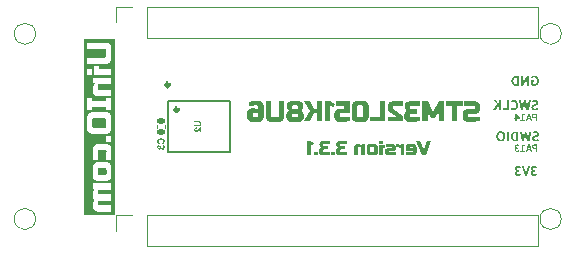
<source format=gbo>
%TF.GenerationSoftware,KiCad,Pcbnew,7.0.9*%
%TF.CreationDate,2024-01-11T23:09:45+08:00*%
%TF.ProjectId,UINIO-MCU-STM32L051K8U6,55494e49-4f2d-44d4-9355-2d53544d3332,Version 3.3.1*%
%TF.SameCoordinates,PX7aae400PY5939cc0*%
%TF.FileFunction,Legend,Bot*%
%TF.FilePolarity,Positive*%
%FSLAX46Y46*%
G04 Gerber Fmt 4.6, Leading zero omitted, Abs format (unit mm)*
G04 Created by KiCad (PCBNEW 7.0.9) date 2024-01-11 23:09:45*
%MOMM*%
%LPD*%
G01*
G04 APERTURE LIST*
G04 Aperture macros list*
%AMRoundRect*
0 Rectangle with rounded corners*
0 $1 Rounding radius*
0 $2 $3 $4 $5 $6 $7 $8 $9 X,Y pos of 4 corners*
0 Add a 4 corners polygon primitive as box body*
4,1,4,$2,$3,$4,$5,$6,$7,$8,$9,$2,$3,0*
0 Add four circle primitives for the rounded corners*
1,1,$1+$1,$2,$3*
1,1,$1+$1,$4,$5*
1,1,$1+$1,$6,$7*
1,1,$1+$1,$8,$9*
0 Add four rect primitives between the rounded corners*
20,1,$1+$1,$2,$3,$4,$5,0*
20,1,$1+$1,$4,$5,$6,$7,0*
20,1,$1+$1,$6,$7,$8,$9,0*
20,1,$1+$1,$8,$9,$2,$3,0*%
G04 Aperture macros list end*
%ADD10C,0.300000*%
%ADD11C,0.150000*%
%ADD12C,0.200000*%
%ADD13C,0.100000*%
%ADD14C,0.120000*%
%ADD15C,0.152000*%
%ADD16C,1.200000*%
%ADD17R,1.700000X1.700000*%
%ADD18O,1.700000X1.700000*%
%ADD19O,1.800000X1.000000*%
%ADD20O,0.630000X2.250000*%
%ADD21RoundRect,0.140000X-0.170000X0.140000X-0.170000X-0.140000X0.170000X-0.140000X0.170000X0.140000X0*%
G04 APERTURE END LIST*
D10*
G36*
X5712975Y-13704763D02*
G01*
X5732622Y-13709320D01*
X5752929Y-13719288D01*
X5768514Y-13734002D01*
X5779376Y-13753463D01*
X5784665Y-13772449D01*
X5786932Y-13794473D01*
X5787027Y-13800453D01*
X5787027Y-14137997D01*
X5785515Y-14160666D01*
X5780982Y-14180312D01*
X5771064Y-14200619D01*
X5756424Y-14216204D01*
X5737061Y-14227066D01*
X5718170Y-14232356D01*
X5696257Y-14234623D01*
X5690307Y-14234717D01*
X5127571Y-14234717D01*
X5104788Y-14233206D01*
X5085042Y-14228672D01*
X5064632Y-14218754D01*
X5048969Y-14204114D01*
X5038052Y-14184751D01*
X5032736Y-14165861D01*
X5030457Y-14143947D01*
X5030362Y-14137997D01*
X5030362Y-13800453D01*
X5031881Y-13777670D01*
X5036438Y-13757924D01*
X5046406Y-13737514D01*
X5061120Y-13721851D01*
X5080581Y-13710934D01*
X5099567Y-13705618D01*
X5121590Y-13703340D01*
X5127571Y-13703245D01*
X5690307Y-13703245D01*
X5712975Y-13704763D01*
G37*
G36*
X5647289Y-9463071D02*
G01*
X5671925Y-9467116D01*
X5693874Y-9473856D01*
X5713136Y-9483293D01*
X5729709Y-9495426D01*
X5743595Y-9510255D01*
X5754794Y-9527780D01*
X5763305Y-9548002D01*
X5769128Y-9570920D01*
X5772263Y-9596534D01*
X5772861Y-9615108D01*
X5772861Y-10093335D01*
X5771517Y-10120747D01*
X5767485Y-10145462D01*
X5760766Y-10167481D01*
X5751360Y-10186804D01*
X5739265Y-10203431D01*
X5724483Y-10217361D01*
X5707014Y-10228595D01*
X5686857Y-10237133D01*
X5664012Y-10242975D01*
X5638479Y-10246121D01*
X5619965Y-10246720D01*
X4719197Y-10246720D01*
X4691873Y-10245372D01*
X4667236Y-10241327D01*
X4645287Y-10234587D01*
X4626026Y-10225150D01*
X4609452Y-10213017D01*
X4595566Y-10198188D01*
X4584368Y-10180663D01*
X4575857Y-10160441D01*
X4570034Y-10137523D01*
X4566898Y-10111909D01*
X4566301Y-10093335D01*
X4566301Y-9615108D01*
X4567645Y-9587696D01*
X4571676Y-9562981D01*
X4578395Y-9540962D01*
X4587802Y-9521639D01*
X4599896Y-9505012D01*
X4614678Y-9491082D01*
X4632148Y-9479848D01*
X4652305Y-9471310D01*
X4675150Y-9465468D01*
X4700682Y-9462322D01*
X4719197Y-9461723D01*
X5619965Y-9461723D01*
X5647289Y-9463071D01*
G37*
G36*
X6484046Y-17636970D02*
G01*
X3855116Y-17636970D01*
X3855116Y-16913573D01*
X4619546Y-16913573D01*
X4620015Y-16937940D01*
X4621424Y-16961704D01*
X4623771Y-16984865D01*
X4627056Y-17007423D01*
X4631281Y-17029378D01*
X4636444Y-17050730D01*
X4642547Y-17071479D01*
X4649588Y-17091626D01*
X4657568Y-17111169D01*
X4666486Y-17130109D01*
X4676344Y-17148446D01*
X4687140Y-17166181D01*
X4698875Y-17183312D01*
X4711549Y-17199840D01*
X4725162Y-17215766D01*
X4739713Y-17231088D01*
X4754979Y-17245640D01*
X4770854Y-17259253D01*
X4787341Y-17271926D01*
X4804438Y-17283662D01*
X4822145Y-17294458D01*
X4840464Y-17304315D01*
X4859392Y-17313234D01*
X4878932Y-17321214D01*
X4899082Y-17328255D01*
X4919842Y-17334357D01*
X4941214Y-17339521D01*
X4963196Y-17343745D01*
X4985788Y-17347031D01*
X5008991Y-17349378D01*
X5032805Y-17350786D01*
X5057229Y-17351256D01*
X6170000Y-17351256D01*
X6170000Y-16827599D01*
X5141249Y-16827599D01*
X5120154Y-16825262D01*
X5101445Y-16818249D01*
X5085120Y-16806562D01*
X5082142Y-16803663D01*
X5069777Y-16787816D01*
X5061992Y-16769584D01*
X5058786Y-16748966D01*
X5058695Y-16744557D01*
X5058695Y-16730390D01*
X5059154Y-16706519D01*
X5060532Y-16681618D01*
X5062829Y-16655686D01*
X5066045Y-16628724D01*
X5070179Y-16600732D01*
X5075232Y-16571709D01*
X5079112Y-16551788D01*
X5083399Y-16531409D01*
X5088095Y-16510572D01*
X5093200Y-16489277D01*
X5098712Y-16467524D01*
X5104633Y-16445313D01*
X5110963Y-16422644D01*
X6170000Y-16422644D01*
X6170000Y-15898988D01*
X5141249Y-15898988D01*
X5120154Y-15896698D01*
X5101445Y-15889829D01*
X5085120Y-15878380D01*
X5082142Y-15875540D01*
X5069777Y-15859646D01*
X5061992Y-15841270D01*
X5058786Y-15820414D01*
X5058695Y-15815945D01*
X5058695Y-15801779D01*
X5059154Y-15777908D01*
X5060532Y-15753007D01*
X5062829Y-15727075D01*
X5066045Y-15700113D01*
X5070179Y-15672121D01*
X5075232Y-15643098D01*
X5079112Y-15623177D01*
X5083399Y-15602798D01*
X5088095Y-15581961D01*
X5093200Y-15560666D01*
X5098712Y-15538913D01*
X5104633Y-15516702D01*
X5110963Y-15494033D01*
X6170000Y-15494033D01*
X6170000Y-14970376D01*
X4647390Y-14970376D01*
X4647390Y-15434926D01*
X4777815Y-15460816D01*
X4764006Y-15482572D01*
X4750790Y-15504791D01*
X4738166Y-15527474D01*
X4726135Y-15550621D01*
X4714696Y-15574232D01*
X4703850Y-15598306D01*
X4693596Y-15622844D01*
X4683934Y-15647845D01*
X4674865Y-15673310D01*
X4666389Y-15699239D01*
X4661067Y-15716783D01*
X4653647Y-15742962D01*
X4646956Y-15768377D01*
X4640996Y-15793028D01*
X4635765Y-15816915D01*
X4631264Y-15840037D01*
X4627493Y-15862395D01*
X4624452Y-15883989D01*
X4622141Y-15904819D01*
X4620560Y-15924885D01*
X4619586Y-15950450D01*
X4619546Y-15956629D01*
X4619546Y-15984961D01*
X4620181Y-16013942D01*
X4622088Y-16042022D01*
X4625265Y-16069202D01*
X4629713Y-16095481D01*
X4635431Y-16120859D01*
X4642421Y-16145337D01*
X4650681Y-16168914D01*
X4660212Y-16191591D01*
X4671014Y-16213366D01*
X4683087Y-16234242D01*
X4696431Y-16254216D01*
X4711045Y-16273290D01*
X4726931Y-16291463D01*
X4744087Y-16308736D01*
X4762514Y-16325108D01*
X4782212Y-16340579D01*
X4767534Y-16363219D01*
X4753544Y-16386443D01*
X4740240Y-16410251D01*
X4727623Y-16434643D01*
X4715694Y-16459619D01*
X4704451Y-16485178D01*
X4693895Y-16511322D01*
X4684026Y-16538049D01*
X4674844Y-16565360D01*
X4666349Y-16593256D01*
X4661067Y-16612177D01*
X4656039Y-16631161D01*
X4649105Y-16659158D01*
X4642902Y-16686579D01*
X4637428Y-16713426D01*
X4632683Y-16739696D01*
X4628669Y-16765392D01*
X4625385Y-16790512D01*
X4622830Y-16815057D01*
X4621006Y-16839027D01*
X4619911Y-16862421D01*
X4619546Y-16885240D01*
X4619546Y-16913573D01*
X3855116Y-16913573D01*
X3855116Y-14292847D01*
X4619546Y-14292847D01*
X4620031Y-14319654D01*
X4621485Y-14345733D01*
X4623908Y-14371083D01*
X4627301Y-14395704D01*
X4631663Y-14419595D01*
X4636994Y-14442758D01*
X4643295Y-14465193D01*
X4650565Y-14486898D01*
X4658804Y-14507874D01*
X4668013Y-14528121D01*
X4678191Y-14547640D01*
X4689338Y-14566429D01*
X4701455Y-14584490D01*
X4714541Y-14601822D01*
X4728597Y-14618424D01*
X4743621Y-14634298D01*
X4759495Y-14649323D01*
X4776098Y-14663378D01*
X4793430Y-14676465D01*
X4811490Y-14688581D01*
X4830280Y-14699729D01*
X4849798Y-14709907D01*
X4870046Y-14719115D01*
X4891022Y-14727355D01*
X4912727Y-14734625D01*
X4935161Y-14740926D01*
X4958324Y-14746257D01*
X4982216Y-14750619D01*
X5006837Y-14754012D01*
X5032187Y-14756435D01*
X5058265Y-14757889D01*
X5085073Y-14758374D01*
X5732316Y-14758374D01*
X5759126Y-14757889D01*
X5785210Y-14756435D01*
X5810569Y-14754012D01*
X5835204Y-14750619D01*
X5859113Y-14746257D01*
X5882297Y-14740926D01*
X5904756Y-14734625D01*
X5926489Y-14727355D01*
X5947498Y-14719115D01*
X5967782Y-14709907D01*
X5987340Y-14699729D01*
X6006174Y-14688581D01*
X6024282Y-14676465D01*
X6041665Y-14663378D01*
X6058323Y-14649323D01*
X6074256Y-14634298D01*
X6089281Y-14618424D01*
X6103336Y-14601822D01*
X6116423Y-14584490D01*
X6128539Y-14566429D01*
X6139687Y-14547640D01*
X6149865Y-14528121D01*
X6159073Y-14507874D01*
X6167313Y-14486898D01*
X6174583Y-14465193D01*
X6180884Y-14442758D01*
X6186215Y-14419595D01*
X6190577Y-14395704D01*
X6193970Y-14371083D01*
X6196393Y-14345733D01*
X6197847Y-14319654D01*
X6198332Y-14292847D01*
X6198332Y-13645603D01*
X6197847Y-13618794D01*
X6196393Y-13592709D01*
X6193970Y-13567350D01*
X6190577Y-13542716D01*
X6186215Y-13518807D01*
X6180884Y-13495623D01*
X6174583Y-13473164D01*
X6167313Y-13451430D01*
X6159073Y-13430421D01*
X6149865Y-13410138D01*
X6139687Y-13390579D01*
X6128539Y-13371746D01*
X6116423Y-13353638D01*
X6103336Y-13336254D01*
X6089281Y-13319596D01*
X6074256Y-13303663D01*
X6058323Y-13288639D01*
X6041665Y-13274583D01*
X6024282Y-13261497D01*
X6006174Y-13249380D01*
X5987340Y-13238233D01*
X5967782Y-13228055D01*
X5947498Y-13218846D01*
X5926489Y-13210607D01*
X5904756Y-13203337D01*
X5882297Y-13197036D01*
X5859113Y-13191705D01*
X5835204Y-13187343D01*
X5810569Y-13183950D01*
X5785210Y-13181527D01*
X5759126Y-13180073D01*
X5732316Y-13179588D01*
X5085073Y-13179588D01*
X5058265Y-13180073D01*
X5032187Y-13181527D01*
X5006837Y-13183950D01*
X4982216Y-13187343D01*
X4958324Y-13191705D01*
X4935161Y-13197036D01*
X4912727Y-13203337D01*
X4891022Y-13210607D01*
X4870046Y-13218846D01*
X4849798Y-13228055D01*
X4830280Y-13238233D01*
X4811490Y-13249380D01*
X4793430Y-13261497D01*
X4776098Y-13274583D01*
X4759495Y-13288639D01*
X4743621Y-13303663D01*
X4728597Y-13319596D01*
X4714541Y-13336254D01*
X4701455Y-13353638D01*
X4689338Y-13371746D01*
X4678191Y-13390579D01*
X4668013Y-13410138D01*
X4658804Y-13430421D01*
X4650565Y-13451430D01*
X4643295Y-13473164D01*
X4636994Y-13495623D01*
X4631663Y-13518807D01*
X4627301Y-13542716D01*
X4623908Y-13567350D01*
X4621485Y-13592709D01*
X4620031Y-13618794D01*
X4619546Y-13645603D01*
X4619546Y-14137997D01*
X4619546Y-14292847D01*
X3855116Y-14292847D01*
X3855116Y-13021807D01*
X4647390Y-13021807D01*
X5058695Y-13021807D01*
X5058695Y-12260746D01*
X5060206Y-12237963D01*
X5064740Y-12218218D01*
X5074657Y-12197808D01*
X5089297Y-12182144D01*
X5108660Y-12171227D01*
X5127551Y-12165911D01*
X5149464Y-12163633D01*
X5155415Y-12163538D01*
X5703984Y-12163538D01*
X5725336Y-12165827D01*
X5744208Y-12172697D01*
X5760599Y-12184146D01*
X5763579Y-12186985D01*
X5775944Y-12203090D01*
X5783729Y-12221484D01*
X5786935Y-12242169D01*
X5787027Y-12246580D01*
X5786857Y-12279204D01*
X5786347Y-12313938D01*
X5785498Y-12350782D01*
X5784310Y-12389737D01*
X5783588Y-12410006D01*
X5782781Y-12430802D01*
X5781890Y-12452126D01*
X5780913Y-12473978D01*
X5779852Y-12496357D01*
X5778705Y-12519264D01*
X5777474Y-12542698D01*
X5776158Y-12566660D01*
X5774757Y-12591150D01*
X5773271Y-12616167D01*
X5771700Y-12641712D01*
X5770044Y-12667785D01*
X5768303Y-12694385D01*
X5766478Y-12721512D01*
X5764567Y-12749168D01*
X5762572Y-12777350D01*
X5760492Y-12806061D01*
X5758326Y-12835299D01*
X5756076Y-12865065D01*
X5753741Y-12895358D01*
X5751321Y-12926179D01*
X5748816Y-12957527D01*
X5746226Y-12989403D01*
X5743551Y-13021807D01*
X6140202Y-13021807D01*
X6143778Y-12988144D01*
X6147241Y-12954749D01*
X6150590Y-12921622D01*
X6153826Y-12888763D01*
X6156948Y-12856173D01*
X6159957Y-12823850D01*
X6162852Y-12791796D01*
X6165634Y-12760009D01*
X6168302Y-12728491D01*
X6170856Y-12697241D01*
X6173297Y-12666259D01*
X6175625Y-12635545D01*
X6177839Y-12605099D01*
X6179939Y-12574921D01*
X6181926Y-12545011D01*
X6183799Y-12515369D01*
X6185559Y-12485996D01*
X6187205Y-12456890D01*
X6188738Y-12428053D01*
X6190157Y-12399484D01*
X6191463Y-12371183D01*
X6192655Y-12343150D01*
X6193734Y-12315385D01*
X6194699Y-12287888D01*
X6195550Y-12260659D01*
X6196288Y-12233698D01*
X6196912Y-12207006D01*
X6197423Y-12180581D01*
X6197821Y-12154425D01*
X6198105Y-12128537D01*
X6198275Y-12102916D01*
X6198332Y-12077564D01*
X6197862Y-12053197D01*
X6196454Y-12029433D01*
X6194107Y-12006272D01*
X6190821Y-11983714D01*
X6186597Y-11961759D01*
X6181433Y-11940407D01*
X6175331Y-11919657D01*
X6168290Y-11899511D01*
X6160310Y-11879968D01*
X6151391Y-11861028D01*
X6141534Y-11842690D01*
X6130737Y-11824956D01*
X6119002Y-11807825D01*
X6106328Y-11791296D01*
X6092716Y-11775371D01*
X6078164Y-11760048D01*
X6062842Y-11745497D01*
X6046916Y-11731884D01*
X6030388Y-11719210D01*
X6013257Y-11707475D01*
X5995522Y-11696679D01*
X5977185Y-11686821D01*
X5958245Y-11677903D01*
X5938702Y-11669923D01*
X5918555Y-11662882D01*
X5897806Y-11656780D01*
X5876454Y-11651616D01*
X5854499Y-11647391D01*
X5831941Y-11644106D01*
X5808780Y-11641759D01*
X5785016Y-11640350D01*
X5760648Y-11639881D01*
X5113405Y-11639881D01*
X5086597Y-11640366D01*
X5060519Y-11641820D01*
X5035169Y-11644243D01*
X5010548Y-11647636D01*
X4986656Y-11651998D01*
X4963493Y-11657329D01*
X4941059Y-11663630D01*
X4919354Y-11670900D01*
X4898378Y-11679139D01*
X4878130Y-11688348D01*
X4858612Y-11698526D01*
X4839822Y-11709673D01*
X4821762Y-11721790D01*
X4804430Y-11734876D01*
X4787827Y-11748932D01*
X4771953Y-11763956D01*
X4756870Y-11779889D01*
X4742759Y-11796548D01*
X4729621Y-11813931D01*
X4717457Y-11832039D01*
X4706265Y-11850872D01*
X4696047Y-11870431D01*
X4686802Y-11890715D01*
X4678531Y-11911723D01*
X4671232Y-11933457D01*
X4664906Y-11955916D01*
X4659554Y-11979100D01*
X4655175Y-12003009D01*
X4651769Y-12027643D01*
X4649336Y-12053003D01*
X4647876Y-12079087D01*
X4647390Y-12105896D01*
X4647390Y-13021807D01*
X3855116Y-13021807D01*
X3855116Y-10939881D01*
X5716685Y-10939881D01*
X5716685Y-11477704D01*
X6170000Y-11477704D01*
X6170000Y-10939881D01*
X5716685Y-10939881D01*
X3855116Y-10939881D01*
X3855116Y-10205687D01*
X4140830Y-10205687D01*
X4141372Y-10242783D01*
X4142998Y-10278601D01*
X4145707Y-10313140D01*
X4149501Y-10346401D01*
X4154378Y-10378384D01*
X4160339Y-10409088D01*
X4167384Y-10438513D01*
X4175512Y-10466660D01*
X4184725Y-10493529D01*
X4195021Y-10519119D01*
X4206401Y-10543431D01*
X4218866Y-10566464D01*
X4232413Y-10588219D01*
X4247045Y-10608695D01*
X4262761Y-10627893D01*
X4279560Y-10645813D01*
X4297477Y-10662553D01*
X4316670Y-10678213D01*
X4337136Y-10692793D01*
X4358878Y-10706293D01*
X4381894Y-10718713D01*
X4406185Y-10730053D01*
X4431750Y-10740314D01*
X4458590Y-10749494D01*
X4486705Y-10757594D01*
X4516094Y-10764614D01*
X4546758Y-10770554D01*
X4578696Y-10775414D01*
X4611910Y-10779194D01*
X4646397Y-10781894D01*
X4682160Y-10783514D01*
X4719197Y-10784054D01*
X5619965Y-10784054D01*
X5657004Y-10783514D01*
X5692772Y-10781894D01*
X5727269Y-10779194D01*
X5760496Y-10775414D01*
X5792452Y-10770554D01*
X5823136Y-10764614D01*
X5852551Y-10757594D01*
X5880694Y-10749494D01*
X5907566Y-10740314D01*
X5933168Y-10730053D01*
X5957499Y-10718713D01*
X5980559Y-10706293D01*
X6002348Y-10692793D01*
X6022866Y-10678213D01*
X6042114Y-10662553D01*
X6060090Y-10645813D01*
X6076830Y-10627893D01*
X6092491Y-10608695D01*
X6107071Y-10588219D01*
X6120571Y-10566464D01*
X6132991Y-10543431D01*
X6144331Y-10519119D01*
X6154591Y-10493529D01*
X6163771Y-10466660D01*
X6171871Y-10438513D01*
X6178891Y-10409088D01*
X6184832Y-10378384D01*
X6189692Y-10346401D01*
X6193472Y-10313140D01*
X6196172Y-10278601D01*
X6197792Y-10242783D01*
X6198332Y-10205687D01*
X6198332Y-9502268D01*
X6197792Y-9465229D01*
X6196172Y-9429460D01*
X6193472Y-9394963D01*
X6189692Y-9361736D01*
X6184832Y-9329781D01*
X6178891Y-9299096D01*
X6171871Y-9269682D01*
X6163771Y-9241538D01*
X6154591Y-9214666D01*
X6144331Y-9189064D01*
X6132991Y-9164734D01*
X6120571Y-9141674D01*
X6107071Y-9119884D01*
X6092491Y-9099366D01*
X6076830Y-9080119D01*
X6060090Y-9062142D01*
X6042114Y-9045402D01*
X6022866Y-9029742D01*
X6002348Y-9015161D01*
X5980559Y-9001661D01*
X5957499Y-8989241D01*
X5933168Y-8977901D01*
X5907566Y-8967641D01*
X5880694Y-8958461D01*
X5852551Y-8950361D01*
X5823136Y-8943341D01*
X5792452Y-8937401D01*
X5760496Y-8932541D01*
X5727269Y-8928761D01*
X5692772Y-8926061D01*
X5657004Y-8924441D01*
X5619965Y-8923901D01*
X4719197Y-8923901D01*
X4682160Y-8924441D01*
X4646397Y-8926061D01*
X4611910Y-8928761D01*
X4578696Y-8932541D01*
X4546758Y-8937401D01*
X4516094Y-8943341D01*
X4486705Y-8950361D01*
X4458590Y-8958461D01*
X4431750Y-8967641D01*
X4406185Y-8977901D01*
X4381894Y-8989241D01*
X4358878Y-9001661D01*
X4337136Y-9015161D01*
X4316670Y-9029742D01*
X4297477Y-9045402D01*
X4279560Y-9062142D01*
X4262761Y-9080119D01*
X4247045Y-9099366D01*
X4232413Y-9119884D01*
X4218866Y-9141674D01*
X4206401Y-9164734D01*
X4195021Y-9189064D01*
X4184725Y-9214666D01*
X4175512Y-9241538D01*
X4167384Y-9269682D01*
X4160339Y-9299096D01*
X4154378Y-9329781D01*
X4149501Y-9361736D01*
X4145707Y-9394963D01*
X4142998Y-9429460D01*
X4141372Y-9465229D01*
X4140830Y-9502268D01*
X4140830Y-10093335D01*
X4140830Y-10205687D01*
X3855116Y-10205687D01*
X3855116Y-7721737D01*
X4169162Y-7721737D01*
X4169162Y-8765631D01*
X4594145Y-8765631D01*
X4594145Y-8512596D01*
X5745017Y-8512596D01*
X5745017Y-8765631D01*
X6170000Y-8765631D01*
X6170000Y-7721737D01*
X5745017Y-7721737D01*
X5745017Y-7974773D01*
X4594145Y-7974773D01*
X4594145Y-7721737D01*
X4169162Y-7721737D01*
X3855116Y-7721737D01*
X3855116Y-7128227D01*
X4619546Y-7128227D01*
X4620015Y-7152651D01*
X4621424Y-7176465D01*
X4623771Y-7199668D01*
X4627056Y-7222261D01*
X4631281Y-7244242D01*
X4636444Y-7265614D01*
X4642547Y-7286374D01*
X4649588Y-7306524D01*
X4657568Y-7326064D01*
X4666486Y-7344993D01*
X4676344Y-7363311D01*
X4687140Y-7381018D01*
X4698875Y-7398115D01*
X4711549Y-7414602D01*
X4725162Y-7430478D01*
X4739713Y-7445743D01*
X4754979Y-7460294D01*
X4770854Y-7473907D01*
X4787341Y-7486581D01*
X4804438Y-7498316D01*
X4822145Y-7509112D01*
X4840464Y-7518970D01*
X4859392Y-7527889D01*
X4878932Y-7535868D01*
X4899082Y-7542910D01*
X4919842Y-7549012D01*
X4941214Y-7554175D01*
X4963196Y-7558400D01*
X4985788Y-7561686D01*
X5008991Y-7564033D01*
X5032805Y-7565441D01*
X5057229Y-7565910D01*
X6170000Y-7565910D01*
X6170000Y-7042254D01*
X5141249Y-7042254D01*
X5120154Y-7039964D01*
X5101445Y-7033095D01*
X5085120Y-7021646D01*
X5082142Y-7018806D01*
X5069777Y-7002959D01*
X5061992Y-6984727D01*
X5058786Y-6964109D01*
X5058695Y-6959700D01*
X5058695Y-6861025D01*
X5059154Y-6833295D01*
X5060532Y-6805058D01*
X5062829Y-6776314D01*
X5064871Y-6756870D01*
X5067321Y-6737201D01*
X5070179Y-6717306D01*
X5073446Y-6697187D01*
X5077121Y-6676842D01*
X5081204Y-6656272D01*
X5085696Y-6635477D01*
X5090596Y-6614457D01*
X5095905Y-6593212D01*
X5101622Y-6571741D01*
X5107747Y-6550046D01*
X5110963Y-6539113D01*
X6170000Y-6539113D01*
X6170000Y-6015457D01*
X4647390Y-6015457D01*
X4647390Y-6480007D01*
X4777815Y-6505896D01*
X4764006Y-6527652D01*
X4750790Y-6549872D01*
X4738166Y-6572555D01*
X4726135Y-6595701D01*
X4714696Y-6619312D01*
X4703850Y-6643386D01*
X4693596Y-6667924D01*
X4683934Y-6692925D01*
X4674865Y-6718390D01*
X4666389Y-6744319D01*
X4661067Y-6761863D01*
X4653647Y-6788042D01*
X4646956Y-6813457D01*
X4640996Y-6838108D01*
X4635765Y-6861995D01*
X4631264Y-6885117D01*
X4627493Y-6907475D01*
X4624452Y-6929070D01*
X4622141Y-6949899D01*
X4620560Y-6969965D01*
X4619586Y-6995530D01*
X4619546Y-7001709D01*
X4619546Y-7128227D01*
X3855116Y-7128227D01*
X3855116Y-5247069D01*
X4140830Y-5247069D01*
X4140830Y-5770725D01*
X4566301Y-5770725D01*
X4566301Y-5247069D01*
X4140830Y-5247069D01*
X3855116Y-5247069D01*
X3855116Y-5036043D01*
X4703565Y-5036043D01*
X4703565Y-5770725D01*
X6170000Y-5770725D01*
X6170000Y-5247069D01*
X5114870Y-5247069D01*
X5114870Y-5036043D01*
X4703565Y-5036043D01*
X3855116Y-5036043D01*
X3855116Y-3050349D01*
X4169162Y-3050349D01*
X4169162Y-3587683D01*
X5619965Y-3587683D01*
X5647289Y-3589031D01*
X5671925Y-3593075D01*
X5693874Y-3599816D01*
X5713136Y-3609253D01*
X5729709Y-3621385D01*
X5743595Y-3636215D01*
X5754794Y-3653740D01*
X5763305Y-3673962D01*
X5769128Y-3696879D01*
X5772263Y-3722493D01*
X5772861Y-3741067D01*
X5772861Y-4163119D01*
X5771517Y-4190530D01*
X5767485Y-4215246D01*
X5760766Y-4237265D01*
X5751360Y-4256588D01*
X5739265Y-4273214D01*
X5724483Y-4287145D01*
X5707014Y-4298379D01*
X5686857Y-4306917D01*
X5664012Y-4312759D01*
X5638479Y-4315904D01*
X5619965Y-4316503D01*
X4169162Y-4316503D01*
X4169162Y-4853838D01*
X5619965Y-4853838D01*
X5657004Y-4853298D01*
X5692772Y-4851678D01*
X5727269Y-4848978D01*
X5760496Y-4845198D01*
X5792452Y-4840338D01*
X5823136Y-4834398D01*
X5852551Y-4827377D01*
X5880694Y-4819277D01*
X5907566Y-4810097D01*
X5933168Y-4799837D01*
X5957499Y-4788497D01*
X5980559Y-4776077D01*
X6002348Y-4762577D01*
X6022866Y-4747997D01*
X6042114Y-4732336D01*
X6060090Y-4715596D01*
X6076830Y-4697677D01*
X6092491Y-4678479D01*
X6107071Y-4658003D01*
X6120571Y-4636248D01*
X6132991Y-4613215D01*
X6144331Y-4588903D01*
X6154591Y-4563313D01*
X6163771Y-4536444D01*
X6171871Y-4508297D01*
X6178891Y-4478872D01*
X6184832Y-4448168D01*
X6189692Y-4416185D01*
X6193472Y-4382924D01*
X6196172Y-4348385D01*
X6197792Y-4312567D01*
X6198332Y-4275471D01*
X6198332Y-3628716D01*
X6197792Y-3591619D01*
X6196172Y-3555801D01*
X6193472Y-3521262D01*
X6189692Y-3488001D01*
X6184832Y-3456019D01*
X6178891Y-3425315D01*
X6171871Y-3395889D01*
X6163771Y-3367742D01*
X6154591Y-3340874D01*
X6144331Y-3315283D01*
X6132991Y-3290972D01*
X6120571Y-3267938D01*
X6107071Y-3246184D01*
X6092491Y-3225707D01*
X6076830Y-3206509D01*
X6060090Y-3188590D01*
X6042114Y-3171850D01*
X6022866Y-3156190D01*
X6002348Y-3141610D01*
X5980559Y-3128109D01*
X5957499Y-3115689D01*
X5933168Y-3104349D01*
X5907566Y-3094089D01*
X5880694Y-3084909D01*
X5852551Y-3076809D01*
X5823136Y-3069789D01*
X5792452Y-3063849D01*
X5760496Y-3058989D01*
X5727269Y-3055209D01*
X5692772Y-3052509D01*
X5657004Y-3050889D01*
X5619965Y-3050349D01*
X4169162Y-3050349D01*
X3855116Y-3050349D01*
X3855116Y-2764635D01*
X6484046Y-2764635D01*
X6484046Y-17636970D01*
G37*
D11*
G36*
X32636859Y-12175257D02*
G01*
X32356663Y-11367497D01*
X32007298Y-11367497D01*
X32461590Y-12568000D01*
X32812127Y-12568000D01*
X33266712Y-11367497D01*
X32917054Y-11367497D01*
X32636859Y-12175257D01*
G37*
G36*
X31772791Y-11638018D02*
G01*
X31788441Y-11638891D01*
X31803657Y-11640345D01*
X31818437Y-11642380D01*
X31832783Y-11644997D01*
X31846693Y-11648196D01*
X31860169Y-11651977D01*
X31873209Y-11656339D01*
X31885814Y-11661282D01*
X31897984Y-11666808D01*
X31909719Y-11672914D01*
X31921019Y-11679603D01*
X31931884Y-11686873D01*
X31942314Y-11694724D01*
X31952309Y-11703158D01*
X31961869Y-11712173D01*
X31970884Y-11721697D01*
X31979317Y-11731659D01*
X31987169Y-11742058D01*
X31994439Y-11752894D01*
X32001127Y-11764168D01*
X32007234Y-11775879D01*
X32012759Y-11788027D01*
X32017703Y-11800613D01*
X32022065Y-11813636D01*
X32025845Y-11827096D01*
X32029044Y-11840994D01*
X32031661Y-11855329D01*
X32033697Y-11870102D01*
X32035151Y-11885312D01*
X32036024Y-11900959D01*
X32036314Y-11917043D01*
X32036314Y-12322389D01*
X32036033Y-12337009D01*
X32035188Y-12351268D01*
X32033780Y-12365164D01*
X32031808Y-12378699D01*
X32029273Y-12391872D01*
X32026175Y-12404683D01*
X32022514Y-12417133D01*
X32018289Y-12429221D01*
X32013501Y-12440947D01*
X32008150Y-12452311D01*
X32002236Y-12463313D01*
X31995758Y-12473954D01*
X31988717Y-12484233D01*
X31981112Y-12494150D01*
X31972945Y-12503705D01*
X31964214Y-12512898D01*
X31955020Y-12521629D01*
X31945465Y-12529797D01*
X31935548Y-12537401D01*
X31925269Y-12544442D01*
X31914629Y-12550920D01*
X31903626Y-12556835D01*
X31892262Y-12562186D01*
X31880536Y-12566974D01*
X31868448Y-12571198D01*
X31855999Y-12574860D01*
X31843188Y-12577958D01*
X31830015Y-12580493D01*
X31816480Y-12582464D01*
X31802583Y-12583872D01*
X31788325Y-12584717D01*
X31773704Y-12584999D01*
X31757023Y-12584965D01*
X31740207Y-12584863D01*
X31723258Y-12584692D01*
X31706174Y-12584454D01*
X31688957Y-12584147D01*
X31671606Y-12583773D01*
X31654120Y-12583330D01*
X31636501Y-12582819D01*
X31618748Y-12582240D01*
X31600861Y-12581593D01*
X31582839Y-12580877D01*
X31564684Y-12580094D01*
X31546395Y-12579243D01*
X31527972Y-12578323D01*
X31509416Y-12577335D01*
X31490725Y-12576279D01*
X31471900Y-12575155D01*
X31452941Y-12573963D01*
X31433848Y-12572703D01*
X31414622Y-12571375D01*
X31395261Y-12569978D01*
X31375766Y-12568514D01*
X31356138Y-12566981D01*
X31336375Y-12565380D01*
X31316479Y-12563711D01*
X31296449Y-12561974D01*
X31276284Y-12560169D01*
X31255986Y-12558295D01*
X31235554Y-12556354D01*
X31214987Y-12554344D01*
X31194287Y-12552267D01*
X31173453Y-12550121D01*
X31173453Y-12320337D01*
X31194046Y-12321960D01*
X31214317Y-12323531D01*
X31234264Y-12325051D01*
X31253888Y-12326520D01*
X31273190Y-12327936D01*
X31292169Y-12329302D01*
X31310825Y-12330615D01*
X31329158Y-12331878D01*
X31347168Y-12333088D01*
X31364856Y-12334248D01*
X31382220Y-12335355D01*
X31399262Y-12336411D01*
X31415981Y-12337416D01*
X31432377Y-12338369D01*
X31448450Y-12339271D01*
X31464200Y-12340121D01*
X31479627Y-12340919D01*
X31494732Y-12341667D01*
X31509513Y-12342362D01*
X31523972Y-12343006D01*
X31538108Y-12343599D01*
X31551921Y-12344139D01*
X31565411Y-12344629D01*
X31578579Y-12345067D01*
X31591423Y-12345453D01*
X31603945Y-12345788D01*
X31616144Y-12346071D01*
X31628020Y-12346303D01*
X31650803Y-12346612D01*
X31672295Y-12346715D01*
X31674942Y-12346661D01*
X31687352Y-12344737D01*
X31698389Y-12340066D01*
X31708052Y-12332647D01*
X31709756Y-12330859D01*
X31716625Y-12321024D01*
X31720746Y-12309701D01*
X31722120Y-12296890D01*
X31722120Y-12238858D01*
X31139455Y-12238858D01*
X31139455Y-12009074D01*
X31453649Y-12009074D01*
X31722120Y-12009074D01*
X31722120Y-11925543D01*
X31722063Y-11921973D01*
X31720696Y-11908825D01*
X31717507Y-11897490D01*
X31710957Y-11885873D01*
X31701558Y-11877089D01*
X31689312Y-11871138D01*
X31677465Y-11868418D01*
X31663795Y-11867511D01*
X31511974Y-11867511D01*
X31508385Y-11867568D01*
X31495171Y-11868928D01*
X31483779Y-11872101D01*
X31472103Y-11878619D01*
X31463275Y-11887970D01*
X31457294Y-11900154D01*
X31454560Y-11911942D01*
X31453649Y-11925543D01*
X31453649Y-12009074D01*
X31139455Y-12009074D01*
X31139455Y-11917043D01*
X31139747Y-11900959D01*
X31140622Y-11885312D01*
X31142082Y-11870102D01*
X31144126Y-11855329D01*
X31146753Y-11840994D01*
X31149965Y-11827096D01*
X31153760Y-11813636D01*
X31158139Y-11800613D01*
X31163102Y-11788027D01*
X31168649Y-11775879D01*
X31174780Y-11764168D01*
X31181495Y-11752894D01*
X31188794Y-11742058D01*
X31196676Y-11731659D01*
X31205143Y-11721697D01*
X31214193Y-11712173D01*
X31223717Y-11703158D01*
X31233679Y-11694724D01*
X31244078Y-11686873D01*
X31254914Y-11679603D01*
X31266188Y-11672914D01*
X31277899Y-11666808D01*
X31290047Y-11661282D01*
X31302633Y-11656339D01*
X31315656Y-11651977D01*
X31329117Y-11648196D01*
X31343015Y-11644997D01*
X31357350Y-11642380D01*
X31372122Y-11640345D01*
X31387332Y-11638891D01*
X31402979Y-11638018D01*
X31419064Y-11637727D01*
X31756705Y-11637727D01*
X31772791Y-11638018D01*
G37*
G36*
X30487912Y-11917923D02*
G01*
X30500961Y-11918108D01*
X30514020Y-11918665D01*
X30527092Y-11919592D01*
X30540174Y-11920890D01*
X30553268Y-11922560D01*
X30566374Y-11924600D01*
X30579491Y-11927011D01*
X30592619Y-11929793D01*
X30605759Y-11932946D01*
X30618910Y-11936470D01*
X30632073Y-11940365D01*
X30645247Y-11944631D01*
X30658433Y-11949267D01*
X30671630Y-11954275D01*
X30684839Y-11959654D01*
X30698059Y-11965404D01*
X30698059Y-12568000D01*
X31012253Y-12568000D01*
X31012253Y-11654434D01*
X30732937Y-11654434D01*
X30717696Y-11755550D01*
X30700701Y-11741282D01*
X30683496Y-11727935D01*
X30666080Y-11715509D01*
X30648453Y-11704003D01*
X30630616Y-11693417D01*
X30612568Y-11683752D01*
X30594309Y-11675007D01*
X30575840Y-11667183D01*
X30557160Y-11660279D01*
X30538269Y-11654296D01*
X30519168Y-11649233D01*
X30499856Y-11645091D01*
X30480333Y-11641870D01*
X30460600Y-11639568D01*
X30440656Y-11638188D01*
X30420501Y-11637727D01*
X30335212Y-11637727D01*
X30335212Y-11917923D01*
X30487912Y-11917923D01*
G37*
G36*
X30273369Y-12312424D02*
G01*
X30251502Y-12314011D01*
X30229938Y-12315547D01*
X30208677Y-12317033D01*
X30187718Y-12318469D01*
X30167062Y-12319854D01*
X30146709Y-12321189D01*
X30126659Y-12322474D01*
X30106912Y-12323708D01*
X30087467Y-12324892D01*
X30068326Y-12326025D01*
X30049487Y-12327108D01*
X30030951Y-12328141D01*
X30012718Y-12329123D01*
X29994787Y-12330055D01*
X29977160Y-12330937D01*
X29959835Y-12331768D01*
X29942813Y-12332549D01*
X29926094Y-12333279D01*
X29909678Y-12333959D01*
X29893564Y-12334589D01*
X29877754Y-12335168D01*
X29862246Y-12335697D01*
X29847041Y-12336176D01*
X29832139Y-12336604D01*
X29817539Y-12336982D01*
X29803243Y-12337309D01*
X29789249Y-12337586D01*
X29775558Y-12337813D01*
X29762170Y-12337989D01*
X29749085Y-12338115D01*
X29736303Y-12338191D01*
X29723823Y-12338216D01*
X29711166Y-12336842D01*
X29699941Y-12332720D01*
X29690146Y-12325851D01*
X29688359Y-12324147D01*
X29680786Y-12314611D01*
X29676017Y-12303585D01*
X29674054Y-12291072D01*
X29673997Y-12288390D01*
X29673997Y-12238858D01*
X30027759Y-12238858D01*
X30042379Y-12238576D01*
X30056638Y-12237731D01*
X30070534Y-12236323D01*
X30084069Y-12234352D01*
X30097242Y-12231817D01*
X30110053Y-12228719D01*
X30122503Y-12225057D01*
X30134591Y-12220833D01*
X30146317Y-12216045D01*
X30157681Y-12210694D01*
X30168683Y-12204779D01*
X30179324Y-12198301D01*
X30189603Y-12191260D01*
X30199520Y-12183656D01*
X30209075Y-12175488D01*
X30218268Y-12166757D01*
X30226999Y-12157564D01*
X30235167Y-12148009D01*
X30242771Y-12138092D01*
X30249812Y-12127813D01*
X30256290Y-12117172D01*
X30262204Y-12106170D01*
X30267556Y-12094806D01*
X30272344Y-12083080D01*
X30276568Y-12070992D01*
X30280230Y-12058543D01*
X30283328Y-12045731D01*
X30285862Y-12032558D01*
X30287834Y-12019023D01*
X30289242Y-12005127D01*
X30290087Y-11990868D01*
X30290369Y-11976248D01*
X30290369Y-11917043D01*
X30290087Y-11902423D01*
X30289242Y-11888165D01*
X30287834Y-11874268D01*
X30285862Y-11860733D01*
X30283328Y-11847560D01*
X30280230Y-11834749D01*
X30276568Y-11822299D01*
X30272344Y-11810212D01*
X30267556Y-11798486D01*
X30262204Y-11787122D01*
X30256290Y-11776119D01*
X30249812Y-11765479D01*
X30242771Y-11755200D01*
X30235167Y-11745283D01*
X30226999Y-11735727D01*
X30218268Y-11726534D01*
X30209075Y-11717803D01*
X30199520Y-11709635D01*
X30189603Y-11702031D01*
X30179324Y-11694990D01*
X30168683Y-11688512D01*
X30157681Y-11682598D01*
X30146317Y-11677247D01*
X30134591Y-11672459D01*
X30122503Y-11668234D01*
X30110053Y-11664573D01*
X30097242Y-11661475D01*
X30084069Y-11658940D01*
X30070534Y-11656968D01*
X30056638Y-11655560D01*
X30042379Y-11654715D01*
X30027759Y-11654434D01*
X29444214Y-11654434D01*
X29444214Y-11892717D01*
X29926349Y-11892717D01*
X29939161Y-11894091D01*
X29950483Y-11898212D01*
X29960318Y-11905082D01*
X29962106Y-11906785D01*
X29969525Y-11916322D01*
X29974196Y-11927347D01*
X29976120Y-11939861D01*
X29976175Y-11942542D01*
X29974801Y-11955199D01*
X29970679Y-11966425D01*
X29963810Y-11976219D01*
X29962106Y-11978006D01*
X29952569Y-11985425D01*
X29941544Y-11990096D01*
X29929031Y-11992020D01*
X29926349Y-11992075D01*
X29622413Y-11992075D01*
X29607793Y-11992357D01*
X29593535Y-11993201D01*
X29579638Y-11994610D01*
X29566103Y-11996581D01*
X29552930Y-11999116D01*
X29540119Y-12002214D01*
X29527669Y-12005875D01*
X29515582Y-12010100D01*
X29503856Y-12014888D01*
X29492491Y-12020239D01*
X29481489Y-12026154D01*
X29470849Y-12032631D01*
X29460570Y-12039672D01*
X29450653Y-12047277D01*
X29441097Y-12055444D01*
X29431904Y-12064175D01*
X29423173Y-12073369D01*
X29415005Y-12082924D01*
X29407401Y-12092841D01*
X29400360Y-12103120D01*
X29393882Y-12113760D01*
X29387968Y-12124763D01*
X29382617Y-12136127D01*
X29377829Y-12147853D01*
X29373604Y-12159941D01*
X29369943Y-12172390D01*
X29366845Y-12185202D01*
X29364310Y-12198375D01*
X29362338Y-12211909D01*
X29360930Y-12225806D01*
X29360085Y-12240065D01*
X29359803Y-12254685D01*
X29359803Y-12322389D01*
X29360085Y-12337009D01*
X29360930Y-12351268D01*
X29362338Y-12365164D01*
X29364310Y-12378699D01*
X29366845Y-12391872D01*
X29369943Y-12404683D01*
X29373604Y-12417133D01*
X29377829Y-12429221D01*
X29382617Y-12440947D01*
X29387968Y-12452311D01*
X29393882Y-12463313D01*
X29400360Y-12473954D01*
X29407401Y-12484233D01*
X29415005Y-12494150D01*
X29423173Y-12503705D01*
X29431904Y-12512898D01*
X29441097Y-12521629D01*
X29450653Y-12529797D01*
X29460570Y-12537401D01*
X29470849Y-12544442D01*
X29481489Y-12550920D01*
X29492491Y-12556835D01*
X29503856Y-12562186D01*
X29515582Y-12566974D01*
X29527669Y-12571198D01*
X29540119Y-12574860D01*
X29552930Y-12577958D01*
X29566103Y-12580493D01*
X29579638Y-12582464D01*
X29593535Y-12583872D01*
X29607793Y-12584717D01*
X29622413Y-12584999D01*
X29641185Y-12584965D01*
X29660058Y-12584863D01*
X29679033Y-12584692D01*
X29698109Y-12584454D01*
X29717286Y-12584147D01*
X29736565Y-12583773D01*
X29755944Y-12583330D01*
X29775425Y-12582819D01*
X29795008Y-12582240D01*
X29814692Y-12581593D01*
X29834477Y-12580877D01*
X29854363Y-12580094D01*
X29874351Y-12579243D01*
X29894440Y-12578323D01*
X29914630Y-12577335D01*
X29934922Y-12576279D01*
X29955315Y-12575155D01*
X29975810Y-12573963D01*
X29996405Y-12572703D01*
X30017102Y-12571375D01*
X30037901Y-12569978D01*
X30058800Y-12568514D01*
X30079801Y-12566981D01*
X30100903Y-12565380D01*
X30122107Y-12563711D01*
X30143412Y-12561974D01*
X30164818Y-12560169D01*
X30186326Y-12558295D01*
X30207935Y-12556354D01*
X30229645Y-12554344D01*
X30251457Y-12552267D01*
X30273369Y-12550121D01*
X30273369Y-12312424D01*
G37*
G36*
X28891737Y-11688139D02*
G01*
X28891737Y-12568000D01*
X29205931Y-12568000D01*
X29205931Y-11934922D01*
X29332546Y-11934922D01*
X29332546Y-11688139D01*
X28891737Y-11688139D01*
G37*
G36*
X29205931Y-11350498D02*
G01*
X28891737Y-11350498D01*
X28891737Y-11605780D01*
X29205931Y-11605780D01*
X29205931Y-11350498D01*
G37*
G36*
X28498373Y-11638018D02*
G01*
X28514024Y-11638891D01*
X28529240Y-11640345D01*
X28544020Y-11642380D01*
X28558366Y-11644997D01*
X28572276Y-11648196D01*
X28585751Y-11651977D01*
X28598792Y-11656339D01*
X28611397Y-11661282D01*
X28623567Y-11666808D01*
X28635302Y-11672914D01*
X28646602Y-11679603D01*
X28657467Y-11686873D01*
X28667897Y-11694724D01*
X28677892Y-11703158D01*
X28687452Y-11712173D01*
X28696467Y-11721697D01*
X28704900Y-11731659D01*
X28712752Y-11742058D01*
X28720022Y-11752894D01*
X28726710Y-11764168D01*
X28732817Y-11775879D01*
X28738342Y-11788027D01*
X28743286Y-11800613D01*
X28747648Y-11813636D01*
X28751428Y-11827096D01*
X28754627Y-11840994D01*
X28757244Y-11855329D01*
X28759280Y-11870102D01*
X28760734Y-11885312D01*
X28761606Y-11900959D01*
X28761897Y-11917043D01*
X28761897Y-12305390D01*
X28761606Y-12321475D01*
X28760734Y-12337126D01*
X28759280Y-12352341D01*
X28757244Y-12367122D01*
X28754627Y-12381467D01*
X28751428Y-12395378D01*
X28747648Y-12408853D01*
X28743286Y-12421893D01*
X28738342Y-12434499D01*
X28732817Y-12446669D01*
X28726710Y-12458404D01*
X28720022Y-12469704D01*
X28712752Y-12480569D01*
X28704900Y-12490999D01*
X28696467Y-12500994D01*
X28687452Y-12510554D01*
X28677892Y-12519568D01*
X28667897Y-12528002D01*
X28657467Y-12535853D01*
X28646602Y-12543123D01*
X28635302Y-12549812D01*
X28623567Y-12555919D01*
X28611397Y-12561444D01*
X28598792Y-12566387D01*
X28585751Y-12570750D01*
X28572276Y-12574530D01*
X28558366Y-12577729D01*
X28544020Y-12580346D01*
X28529240Y-12582382D01*
X28514024Y-12583836D01*
X28498373Y-12584708D01*
X28482288Y-12584999D01*
X28093942Y-12584999D01*
X28077857Y-12584708D01*
X28062210Y-12583836D01*
X28047000Y-12582382D01*
X28032228Y-12580346D01*
X28017892Y-12577729D01*
X28003995Y-12574530D01*
X27990534Y-12570750D01*
X27977511Y-12566387D01*
X27964925Y-12561444D01*
X27952777Y-12555919D01*
X27941066Y-12549812D01*
X27929792Y-12543123D01*
X27918956Y-12535853D01*
X27908557Y-12528002D01*
X27898595Y-12519568D01*
X27889071Y-12510554D01*
X27880056Y-12500994D01*
X27871623Y-12490999D01*
X27863771Y-12480569D01*
X27856501Y-12469704D01*
X27849813Y-12458404D01*
X27843706Y-12446669D01*
X27838180Y-12434499D01*
X27833237Y-12421893D01*
X27828875Y-12408853D01*
X27825094Y-12395378D01*
X27821896Y-12381467D01*
X27819278Y-12367122D01*
X27817243Y-12352341D01*
X27815789Y-12337126D01*
X27814916Y-12321475D01*
X27814626Y-12305390D01*
X27814626Y-12280184D01*
X28128820Y-12280184D01*
X28128876Y-12283754D01*
X28130236Y-12296902D01*
X28133410Y-12308236D01*
X28139927Y-12319854D01*
X28149278Y-12328638D01*
X28161463Y-12334589D01*
X28173250Y-12337309D01*
X28186852Y-12338216D01*
X28389378Y-12338216D01*
X28392966Y-12338159D01*
X28406180Y-12336799D01*
X28417572Y-12333625D01*
X28429249Y-12327108D01*
X28438077Y-12317757D01*
X28444058Y-12305573D01*
X28446792Y-12293785D01*
X28447703Y-12280184D01*
X28447703Y-11942542D01*
X28447646Y-11938954D01*
X28446279Y-11925740D01*
X28443089Y-11914348D01*
X28436539Y-11902672D01*
X28427141Y-11893843D01*
X28414895Y-11887863D01*
X28403048Y-11885129D01*
X28389378Y-11884217D01*
X28186852Y-11884217D01*
X28183281Y-11884274D01*
X28170133Y-11885641D01*
X28158799Y-11888831D01*
X28147181Y-11895381D01*
X28138397Y-11904779D01*
X28132447Y-11917025D01*
X28129726Y-11928872D01*
X28128820Y-11942542D01*
X28128820Y-12280184D01*
X27814626Y-12280184D01*
X27814626Y-11917043D01*
X27814916Y-11900959D01*
X27815789Y-11885312D01*
X27817243Y-11870102D01*
X27819278Y-11855329D01*
X27821896Y-11840994D01*
X27825094Y-11827096D01*
X27828875Y-11813636D01*
X27833237Y-11800613D01*
X27838180Y-11788027D01*
X27843706Y-11775879D01*
X27849813Y-11764168D01*
X27856501Y-11752894D01*
X27863771Y-11742058D01*
X27871623Y-11731659D01*
X27880056Y-11721697D01*
X27889071Y-11712173D01*
X27898595Y-11703158D01*
X27908557Y-11694724D01*
X27918956Y-11686873D01*
X27929792Y-11679603D01*
X27941066Y-11672914D01*
X27952777Y-11666808D01*
X27964925Y-11661282D01*
X27977511Y-11656339D01*
X27990534Y-11651977D01*
X28003995Y-11648196D01*
X28017892Y-11644997D01*
X28032228Y-11642380D01*
X28047000Y-11640345D01*
X28062210Y-11638891D01*
X28077857Y-11638018D01*
X28093942Y-11637727D01*
X28482288Y-11637727D01*
X28498373Y-11638018D01*
G37*
G36*
X27180083Y-11901217D02*
G01*
X27196721Y-11901492D01*
X27213663Y-11902319D01*
X27230910Y-11903697D01*
X27242576Y-11904922D01*
X27254378Y-11906392D01*
X27266314Y-11908107D01*
X27278386Y-11910067D01*
X27290593Y-11912272D01*
X27302935Y-11914722D01*
X27315412Y-11917418D01*
X27328024Y-11920358D01*
X27340771Y-11923543D01*
X27353653Y-11926973D01*
X27366671Y-11930648D01*
X27373230Y-11932577D01*
X27373230Y-12568000D01*
X27687424Y-12568000D01*
X27687424Y-11654434D01*
X27408694Y-11654434D01*
X27393160Y-11732689D01*
X27380107Y-11724404D01*
X27366775Y-11716474D01*
X27353165Y-11708900D01*
X27339277Y-11701681D01*
X27325111Y-11694817D01*
X27310666Y-11688310D01*
X27295944Y-11682157D01*
X27280943Y-11676360D01*
X27265664Y-11670919D01*
X27250106Y-11665833D01*
X27239580Y-11662640D01*
X27223873Y-11658188D01*
X27208624Y-11654174D01*
X27193833Y-11650597D01*
X27179501Y-11647459D01*
X27165628Y-11644758D01*
X27152213Y-11642496D01*
X27139256Y-11640671D01*
X27126758Y-11639284D01*
X27114719Y-11638336D01*
X27099380Y-11637752D01*
X27095672Y-11637727D01*
X27019762Y-11637727D01*
X27005107Y-11638009D01*
X26990819Y-11638854D01*
X26976897Y-11640262D01*
X26963342Y-11642234D01*
X26950152Y-11644768D01*
X26937330Y-11647866D01*
X26924873Y-11651528D01*
X26912783Y-11655752D01*
X26901060Y-11660540D01*
X26889702Y-11665892D01*
X26878711Y-11671806D01*
X26868087Y-11678284D01*
X26857829Y-11685325D01*
X26847937Y-11692929D01*
X26838411Y-11701097D01*
X26829252Y-11709828D01*
X26820521Y-11718987D01*
X26812354Y-11728512D01*
X26804749Y-11738404D01*
X26797708Y-11748662D01*
X26791230Y-11759287D01*
X26785316Y-11770278D01*
X26779965Y-11781635D01*
X26775177Y-11793359D01*
X26770952Y-11805449D01*
X26767291Y-11817905D01*
X26764193Y-11830728D01*
X26761658Y-11843917D01*
X26759687Y-11857473D01*
X26758278Y-11871394D01*
X26757433Y-11885683D01*
X26757152Y-11900337D01*
X26757152Y-12568000D01*
X27071346Y-12568000D01*
X27071346Y-11950749D01*
X27072720Y-11938092D01*
X27076841Y-11926867D01*
X27083711Y-11917072D01*
X27085414Y-11915285D01*
X27094922Y-11907866D01*
X27105862Y-11903195D01*
X27118232Y-11901271D01*
X27120878Y-11901217D01*
X27180083Y-11901217D01*
G37*
G36*
X25542581Y-12584999D02*
G01*
X25560307Y-12584965D01*
X25578167Y-12584863D01*
X25596163Y-12584692D01*
X25614292Y-12584454D01*
X25632556Y-12584147D01*
X25650955Y-12583773D01*
X25669488Y-12583330D01*
X25688156Y-12582819D01*
X25706958Y-12582240D01*
X25725895Y-12581593D01*
X25744966Y-12580877D01*
X25764172Y-12580094D01*
X25783512Y-12579243D01*
X25802987Y-12578323D01*
X25822596Y-12577335D01*
X25842340Y-12576279D01*
X25862219Y-12575155D01*
X25882231Y-12573963D01*
X25902379Y-12572703D01*
X25922661Y-12571375D01*
X25943077Y-12569978D01*
X25963628Y-12568514D01*
X25984314Y-12566981D01*
X26005134Y-12565380D01*
X26026089Y-12563711D01*
X26047178Y-12561974D01*
X26068401Y-12560169D01*
X26089760Y-12558295D01*
X26111252Y-12556354D01*
X26132880Y-12554344D01*
X26154641Y-12552267D01*
X26176538Y-12550121D01*
X26176538Y-12303924D01*
X26152808Y-12305511D01*
X26129468Y-12307047D01*
X26106516Y-12308533D01*
X26083953Y-12309969D01*
X26061778Y-12311354D01*
X26039993Y-12312689D01*
X26018595Y-12313974D01*
X25997587Y-12315208D01*
X25976967Y-12316392D01*
X25956736Y-12317525D01*
X25936894Y-12318608D01*
X25917440Y-12319641D01*
X25898375Y-12320623D01*
X25879699Y-12321555D01*
X25861411Y-12322437D01*
X25843513Y-12323268D01*
X25826002Y-12324049D01*
X25808881Y-12324779D01*
X25792148Y-12325459D01*
X25775804Y-12326089D01*
X25759848Y-12326668D01*
X25744282Y-12327197D01*
X25729104Y-12327676D01*
X25714314Y-12328104D01*
X25699913Y-12328482D01*
X25685901Y-12328809D01*
X25672278Y-12329086D01*
X25659044Y-12329313D01*
X25646198Y-12329489D01*
X25633740Y-12329615D01*
X25621672Y-12329691D01*
X25609992Y-12329716D01*
X25597438Y-12329016D01*
X25584121Y-12326427D01*
X25572233Y-12321931D01*
X25561777Y-12315528D01*
X25555184Y-12309786D01*
X25547304Y-12300337D01*
X25541359Y-12289430D01*
X25537350Y-12277064D01*
X25535454Y-12265304D01*
X25534961Y-12254685D01*
X25534961Y-12187274D01*
X25535769Y-12170827D01*
X25538196Y-12155998D01*
X25542240Y-12142786D01*
X25547902Y-12131193D01*
X25555182Y-12121217D01*
X25564080Y-12112858D01*
X25574595Y-12106118D01*
X25586728Y-12100995D01*
X25600478Y-12097490D01*
X25615847Y-12095603D01*
X25626991Y-12095243D01*
X25990718Y-12095243D01*
X25990718Y-11840254D01*
X25660697Y-11840254D01*
X25644250Y-11839445D01*
X25629421Y-11837018D01*
X25616209Y-11832974D01*
X25604616Y-11827312D01*
X25594640Y-11820032D01*
X25586281Y-11811134D01*
X25579541Y-11800619D01*
X25574418Y-11788486D01*
X25570913Y-11774736D01*
X25569026Y-11759367D01*
X25568666Y-11748223D01*
X25568666Y-11714517D01*
X25569475Y-11698070D01*
X25571901Y-11683241D01*
X25575946Y-11670030D01*
X25581608Y-11658436D01*
X25588888Y-11648460D01*
X25597785Y-11640102D01*
X25608300Y-11633361D01*
X25620433Y-11628239D01*
X25634184Y-11624733D01*
X25649552Y-11622846D01*
X25660697Y-11622487D01*
X26159538Y-11622487D01*
X26159538Y-11367497D01*
X25576286Y-11367497D01*
X25555459Y-11367802D01*
X25535327Y-11368715D01*
X25515891Y-11370238D01*
X25497152Y-11372370D01*
X25479108Y-11375111D01*
X25461761Y-11378461D01*
X25445110Y-11382420D01*
X25429155Y-11386988D01*
X25413895Y-11392165D01*
X25399332Y-11397951D01*
X25385466Y-11404346D01*
X25372295Y-11411351D01*
X25359820Y-11418964D01*
X25348041Y-11427187D01*
X25336959Y-11436019D01*
X25326573Y-11445459D01*
X25316812Y-11455481D01*
X25307682Y-11466127D01*
X25299181Y-11477398D01*
X25291310Y-11489295D01*
X25284069Y-11501817D01*
X25277457Y-11514963D01*
X25271475Y-11528735D01*
X25266122Y-11543132D01*
X25261400Y-11558154D01*
X25257307Y-11573801D01*
X25253843Y-11590074D01*
X25251010Y-11606971D01*
X25248806Y-11624494D01*
X25247232Y-11642641D01*
X25246287Y-11661414D01*
X25245972Y-11680812D01*
X25246161Y-11693669D01*
X25246728Y-11706228D01*
X25247673Y-11718490D01*
X25248995Y-11730454D01*
X25250695Y-11742121D01*
X25253954Y-11759062D01*
X25258062Y-11775334D01*
X25263021Y-11790936D01*
X25268830Y-11805868D01*
X25275489Y-11820130D01*
X25282998Y-11833723D01*
X25291357Y-11846646D01*
X25294332Y-11850805D01*
X25303358Y-11862684D01*
X25312409Y-11873704D01*
X25321486Y-11883863D01*
X25330589Y-11893161D01*
X25339717Y-11901599D01*
X25348872Y-11909177D01*
X25361117Y-11917942D01*
X25373409Y-11925178D01*
X25385746Y-11930884D01*
X25391932Y-11933163D01*
X25378213Y-11937440D01*
X25364972Y-11942648D01*
X25352210Y-11948788D01*
X25339926Y-11955860D01*
X25328122Y-11963864D01*
X25316795Y-11972800D01*
X25305947Y-11982667D01*
X25295578Y-11993467D01*
X25285687Y-12005199D01*
X25276275Y-12017862D01*
X25267342Y-12031458D01*
X25258887Y-12045985D01*
X25250910Y-12061445D01*
X25243412Y-12077836D01*
X25236393Y-12095159D01*
X25229852Y-12113415D01*
X25225731Y-12127094D01*
X25222159Y-12141313D01*
X25219136Y-12156073D01*
X25216663Y-12171374D01*
X25215169Y-12183203D01*
X25213984Y-12195337D01*
X25213108Y-12207775D01*
X25212542Y-12220517D01*
X25212284Y-12233562D01*
X25212267Y-12237979D01*
X25212267Y-12254685D01*
X25212582Y-12275514D01*
X25213526Y-12295649D01*
X25215100Y-12315090D01*
X25217304Y-12333838D01*
X25220138Y-12351892D01*
X25223601Y-12369251D01*
X25227694Y-12385918D01*
X25232417Y-12401890D01*
X25237769Y-12417168D01*
X25243751Y-12431753D01*
X25250363Y-12445644D01*
X25257604Y-12458841D01*
X25265476Y-12471345D01*
X25273976Y-12483154D01*
X25283107Y-12494270D01*
X25292867Y-12504692D01*
X25303253Y-12514416D01*
X25314336Y-12523514D01*
X25326115Y-12531984D01*
X25338589Y-12539826D01*
X25351760Y-12547041D01*
X25365627Y-12553629D01*
X25380190Y-12559589D01*
X25395449Y-12564922D01*
X25411404Y-12569628D01*
X25428055Y-12573706D01*
X25445403Y-12577156D01*
X25463446Y-12579980D01*
X25482186Y-12582176D01*
X25501621Y-12583744D01*
X25521753Y-12584685D01*
X25542581Y-12584999D01*
G37*
G36*
X25134891Y-12296011D02*
G01*
X24812197Y-12296011D01*
X24812197Y-12568000D01*
X25134891Y-12568000D01*
X25134891Y-12296011D01*
G37*
G36*
X24114640Y-12584999D02*
G01*
X24132366Y-12584965D01*
X24150226Y-12584863D01*
X24168221Y-12584692D01*
X24186351Y-12584454D01*
X24204615Y-12584147D01*
X24223013Y-12583773D01*
X24241547Y-12583330D01*
X24260214Y-12582819D01*
X24279017Y-12582240D01*
X24297953Y-12581593D01*
X24317025Y-12580877D01*
X24336230Y-12580094D01*
X24355571Y-12579243D01*
X24375046Y-12578323D01*
X24394655Y-12577335D01*
X24414399Y-12576279D01*
X24434277Y-12575155D01*
X24454290Y-12573963D01*
X24474438Y-12572703D01*
X24494720Y-12571375D01*
X24515136Y-12569978D01*
X24535687Y-12568514D01*
X24556373Y-12566981D01*
X24577193Y-12565380D01*
X24598147Y-12563711D01*
X24619236Y-12561974D01*
X24640460Y-12560169D01*
X24661818Y-12558295D01*
X24683311Y-12556354D01*
X24704938Y-12554344D01*
X24726700Y-12552267D01*
X24748596Y-12550121D01*
X24748596Y-12303924D01*
X24724867Y-12305511D01*
X24701526Y-12307047D01*
X24678575Y-12308533D01*
X24656011Y-12309969D01*
X24633837Y-12311354D01*
X24612051Y-12312689D01*
X24590654Y-12313974D01*
X24569646Y-12315208D01*
X24549026Y-12316392D01*
X24528795Y-12317525D01*
X24508953Y-12318608D01*
X24489499Y-12319641D01*
X24470434Y-12320623D01*
X24451758Y-12321555D01*
X24433470Y-12322437D01*
X24415571Y-12323268D01*
X24398061Y-12324049D01*
X24380939Y-12324779D01*
X24364207Y-12325459D01*
X24347862Y-12326089D01*
X24331907Y-12326668D01*
X24316340Y-12327197D01*
X24301162Y-12327676D01*
X24286373Y-12328104D01*
X24271972Y-12328482D01*
X24257960Y-12328809D01*
X24244337Y-12329086D01*
X24231102Y-12329313D01*
X24218256Y-12329489D01*
X24205799Y-12329615D01*
X24193730Y-12329691D01*
X24182051Y-12329716D01*
X24169497Y-12329016D01*
X24156179Y-12326427D01*
X24144292Y-12321931D01*
X24133836Y-12315528D01*
X24127242Y-12309786D01*
X24119362Y-12300337D01*
X24113418Y-12289430D01*
X24109409Y-12277064D01*
X24107513Y-12265304D01*
X24107019Y-12254685D01*
X24107019Y-12187274D01*
X24107828Y-12170827D01*
X24110255Y-12155998D01*
X24114299Y-12142786D01*
X24119961Y-12131193D01*
X24127241Y-12121217D01*
X24136138Y-12112858D01*
X24146653Y-12106118D01*
X24158786Y-12100995D01*
X24172537Y-12097490D01*
X24187905Y-12095603D01*
X24199050Y-12095243D01*
X24562776Y-12095243D01*
X24562776Y-11840254D01*
X24232755Y-11840254D01*
X24216308Y-11839445D01*
X24201479Y-11837018D01*
X24188268Y-11832974D01*
X24176674Y-11827312D01*
X24166698Y-11820032D01*
X24158340Y-11811134D01*
X24151599Y-11800619D01*
X24146477Y-11788486D01*
X24142971Y-11774736D01*
X24141084Y-11759367D01*
X24140725Y-11748223D01*
X24140725Y-11714517D01*
X24141534Y-11698070D01*
X24143960Y-11683241D01*
X24148004Y-11670030D01*
X24153666Y-11658436D01*
X24160946Y-11648460D01*
X24169844Y-11640102D01*
X24180359Y-11633361D01*
X24192492Y-11628239D01*
X24206243Y-11624733D01*
X24221611Y-11622846D01*
X24232755Y-11622487D01*
X24731597Y-11622487D01*
X24731597Y-11367497D01*
X24148345Y-11367497D01*
X24127517Y-11367802D01*
X24107385Y-11368715D01*
X24087950Y-11370238D01*
X24069210Y-11372370D01*
X24051167Y-11375111D01*
X24033820Y-11378461D01*
X24017168Y-11382420D01*
X24001213Y-11386988D01*
X23985954Y-11392165D01*
X23971391Y-11397951D01*
X23957524Y-11404346D01*
X23944353Y-11411351D01*
X23931879Y-11418964D01*
X23920100Y-11427187D01*
X23909018Y-11436019D01*
X23898631Y-11445459D01*
X23888871Y-11455481D01*
X23879740Y-11466127D01*
X23871240Y-11477398D01*
X23863369Y-11489295D01*
X23856127Y-11501817D01*
X23849515Y-11514963D01*
X23843533Y-11528735D01*
X23838181Y-11543132D01*
X23833458Y-11558154D01*
X23829365Y-11573801D01*
X23825902Y-11590074D01*
X23823069Y-11606971D01*
X23820865Y-11624494D01*
X23819290Y-11642641D01*
X23818346Y-11661414D01*
X23818031Y-11680812D01*
X23818220Y-11693669D01*
X23818787Y-11706228D01*
X23819731Y-11718490D01*
X23821053Y-11730454D01*
X23822754Y-11742121D01*
X23826012Y-11759062D01*
X23830121Y-11775334D01*
X23835080Y-11790936D01*
X23840889Y-11805868D01*
X23847548Y-11820130D01*
X23855057Y-11833723D01*
X23863416Y-11846646D01*
X23866391Y-11850805D01*
X23875417Y-11862684D01*
X23884468Y-11873704D01*
X23893545Y-11883863D01*
X23902647Y-11893161D01*
X23911776Y-11901599D01*
X23920930Y-11909177D01*
X23933176Y-11917942D01*
X23945467Y-11925178D01*
X23957805Y-11930884D01*
X23963991Y-11933163D01*
X23950271Y-11937440D01*
X23937031Y-11942648D01*
X23924269Y-11948788D01*
X23911985Y-11955860D01*
X23900180Y-11963864D01*
X23888854Y-11972800D01*
X23878006Y-11982667D01*
X23867637Y-11993467D01*
X23857746Y-12005199D01*
X23848334Y-12017862D01*
X23839400Y-12031458D01*
X23830945Y-12045985D01*
X23822969Y-12061445D01*
X23815471Y-12077836D01*
X23808452Y-12095159D01*
X23801911Y-12113415D01*
X23797789Y-12127094D01*
X23794217Y-12141313D01*
X23791195Y-12156073D01*
X23788722Y-12171374D01*
X23787228Y-12183203D01*
X23786043Y-12195337D01*
X23785167Y-12207775D01*
X23784600Y-12220517D01*
X23784343Y-12233562D01*
X23784325Y-12237979D01*
X23784325Y-12254685D01*
X23784640Y-12275514D01*
X23785585Y-12295649D01*
X23787159Y-12315090D01*
X23789363Y-12333838D01*
X23792197Y-12351892D01*
X23795660Y-12369251D01*
X23799753Y-12385918D01*
X23804476Y-12401890D01*
X23809828Y-12417168D01*
X23815810Y-12431753D01*
X23822422Y-12445644D01*
X23829663Y-12458841D01*
X23837534Y-12471345D01*
X23846035Y-12483154D01*
X23855165Y-12494270D01*
X23864926Y-12504692D01*
X23875312Y-12514416D01*
X23886395Y-12523514D01*
X23898173Y-12531984D01*
X23910648Y-12539826D01*
X23923819Y-12547041D01*
X23937686Y-12553629D01*
X23952249Y-12559589D01*
X23967508Y-12564922D01*
X23983463Y-12569628D01*
X24000114Y-12573706D01*
X24017461Y-12577156D01*
X24035505Y-12579980D01*
X24054244Y-12582176D01*
X24073680Y-12583744D01*
X24093812Y-12584685D01*
X24114640Y-12584999D01*
G37*
G36*
X23706949Y-12296011D02*
G01*
X23384256Y-12296011D01*
X23384256Y-12568000D01*
X23706949Y-12568000D01*
X23706949Y-12296011D01*
G37*
G36*
X23075924Y-12568000D02*
G01*
X23075924Y-11651796D01*
X23265847Y-11717741D01*
X23357291Y-11507009D01*
X23034598Y-11367497D01*
X22753230Y-11367497D01*
X22753230Y-12568000D01*
X23075924Y-12568000D01*
G37*
D12*
G36*
X37399403Y-9351394D02*
G01*
X37358023Y-9353642D01*
X37317497Y-9355818D01*
X37277825Y-9357924D01*
X37239007Y-9359957D01*
X37201043Y-9361920D01*
X37163933Y-9363811D01*
X37127677Y-9365631D01*
X37092275Y-9367379D01*
X37057727Y-9369056D01*
X37024032Y-9370662D01*
X36991192Y-9372197D01*
X36959206Y-9373660D01*
X36928073Y-9375051D01*
X36897795Y-9376371D01*
X36868370Y-9377620D01*
X36839800Y-9378798D01*
X36812083Y-9379904D01*
X36785220Y-9380939D01*
X36759211Y-9381902D01*
X36734056Y-9382794D01*
X36709756Y-9383615D01*
X36686309Y-9384364D01*
X36663716Y-9385042D01*
X36641977Y-9385649D01*
X36621091Y-9386184D01*
X36601060Y-9386648D01*
X36581883Y-9387040D01*
X36563560Y-9387362D01*
X36546090Y-9387611D01*
X36529475Y-9387790D01*
X36498806Y-9387932D01*
X36481022Y-9386940D01*
X36462155Y-9383273D01*
X36445315Y-9376903D01*
X36430501Y-9367832D01*
X36421161Y-9359698D01*
X36409998Y-9346312D01*
X36401576Y-9330860D01*
X36395897Y-9313342D01*
X36393211Y-9296681D01*
X36392511Y-9281638D01*
X36392511Y-9079845D01*
X36929382Y-9079845D01*
X36960914Y-9079386D01*
X36991359Y-9078009D01*
X37020717Y-9075713D01*
X37048989Y-9072500D01*
X37076174Y-9068369D01*
X37102272Y-9063320D01*
X37127284Y-9057353D01*
X37151209Y-9050468D01*
X37174047Y-9042665D01*
X37195799Y-9033944D01*
X37216464Y-9024305D01*
X37236042Y-9013748D01*
X37254534Y-9002273D01*
X37271939Y-8989880D01*
X37288257Y-8976568D01*
X37303488Y-8962339D01*
X37317718Y-8947108D01*
X37331029Y-8930790D01*
X37343422Y-8913385D01*
X37354897Y-8894893D01*
X37365454Y-8875315D01*
X37375093Y-8854650D01*
X37383814Y-8832898D01*
X37391617Y-8810060D01*
X37398502Y-8786135D01*
X37404470Y-8761123D01*
X37409519Y-8735025D01*
X37413650Y-8707840D01*
X37416863Y-8679568D01*
X37419158Y-8650210D01*
X37420535Y-8619764D01*
X37420994Y-8588233D01*
X37420994Y-8516401D01*
X37420535Y-8484869D01*
X37419158Y-8454424D01*
X37416863Y-8425065D01*
X37413650Y-8396793D01*
X37409519Y-8369608D01*
X37404470Y-8343510D01*
X37398502Y-8318498D01*
X37391617Y-8294573D01*
X37383814Y-8271735D01*
X37375093Y-8249983D01*
X37365454Y-8229318D01*
X37354897Y-8209740D01*
X37343422Y-8191249D01*
X37331029Y-8173844D01*
X37317718Y-8157525D01*
X37303488Y-8142294D01*
X37288257Y-8128065D01*
X37271939Y-8114754D01*
X37254534Y-8102361D01*
X37236042Y-8090885D01*
X37216464Y-8080328D01*
X37195799Y-8070689D01*
X37174047Y-8061968D01*
X37151209Y-8054165D01*
X37127284Y-8047280D01*
X37102272Y-8041313D01*
X37076174Y-8036264D01*
X37048989Y-8032133D01*
X37020717Y-8028920D01*
X36991359Y-8026625D01*
X36960914Y-8025248D01*
X36929382Y-8024789D01*
X36076535Y-8024789D01*
X36076535Y-8386024D01*
X36833883Y-8386024D01*
X36857108Y-8387170D01*
X36878049Y-8390607D01*
X36896706Y-8396337D01*
X36913078Y-8404358D01*
X36927166Y-8414671D01*
X36938969Y-8427276D01*
X36948488Y-8442172D01*
X36955722Y-8459361D01*
X36960671Y-8478841D01*
X36963337Y-8500613D01*
X36963844Y-8516401D01*
X36963844Y-8564150D01*
X36962702Y-8587450D01*
X36959275Y-8608458D01*
X36953564Y-8627174D01*
X36945568Y-8643599D01*
X36935288Y-8657731D01*
X36922724Y-8669572D01*
X36907875Y-8679121D01*
X36890741Y-8686378D01*
X36871323Y-8691344D01*
X36849620Y-8694018D01*
X36833883Y-8694527D01*
X36403307Y-8694527D01*
X36373851Y-8694973D01*
X36345378Y-8696311D01*
X36317888Y-8698541D01*
X36291381Y-8701663D01*
X36265857Y-8705678D01*
X36241316Y-8710584D01*
X36217757Y-8716382D01*
X36195182Y-8723073D01*
X36173589Y-8730655D01*
X36152979Y-8739130D01*
X36133352Y-8748497D01*
X36114708Y-8758755D01*
X36097047Y-8769906D01*
X36080369Y-8781949D01*
X36064673Y-8794884D01*
X36049961Y-8808711D01*
X36036134Y-8823423D01*
X36023199Y-8839118D01*
X36011156Y-8855797D01*
X36000006Y-8873458D01*
X35989747Y-8892102D01*
X35980380Y-8911729D01*
X35971906Y-8932339D01*
X35964323Y-8953931D01*
X35957633Y-8976507D01*
X35951834Y-9000065D01*
X35946928Y-9024607D01*
X35942914Y-9050131D01*
X35939792Y-9076638D01*
X35937561Y-9104128D01*
X35936223Y-9132601D01*
X35935777Y-9162057D01*
X35935777Y-9281638D01*
X35936223Y-9311146D01*
X35937561Y-9339670D01*
X35939792Y-9367212D01*
X35942914Y-9393771D01*
X35946928Y-9419348D01*
X35951834Y-9443941D01*
X35957633Y-9467551D01*
X35964323Y-9490179D01*
X35971906Y-9511823D01*
X35980380Y-9532485D01*
X35989747Y-9552164D01*
X36000006Y-9570860D01*
X36011156Y-9588573D01*
X36023199Y-9605303D01*
X36036134Y-9621050D01*
X36049961Y-9635815D01*
X36064673Y-9649591D01*
X36080369Y-9662479D01*
X36097047Y-9674478D01*
X36114708Y-9685588D01*
X36133352Y-9695810D01*
X36152979Y-9705142D01*
X36173589Y-9713586D01*
X36195182Y-9721141D01*
X36217757Y-9727807D01*
X36241316Y-9733584D01*
X36265857Y-9738473D01*
X36291381Y-9742472D01*
X36317888Y-9745583D01*
X36345378Y-9747805D01*
X36373851Y-9749138D01*
X36403307Y-9749583D01*
X36426394Y-9749539D01*
X36449722Y-9749408D01*
X36473290Y-9749189D01*
X36497100Y-9748882D01*
X36521150Y-9748488D01*
X36545441Y-9748006D01*
X36569973Y-9747437D01*
X36594746Y-9746780D01*
X36611395Y-9746294D01*
X36628151Y-9745768D01*
X36645014Y-9745204D01*
X36661985Y-9744600D01*
X36882047Y-9735050D01*
X36912728Y-9733503D01*
X36943629Y-9731871D01*
X36974750Y-9730155D01*
X37006092Y-9728355D01*
X37037655Y-9726470D01*
X37069438Y-9724501D01*
X37101442Y-9722448D01*
X37133666Y-9720310D01*
X37166111Y-9718088D01*
X37198777Y-9715782D01*
X37231663Y-9713391D01*
X37264770Y-9710916D01*
X37281406Y-9709647D01*
X37298097Y-9708357D01*
X37314844Y-9707045D01*
X37331645Y-9705713D01*
X37348502Y-9704360D01*
X37365414Y-9702985D01*
X37382381Y-9701589D01*
X37399403Y-9700173D01*
X37399403Y-9351394D01*
G37*
G36*
X35034765Y-9725501D02*
G01*
X35491915Y-9725501D01*
X35491915Y-8386024D01*
X35993907Y-8386024D01*
X35993907Y-8024789D01*
X34532358Y-8024789D01*
X34532358Y-8386024D01*
X35034765Y-8386024D01*
X35034765Y-9725501D01*
G37*
G36*
X32964514Y-8830717D02*
G01*
X33278415Y-9390839D01*
X33628855Y-9390839D01*
X33942756Y-8830717D01*
X33942756Y-9725501D01*
X34399490Y-9725501D01*
X34399490Y-8024789D01*
X33924071Y-8024789D01*
X33453635Y-8895075D01*
X32983199Y-8024789D01*
X32507780Y-8024789D01*
X32507780Y-9725501D01*
X32964514Y-9725501D01*
X32964514Y-8830717D01*
G37*
G36*
X31456461Y-9749583D02*
G01*
X31481573Y-9749535D01*
X31506876Y-9749390D01*
X31532369Y-9749149D01*
X31558052Y-9748811D01*
X31583926Y-9748377D01*
X31609991Y-9747846D01*
X31636246Y-9747218D01*
X31662692Y-9746495D01*
X31689329Y-9745674D01*
X31716156Y-9744758D01*
X31743173Y-9743744D01*
X31770382Y-9742635D01*
X31797780Y-9741428D01*
X31825370Y-9740125D01*
X31853150Y-9738726D01*
X31881120Y-9737230D01*
X31909281Y-9735638D01*
X31937633Y-9733949D01*
X31966175Y-9732164D01*
X31994908Y-9730282D01*
X32023831Y-9728304D01*
X32052945Y-9726229D01*
X32082250Y-9724057D01*
X32111745Y-9721790D01*
X32141431Y-9719425D01*
X32171307Y-9716964D01*
X32201374Y-9714407D01*
X32231631Y-9711753D01*
X32262079Y-9709003D01*
X32292718Y-9706156D01*
X32323547Y-9703212D01*
X32354567Y-9700173D01*
X32354567Y-9351394D01*
X32320950Y-9353642D01*
X32287884Y-9355818D01*
X32255369Y-9357924D01*
X32223405Y-9359957D01*
X32191991Y-9361920D01*
X32161128Y-9363811D01*
X32130815Y-9365631D01*
X32101053Y-9367379D01*
X32071842Y-9369056D01*
X32043181Y-9370662D01*
X32015071Y-9372197D01*
X31987512Y-9373660D01*
X31960503Y-9375051D01*
X31934045Y-9376371D01*
X31908138Y-9377620D01*
X31882781Y-9378798D01*
X31857975Y-9379904D01*
X31833719Y-9380939D01*
X31810015Y-9381902D01*
X31786860Y-9382794D01*
X31764257Y-9383615D01*
X31742204Y-9384364D01*
X31720702Y-9385042D01*
X31699750Y-9385649D01*
X31679349Y-9386184D01*
X31659499Y-9386648D01*
X31640199Y-9387040D01*
X31621450Y-9387362D01*
X31603252Y-9387611D01*
X31585604Y-9387790D01*
X31568507Y-9387897D01*
X31551960Y-9387932D01*
X31534176Y-9386940D01*
X31515309Y-9383273D01*
X31498469Y-9376903D01*
X31483656Y-9367832D01*
X31474315Y-9359698D01*
X31463152Y-9346312D01*
X31454731Y-9330860D01*
X31449051Y-9313342D01*
X31446365Y-9296681D01*
X31445666Y-9281638D01*
X31445666Y-9186139D01*
X31446812Y-9162839D01*
X31450249Y-9141831D01*
X31455979Y-9123115D01*
X31464000Y-9106691D01*
X31474313Y-9092558D01*
X31486918Y-9080717D01*
X31501814Y-9071168D01*
X31519003Y-9063911D01*
X31538483Y-9058945D01*
X31560255Y-9056271D01*
X31576043Y-9055762D01*
X32091322Y-9055762D01*
X32091322Y-8694527D01*
X31623792Y-8694527D01*
X31600492Y-8693381D01*
X31579484Y-8689943D01*
X31560768Y-8684214D01*
X31544344Y-8676193D01*
X31530211Y-8665880D01*
X31518370Y-8653275D01*
X31508821Y-8638378D01*
X31501564Y-8621190D01*
X31496598Y-8601710D01*
X31493924Y-8579938D01*
X31493415Y-8564150D01*
X31493415Y-8516401D01*
X31494561Y-8493101D01*
X31497999Y-8472093D01*
X31503728Y-8453377D01*
X31511749Y-8436952D01*
X31522062Y-8422820D01*
X31534667Y-8410979D01*
X31549564Y-8401430D01*
X31566752Y-8394172D01*
X31586232Y-8389207D01*
X31608004Y-8386533D01*
X31623792Y-8386024D01*
X32330484Y-8386024D01*
X32330484Y-8024789D01*
X31504211Y-8024789D01*
X31474705Y-8025220D01*
X31446185Y-8026514D01*
X31418651Y-8028672D01*
X31392103Y-8031692D01*
X31366542Y-8035575D01*
X31341966Y-8040320D01*
X31318377Y-8045929D01*
X31295774Y-8052400D01*
X31274157Y-8059735D01*
X31253526Y-8067932D01*
X31233881Y-8076992D01*
X31215223Y-8086915D01*
X31197550Y-8097701D01*
X31180864Y-8109349D01*
X31165163Y-8121861D01*
X31150449Y-8135235D01*
X31136622Y-8149432D01*
X31123688Y-8164514D01*
X31111645Y-8180482D01*
X31100494Y-8197336D01*
X31090235Y-8215075D01*
X31080869Y-8233699D01*
X31072394Y-8253209D01*
X31064812Y-8273605D01*
X31058121Y-8294886D01*
X31052323Y-8317053D01*
X31047417Y-8340106D01*
X31043402Y-8364044D01*
X31040280Y-8388867D01*
X31038050Y-8414576D01*
X31036712Y-8441171D01*
X31036266Y-8468651D01*
X31036533Y-8486865D01*
X31037336Y-8504658D01*
X31038674Y-8522029D01*
X31040548Y-8538978D01*
X31042956Y-8555505D01*
X31047573Y-8579506D01*
X31053393Y-8602557D01*
X31060418Y-8624660D01*
X31068648Y-8645814D01*
X31078081Y-8666019D01*
X31088719Y-8685276D01*
X31100561Y-8703583D01*
X31104776Y-8709475D01*
X31117562Y-8726304D01*
X31130385Y-8741915D01*
X31143244Y-8756307D01*
X31156139Y-8769479D01*
X31169071Y-8781433D01*
X31182040Y-8792169D01*
X31199388Y-8804586D01*
X31216801Y-8814837D01*
X31234279Y-8822920D01*
X31243042Y-8826149D01*
X31223606Y-8832207D01*
X31204849Y-8839586D01*
X31186769Y-8848284D01*
X31169368Y-8858303D01*
X31152644Y-8869641D01*
X31136598Y-8882301D01*
X31121230Y-8896280D01*
X31106541Y-8911580D01*
X31092529Y-8928199D01*
X31079195Y-8946140D01*
X31066539Y-8965400D01*
X31054561Y-8985980D01*
X31043261Y-9007881D01*
X31032639Y-9031102D01*
X31022695Y-9055644D01*
X31013429Y-9081505D01*
X31007590Y-9100884D01*
X31002530Y-9121028D01*
X30998248Y-9141938D01*
X30994745Y-9163614D01*
X30992628Y-9180373D01*
X30990949Y-9197562D01*
X30989708Y-9215182D01*
X30988906Y-9233233D01*
X30988541Y-9251715D01*
X30988516Y-9257971D01*
X30988516Y-9281638D01*
X30988962Y-9311146D01*
X30990300Y-9339670D01*
X30992531Y-9367212D01*
X30995653Y-9393771D01*
X30999667Y-9419348D01*
X31004573Y-9443941D01*
X31010372Y-9467551D01*
X31017062Y-9490179D01*
X31024645Y-9511823D01*
X31033119Y-9532485D01*
X31042486Y-9552164D01*
X31052745Y-9570860D01*
X31063895Y-9588573D01*
X31075938Y-9605303D01*
X31088873Y-9621050D01*
X31102700Y-9635815D01*
X31117414Y-9649591D01*
X31133114Y-9662479D01*
X31149801Y-9674478D01*
X31167473Y-9685588D01*
X31186132Y-9695810D01*
X31205776Y-9705142D01*
X31226407Y-9713586D01*
X31248024Y-9721141D01*
X31270628Y-9727807D01*
X31294217Y-9733584D01*
X31318792Y-9738473D01*
X31344354Y-9742472D01*
X31370901Y-9745583D01*
X31398435Y-9747805D01*
X31426955Y-9749138D01*
X31456461Y-9749583D01*
G37*
G36*
X29584682Y-8564150D02*
G01*
X29585373Y-8590135D01*
X29587446Y-8615669D01*
X29590900Y-8640752D01*
X29595737Y-8665384D01*
X29601955Y-8689566D01*
X29609556Y-8713296D01*
X29618538Y-8736575D01*
X29628902Y-8759404D01*
X29640648Y-8781782D01*
X29653776Y-8803709D01*
X29668285Y-8825184D01*
X29684177Y-8846209D01*
X29701451Y-8866784D01*
X29720106Y-8886907D01*
X29740143Y-8906579D01*
X29761562Y-8925801D01*
X29774998Y-8937225D01*
X29788733Y-8948663D01*
X29802766Y-8960114D01*
X29817097Y-8971578D01*
X29831727Y-8983055D01*
X29846655Y-8994544D01*
X29861882Y-9006047D01*
X29877407Y-9017563D01*
X30358223Y-9364265D01*
X29584682Y-9364265D01*
X29584682Y-9725501D01*
X30902983Y-9725501D01*
X30902983Y-9251327D01*
X30041831Y-8629339D01*
X30041831Y-8516401D01*
X30042977Y-8493101D01*
X30046415Y-8472093D01*
X30052144Y-8453377D01*
X30060165Y-8436952D01*
X30070478Y-8422820D01*
X30083083Y-8410979D01*
X30097980Y-8401430D01*
X30115168Y-8394172D01*
X30134648Y-8389207D01*
X30156420Y-8386533D01*
X30172208Y-8386024D01*
X30855233Y-8386024D01*
X30855233Y-8024789D01*
X30076294Y-8024789D01*
X30044812Y-8025248D01*
X30014414Y-8026625D01*
X29985099Y-8028920D01*
X29956868Y-8032133D01*
X29929720Y-8036264D01*
X29903656Y-8041313D01*
X29878675Y-8047280D01*
X29854778Y-8054165D01*
X29831964Y-8061968D01*
X29810233Y-8070689D01*
X29789586Y-8080328D01*
X29770022Y-8090885D01*
X29751542Y-8102361D01*
X29734145Y-8114754D01*
X29717832Y-8128065D01*
X29702602Y-8142294D01*
X29688323Y-8157525D01*
X29674965Y-8173844D01*
X29662528Y-8191249D01*
X29651012Y-8209740D01*
X29640418Y-8229318D01*
X29630744Y-8249983D01*
X29621993Y-8271735D01*
X29614162Y-8294573D01*
X29607252Y-8318498D01*
X29601264Y-8343510D01*
X29596197Y-8369608D01*
X29592052Y-8396793D01*
X29588827Y-8425065D01*
X29586524Y-8454424D01*
X29585142Y-8484869D01*
X29584682Y-8516401D01*
X29584682Y-8564150D01*
G37*
G36*
X28946915Y-9364265D02*
G01*
X28073722Y-9364265D01*
X28073722Y-9725501D01*
X29403649Y-9725501D01*
X29403649Y-8024789D01*
X28946915Y-8024789D01*
X28946915Y-9364265D01*
G37*
G36*
X27528475Y-8001167D02*
G01*
X27558878Y-8002549D01*
X27588201Y-8004852D01*
X27616443Y-8008076D01*
X27643606Y-8012222D01*
X27669688Y-8017289D01*
X27694690Y-8023277D01*
X27718611Y-8030186D01*
X27741453Y-8038017D01*
X27763214Y-8046769D01*
X27783896Y-8056442D01*
X27803497Y-8067037D01*
X27822017Y-8078552D01*
X27839458Y-8090989D01*
X27855818Y-8104347D01*
X27871098Y-8118627D01*
X27885328Y-8133857D01*
X27898639Y-8150170D01*
X27911032Y-8167567D01*
X27922507Y-8186047D01*
X27933064Y-8205611D01*
X27942703Y-8226258D01*
X27951424Y-8247988D01*
X27959227Y-8270802D01*
X27966112Y-8294700D01*
X27972079Y-8319681D01*
X27977128Y-8345745D01*
X27981260Y-8372893D01*
X27984473Y-8401124D01*
X27986768Y-8430439D01*
X27988145Y-8460837D01*
X27988604Y-8492318D01*
X27988604Y-9257971D01*
X27988145Y-9289454D01*
X27986768Y-9319857D01*
X27984473Y-9349180D01*
X27981260Y-9377422D01*
X27977128Y-9404585D01*
X27972079Y-9430667D01*
X27966112Y-9455669D01*
X27959227Y-9479591D01*
X27951424Y-9502432D01*
X27942703Y-9524194D01*
X27933064Y-9544875D01*
X27922507Y-9564476D01*
X27911032Y-9582997D01*
X27898639Y-9600437D01*
X27885328Y-9616797D01*
X27871098Y-9632078D01*
X27855818Y-9646307D01*
X27839458Y-9659618D01*
X27822017Y-9672011D01*
X27803497Y-9683486D01*
X27783896Y-9694043D01*
X27763214Y-9703682D01*
X27741453Y-9712403D01*
X27718611Y-9720207D01*
X27694690Y-9727092D01*
X27669688Y-9733059D01*
X27643606Y-9738108D01*
X27616443Y-9742239D01*
X27588201Y-9745452D01*
X27558878Y-9747747D01*
X27528475Y-9749124D01*
X27496992Y-9749583D01*
X27042334Y-9749583D01*
X27010802Y-9749124D01*
X26980357Y-9747747D01*
X26950998Y-9745452D01*
X26922726Y-9742239D01*
X26895541Y-9738108D01*
X26869443Y-9733059D01*
X26844431Y-9727092D01*
X26820506Y-9720207D01*
X26797668Y-9712403D01*
X26775916Y-9703682D01*
X26755251Y-9694043D01*
X26735673Y-9683486D01*
X26717181Y-9672011D01*
X26699776Y-9659618D01*
X26683458Y-9646307D01*
X26668227Y-9632078D01*
X26653998Y-9616797D01*
X26640686Y-9600437D01*
X26628293Y-9582997D01*
X26616818Y-9564476D01*
X26606261Y-9544875D01*
X26596622Y-9524194D01*
X26587901Y-9502432D01*
X26580098Y-9479591D01*
X26573213Y-9455669D01*
X26567246Y-9430667D01*
X26562197Y-9404585D01*
X26558066Y-9377422D01*
X26554853Y-9349180D01*
X26552558Y-9319857D01*
X26551181Y-9289454D01*
X26550722Y-9257971D01*
X27007871Y-9257971D01*
X27008380Y-9273708D01*
X27011054Y-9295411D01*
X27016019Y-9314829D01*
X27023277Y-9331963D01*
X27032826Y-9346812D01*
X27044667Y-9359376D01*
X27058799Y-9369657D01*
X27075224Y-9377652D01*
X27093940Y-9383363D01*
X27114948Y-9386790D01*
X27138248Y-9387932D01*
X27401077Y-9387932D01*
X27416865Y-9387425D01*
X27438637Y-9384760D01*
X27458117Y-9379810D01*
X27475306Y-9372576D01*
X27490202Y-9363057D01*
X27502807Y-9351254D01*
X27513120Y-9337166D01*
X27521141Y-9320794D01*
X27526871Y-9302137D01*
X27530308Y-9281196D01*
X27531454Y-9257971D01*
X27531454Y-8492318D01*
X27530945Y-8476581D01*
X27528271Y-8454878D01*
X27523306Y-8435460D01*
X27516048Y-8418327D01*
X27506499Y-8403477D01*
X27494658Y-8390913D01*
X27480526Y-8380633D01*
X27464101Y-8372637D01*
X27445385Y-8366926D01*
X27424377Y-8363499D01*
X27401077Y-8362357D01*
X27138248Y-8362357D01*
X27122460Y-8362864D01*
X27100688Y-8365530D01*
X27081208Y-8370479D01*
X27064019Y-8377714D01*
X27049123Y-8387232D01*
X27036518Y-8399035D01*
X27026205Y-8413123D01*
X27018184Y-8429495D01*
X27012454Y-8448152D01*
X27009017Y-8469093D01*
X27007871Y-8492318D01*
X27007871Y-9257971D01*
X26550722Y-9257971D01*
X26550722Y-8492318D01*
X26551181Y-8460837D01*
X26552558Y-8430439D01*
X26554853Y-8401124D01*
X26558066Y-8372893D01*
X26562197Y-8345745D01*
X26567246Y-8319681D01*
X26573213Y-8294700D01*
X26580098Y-8270802D01*
X26587901Y-8247988D01*
X26596622Y-8226258D01*
X26606261Y-8205611D01*
X26616818Y-8186047D01*
X26628293Y-8167567D01*
X26640686Y-8150170D01*
X26653998Y-8133857D01*
X26668227Y-8118627D01*
X26683458Y-8104347D01*
X26699776Y-8090989D01*
X26717181Y-8078552D01*
X26735673Y-8067037D01*
X26755251Y-8056442D01*
X26775916Y-8046769D01*
X26797668Y-8038017D01*
X26820506Y-8030186D01*
X26844431Y-8023277D01*
X26869443Y-8017289D01*
X26895541Y-8012222D01*
X26922726Y-8008076D01*
X26950998Y-8004852D01*
X26980357Y-8002549D01*
X27010802Y-8001167D01*
X27042334Y-8000706D01*
X27496992Y-8000706D01*
X27528475Y-8001167D01*
G37*
G36*
X25543830Y-9749583D02*
G01*
X25568942Y-9749535D01*
X25594245Y-9749390D01*
X25619738Y-9749149D01*
X25645421Y-9748811D01*
X25671295Y-9748377D01*
X25697360Y-9747846D01*
X25723616Y-9747218D01*
X25750061Y-9746495D01*
X25776698Y-9745674D01*
X25803525Y-9744758D01*
X25830543Y-9743744D01*
X25857751Y-9742635D01*
X25885150Y-9741428D01*
X25912739Y-9740125D01*
X25940519Y-9738726D01*
X25968489Y-9737230D01*
X25996650Y-9735638D01*
X26025002Y-9733949D01*
X26053544Y-9732164D01*
X26082277Y-9730282D01*
X26111200Y-9728304D01*
X26140314Y-9726229D01*
X26169619Y-9724057D01*
X26199114Y-9721790D01*
X26228800Y-9719425D01*
X26258676Y-9716964D01*
X26288743Y-9714407D01*
X26319000Y-9711753D01*
X26349448Y-9709003D01*
X26380087Y-9706156D01*
X26410916Y-9703212D01*
X26441936Y-9700173D01*
X26441936Y-9351394D01*
X26408319Y-9353642D01*
X26375254Y-9355818D01*
X26342738Y-9357924D01*
X26310774Y-9359957D01*
X26279360Y-9361920D01*
X26248497Y-9363811D01*
X26218184Y-9365631D01*
X26188422Y-9367379D01*
X26159211Y-9369056D01*
X26130550Y-9370662D01*
X26102440Y-9372197D01*
X26074881Y-9373660D01*
X26047872Y-9375051D01*
X26021414Y-9376371D01*
X25995507Y-9377620D01*
X25970150Y-9378798D01*
X25945344Y-9379904D01*
X25921089Y-9380939D01*
X25897384Y-9381902D01*
X25874230Y-9382794D01*
X25851626Y-9383615D01*
X25829573Y-9384364D01*
X25808071Y-9385042D01*
X25787119Y-9385649D01*
X25766718Y-9386184D01*
X25746868Y-9386648D01*
X25727568Y-9387040D01*
X25708819Y-9387362D01*
X25690621Y-9387611D01*
X25672973Y-9387790D01*
X25655876Y-9387897D01*
X25639329Y-9387932D01*
X25621545Y-9386940D01*
X25602678Y-9383273D01*
X25585838Y-9376903D01*
X25571025Y-9367832D01*
X25561685Y-9359698D01*
X25550521Y-9346312D01*
X25542100Y-9330860D01*
X25536420Y-9313342D01*
X25533734Y-9296681D01*
X25533035Y-9281638D01*
X25533035Y-9162057D01*
X25534181Y-9138831D01*
X25537618Y-9117890D01*
X25543348Y-9099233D01*
X25551369Y-9082861D01*
X25561682Y-9068774D01*
X25574287Y-9056971D01*
X25589183Y-9047452D01*
X25606372Y-9040218D01*
X25625852Y-9035268D01*
X25647624Y-9032603D01*
X25663412Y-9032095D01*
X26370104Y-9032095D01*
X26370104Y-8024789D01*
X25195467Y-8024789D01*
X25195467Y-8386024D01*
X25912955Y-8386024D01*
X25912955Y-8670445D01*
X25543830Y-8670445D01*
X25514324Y-8670876D01*
X25485804Y-8672170D01*
X25458271Y-8674328D01*
X25431723Y-8677348D01*
X25406161Y-8681230D01*
X25381586Y-8685976D01*
X25357997Y-8691585D01*
X25335394Y-8698056D01*
X25313777Y-8705391D01*
X25293146Y-8713588D01*
X25273501Y-8722648D01*
X25254842Y-8732571D01*
X25237170Y-8743357D01*
X25220483Y-8755005D01*
X25204783Y-8767517D01*
X25190069Y-8780891D01*
X25176242Y-8795088D01*
X25163307Y-8810170D01*
X25151264Y-8826138D01*
X25140114Y-8842992D01*
X25129855Y-8860731D01*
X25120488Y-8879355D01*
X25112014Y-8898865D01*
X25104431Y-8919261D01*
X25097741Y-8940542D01*
X25091943Y-8962709D01*
X25087036Y-8985762D01*
X25083022Y-9009700D01*
X25079900Y-9034523D01*
X25077670Y-9060232D01*
X25076332Y-9086827D01*
X25075886Y-9114307D01*
X25075886Y-9281638D01*
X25076332Y-9311146D01*
X25077670Y-9339670D01*
X25079900Y-9367212D01*
X25083022Y-9393771D01*
X25087036Y-9419348D01*
X25091943Y-9443941D01*
X25097741Y-9467551D01*
X25104431Y-9490179D01*
X25112014Y-9511823D01*
X25120488Y-9532485D01*
X25129855Y-9552164D01*
X25140114Y-9570860D01*
X25151264Y-9588573D01*
X25163307Y-9605303D01*
X25176242Y-9621050D01*
X25190069Y-9635815D01*
X25204783Y-9649591D01*
X25220483Y-9662479D01*
X25237170Y-9674478D01*
X25254842Y-9685588D01*
X25273501Y-9695810D01*
X25293146Y-9705142D01*
X25313777Y-9713586D01*
X25335394Y-9721141D01*
X25357997Y-9727807D01*
X25381586Y-9733584D01*
X25406161Y-9738473D01*
X25431723Y-9742472D01*
X25458271Y-9745583D01*
X25485804Y-9747805D01*
X25514324Y-9749138D01*
X25543830Y-9749583D01*
G37*
G36*
X24739978Y-9725501D02*
G01*
X24739978Y-8427545D01*
X25009036Y-8520968D01*
X25138583Y-8222430D01*
X24681433Y-8024789D01*
X24282829Y-8024789D01*
X24282829Y-9725501D01*
X24739978Y-9725501D01*
G37*
G36*
X23570739Y-9725501D02*
G01*
X24027473Y-9725501D01*
X24027473Y-8024789D01*
X23570739Y-8024789D01*
X23570739Y-8682486D01*
X23376419Y-8682486D01*
X23003558Y-8024789D01*
X22518174Y-8024789D01*
X22994424Y-8863103D01*
X22521081Y-9725501D01*
X23005634Y-9725501D01*
X23376419Y-9043721D01*
X23570739Y-9043721D01*
X23570739Y-9725501D01*
G37*
G36*
X22005779Y-8001138D02*
G01*
X22034257Y-8002432D01*
X22061755Y-8004589D01*
X22088273Y-8007609D01*
X22113812Y-8011492D01*
X22138371Y-8016238D01*
X22161951Y-8021847D01*
X22184551Y-8028318D01*
X22206171Y-8035652D01*
X22226812Y-8043850D01*
X22246473Y-8052910D01*
X22265154Y-8062833D01*
X22282856Y-8073618D01*
X22299578Y-8085267D01*
X22315320Y-8097779D01*
X22330083Y-8111153D01*
X22343860Y-8125350D01*
X22356747Y-8140432D01*
X22368746Y-8156400D01*
X22379857Y-8173253D01*
X22390078Y-8190992D01*
X22399411Y-8209617D01*
X22407854Y-8229127D01*
X22415409Y-8249523D01*
X22422075Y-8270804D01*
X22427853Y-8292971D01*
X22432741Y-8316023D01*
X22436741Y-8339961D01*
X22439852Y-8364785D01*
X22442074Y-8390494D01*
X22443407Y-8417089D01*
X22443851Y-8444569D01*
X22443851Y-8468651D01*
X22443585Y-8486865D01*
X22442787Y-8504658D01*
X22441457Y-8522029D01*
X22439595Y-8538978D01*
X22435805Y-8563611D01*
X22430818Y-8587295D01*
X22424633Y-8610030D01*
X22417252Y-8631817D01*
X22408673Y-8652655D01*
X22398898Y-8672543D01*
X22387926Y-8691483D01*
X22375756Y-8709475D01*
X22371473Y-8715220D01*
X22358609Y-8731637D01*
X22345724Y-8746828D01*
X22332816Y-8760792D01*
X22319886Y-8773531D01*
X22306935Y-8785043D01*
X22289632Y-8798486D01*
X22272291Y-8809749D01*
X22254910Y-8818831D01*
X22237491Y-8825734D01*
X22248239Y-8828939D01*
X22264185Y-8834866D01*
X22279920Y-8842135D01*
X22295443Y-8850748D01*
X22310755Y-8860703D01*
X22325854Y-8872001D01*
X22340742Y-8884643D01*
X22355419Y-8898627D01*
X22369883Y-8913954D01*
X22384136Y-8930624D01*
X22398178Y-8948637D01*
X22409491Y-8964248D01*
X22420074Y-8980356D01*
X22429927Y-8996959D01*
X22439050Y-9014059D01*
X22447444Y-9031656D01*
X22455107Y-9049748D01*
X22462041Y-9068337D01*
X22468245Y-9087422D01*
X22473719Y-9107004D01*
X22478463Y-9127081D01*
X22482477Y-9147656D01*
X22485762Y-9168726D01*
X22488316Y-9190293D01*
X22490141Y-9212356D01*
X22491236Y-9234915D01*
X22491601Y-9257971D01*
X22491601Y-9281638D01*
X22491156Y-9311146D01*
X22489823Y-9339670D01*
X22487601Y-9367212D01*
X22484490Y-9393771D01*
X22480491Y-9419348D01*
X22475602Y-9443941D01*
X22469825Y-9467551D01*
X22463159Y-9490179D01*
X22455604Y-9511823D01*
X22447160Y-9532485D01*
X22437827Y-9552164D01*
X22427606Y-9570860D01*
X22416496Y-9588573D01*
X22404497Y-9605303D01*
X22391609Y-9621050D01*
X22377832Y-9635815D01*
X22363070Y-9649591D01*
X22347327Y-9662479D01*
X22330605Y-9674478D01*
X22312904Y-9685588D01*
X22294222Y-9695810D01*
X22274561Y-9705142D01*
X22253921Y-9713586D01*
X22232300Y-9721141D01*
X22209700Y-9727807D01*
X22186121Y-9733584D01*
X22161562Y-9738473D01*
X22136023Y-9742472D01*
X22109504Y-9745583D01*
X22082006Y-9747805D01*
X22053529Y-9749138D01*
X22024071Y-9749583D01*
X21473914Y-9749583D01*
X21444458Y-9749138D01*
X21415985Y-9747805D01*
X21388495Y-9745583D01*
X21361988Y-9742472D01*
X21336464Y-9738473D01*
X21311923Y-9733584D01*
X21288364Y-9727807D01*
X21265789Y-9721141D01*
X21244196Y-9713586D01*
X21223586Y-9705142D01*
X21203959Y-9695810D01*
X21185315Y-9685588D01*
X21167654Y-9674478D01*
X21150976Y-9662479D01*
X21135280Y-9649591D01*
X21120568Y-9635815D01*
X21106741Y-9621050D01*
X21093806Y-9605303D01*
X21081763Y-9588573D01*
X21070613Y-9570860D01*
X21060354Y-9552164D01*
X21050987Y-9532485D01*
X21042513Y-9511823D01*
X21034930Y-9490179D01*
X21028240Y-9467551D01*
X21022442Y-9443941D01*
X21017535Y-9419348D01*
X21013521Y-9393771D01*
X21010399Y-9367212D01*
X21008169Y-9339670D01*
X21006830Y-9311146D01*
X21006384Y-9281638D01*
X21463119Y-9281638D01*
X21463818Y-9296681D01*
X21466504Y-9313342D01*
X21472184Y-9330860D01*
X21480605Y-9346312D01*
X21491768Y-9359698D01*
X21501109Y-9367832D01*
X21515922Y-9376903D01*
X21532762Y-9383273D01*
X21551629Y-9386940D01*
X21569413Y-9387932D01*
X21928157Y-9387932D01*
X21943200Y-9387243D01*
X21959861Y-9384596D01*
X21977379Y-9378999D01*
X21992831Y-9370700D01*
X22006217Y-9359698D01*
X22015812Y-9348351D01*
X22024498Y-9333194D01*
X22030481Y-9315971D01*
X22033459Y-9299563D01*
X22034451Y-9281638D01*
X22034451Y-9186139D01*
X22033944Y-9170351D01*
X22031279Y-9148579D01*
X22026329Y-9129099D01*
X22019095Y-9111911D01*
X22009576Y-9097014D01*
X21997773Y-9084409D01*
X21983685Y-9074096D01*
X21967313Y-9066075D01*
X21948656Y-9060346D01*
X21927715Y-9056908D01*
X21904490Y-9055762D01*
X21593495Y-9055762D01*
X21577708Y-9056271D01*
X21555936Y-9058945D01*
X21536456Y-9063911D01*
X21519267Y-9071168D01*
X21504371Y-9080717D01*
X21491766Y-9092558D01*
X21481453Y-9106691D01*
X21473432Y-9123115D01*
X21467702Y-9141831D01*
X21464264Y-9162839D01*
X21463119Y-9186139D01*
X21463119Y-9281638D01*
X21006384Y-9281638D01*
X21006384Y-9257971D01*
X21006408Y-9251715D01*
X21006767Y-9233233D01*
X21007557Y-9215182D01*
X21008777Y-9197562D01*
X21010428Y-9180373D01*
X21012509Y-9163614D01*
X21015954Y-9141938D01*
X21020164Y-9121028D01*
X21025140Y-9100884D01*
X21030882Y-9081505D01*
X21040150Y-9055644D01*
X21050099Y-9031102D01*
X21060729Y-9007881D01*
X21072040Y-8985980D01*
X21084033Y-8965400D01*
X21096706Y-8946140D01*
X21110061Y-8928199D01*
X21124097Y-8911580D01*
X21138815Y-8896280D01*
X21154213Y-8882301D01*
X21170293Y-8869641D01*
X21187054Y-8858303D01*
X21204496Y-8848284D01*
X21222620Y-8839586D01*
X21241424Y-8832207D01*
X21260910Y-8826149D01*
X21252147Y-8822920D01*
X21234669Y-8814837D01*
X21217256Y-8804586D01*
X21199908Y-8792169D01*
X21186939Y-8781433D01*
X21174007Y-8769479D01*
X21161112Y-8756307D01*
X21148253Y-8741915D01*
X21135430Y-8726304D01*
X21122644Y-8709475D01*
X21118429Y-8703583D01*
X21106587Y-8685276D01*
X21095949Y-8666019D01*
X21086516Y-8645814D01*
X21078286Y-8624660D01*
X21071261Y-8602557D01*
X21065441Y-8579506D01*
X21062487Y-8564150D01*
X21511283Y-8564150D01*
X21511791Y-8579938D01*
X21514456Y-8601710D01*
X21519406Y-8621190D01*
X21526640Y-8638378D01*
X21536159Y-8653275D01*
X21547962Y-8665880D01*
X21562050Y-8676193D01*
X21578422Y-8684214D01*
X21597078Y-8689943D01*
X21618019Y-8693381D01*
X21641245Y-8694527D01*
X21856740Y-8694527D01*
X21872478Y-8694018D01*
X21894180Y-8691344D01*
X21913599Y-8686378D01*
X21930732Y-8679121D01*
X21945581Y-8669572D01*
X21958146Y-8657731D01*
X21968426Y-8643599D01*
X21976422Y-8627174D01*
X21982133Y-8608458D01*
X21985560Y-8587450D01*
X21986702Y-8564150D01*
X21986702Y-8492318D01*
X21986194Y-8476581D01*
X21983529Y-8454878D01*
X21978579Y-8435460D01*
X21971345Y-8418327D01*
X21961827Y-8403477D01*
X21950023Y-8390913D01*
X21935936Y-8380633D01*
X21919564Y-8372637D01*
X21900907Y-8366926D01*
X21879966Y-8363499D01*
X21856740Y-8362357D01*
X21641245Y-8362357D01*
X21625507Y-8362864D01*
X21603805Y-8365530D01*
X21584387Y-8370479D01*
X21567253Y-8377714D01*
X21552404Y-8387232D01*
X21539839Y-8399035D01*
X21529559Y-8413123D01*
X21521563Y-8429495D01*
X21515852Y-8448152D01*
X21512426Y-8469093D01*
X21511283Y-8492318D01*
X21511283Y-8564150D01*
X21062487Y-8564150D01*
X21060824Y-8555505D01*
X21058416Y-8538978D01*
X21056543Y-8522029D01*
X21055204Y-8504658D01*
X21054402Y-8486865D01*
X21054134Y-8468651D01*
X21054134Y-8444569D01*
X21054580Y-8417089D01*
X21055918Y-8390494D01*
X21058148Y-8364785D01*
X21061270Y-8339961D01*
X21065285Y-8316023D01*
X21070191Y-8292971D01*
X21075989Y-8270804D01*
X21082680Y-8249523D01*
X21090262Y-8229127D01*
X21098737Y-8209617D01*
X21108104Y-8190992D01*
X21118362Y-8173253D01*
X21129513Y-8156400D01*
X21141556Y-8140432D01*
X21154491Y-8125350D01*
X21168317Y-8111153D01*
X21183030Y-8097779D01*
X21198725Y-8085267D01*
X21215404Y-8073618D01*
X21233065Y-8062833D01*
X21251709Y-8052910D01*
X21271336Y-8043850D01*
X21291945Y-8035652D01*
X21313538Y-8028318D01*
X21336114Y-8021847D01*
X21359672Y-8016238D01*
X21384214Y-8011492D01*
X21409738Y-8007609D01*
X21436245Y-8004589D01*
X21463735Y-8002432D01*
X21492208Y-8001138D01*
X21521664Y-8000706D01*
X21976322Y-8000706D01*
X22005779Y-8001138D01*
G37*
G36*
X19749120Y-8024789D02*
G01*
X19292386Y-8024789D01*
X19292386Y-9257971D01*
X19292845Y-9289454D01*
X19294222Y-9319857D01*
X19296517Y-9349180D01*
X19299730Y-9377422D01*
X19303861Y-9404585D01*
X19308910Y-9430667D01*
X19314877Y-9455669D01*
X19321762Y-9479591D01*
X19329565Y-9502432D01*
X19338286Y-9524194D01*
X19347925Y-9544875D01*
X19358483Y-9564476D01*
X19369958Y-9582997D01*
X19382351Y-9600437D01*
X19395662Y-9616797D01*
X19409891Y-9632078D01*
X19425123Y-9646307D01*
X19441441Y-9659618D01*
X19458846Y-9672011D01*
X19477337Y-9683486D01*
X19496915Y-9694043D01*
X19517580Y-9703682D01*
X19539332Y-9712403D01*
X19562170Y-9720207D01*
X19586095Y-9727092D01*
X19611107Y-9733059D01*
X19637206Y-9738108D01*
X19664391Y-9742239D01*
X19692662Y-9745452D01*
X19722021Y-9747747D01*
X19752466Y-9749124D01*
X19783998Y-9749583D01*
X20333740Y-9749583D01*
X20365272Y-9749124D01*
X20395717Y-9747747D01*
X20425075Y-9745452D01*
X20453347Y-9742239D01*
X20480532Y-9738108D01*
X20506630Y-9733059D01*
X20531642Y-9727092D01*
X20555567Y-9720207D01*
X20578405Y-9712403D01*
X20600157Y-9703682D01*
X20620822Y-9694043D01*
X20640400Y-9683486D01*
X20658892Y-9672011D01*
X20676297Y-9659618D01*
X20692615Y-9646307D01*
X20707846Y-9632078D01*
X20722076Y-9616797D01*
X20735387Y-9600437D01*
X20747780Y-9582997D01*
X20759255Y-9564476D01*
X20769812Y-9544875D01*
X20779451Y-9524194D01*
X20788172Y-9502432D01*
X20795975Y-9479591D01*
X20802860Y-9455669D01*
X20808827Y-9430667D01*
X20813877Y-9404585D01*
X20818008Y-9377422D01*
X20821221Y-9349180D01*
X20823516Y-9319857D01*
X20824893Y-9289454D01*
X20825352Y-9257971D01*
X20825352Y-8024789D01*
X20368618Y-8024789D01*
X20368618Y-9257971D01*
X20367472Y-9281196D01*
X20364034Y-9302137D01*
X20358305Y-9320794D01*
X20350283Y-9337166D01*
X20339970Y-9351254D01*
X20327366Y-9363057D01*
X20312469Y-9372576D01*
X20295281Y-9379810D01*
X20275800Y-9384760D01*
X20254029Y-9387425D01*
X20238241Y-9387932D01*
X19879497Y-9387932D01*
X19856197Y-9386790D01*
X19835189Y-9383363D01*
X19816473Y-9377652D01*
X19800048Y-9369657D01*
X19785916Y-9359376D01*
X19774075Y-9346812D01*
X19764526Y-9331963D01*
X19757269Y-9314829D01*
X19752303Y-9295411D01*
X19749629Y-9273708D01*
X19749120Y-9257971D01*
X19749120Y-8024789D01*
G37*
G36*
X18651325Y-8001152D02*
G01*
X18679850Y-8002490D01*
X18707392Y-8004721D01*
X18733951Y-8007843D01*
X18759527Y-8011857D01*
X18784120Y-8016763D01*
X18807730Y-8022562D01*
X18830358Y-8029252D01*
X18852002Y-8036835D01*
X18872664Y-8045309D01*
X18892343Y-8054676D01*
X18911039Y-8064935D01*
X18928752Y-8076085D01*
X18945482Y-8088128D01*
X18961229Y-8101063D01*
X18975994Y-8114890D01*
X18989770Y-8129604D01*
X19002658Y-8145304D01*
X19014657Y-8161991D01*
X19025767Y-8179663D01*
X19035989Y-8198322D01*
X19045321Y-8217966D01*
X19053765Y-8238597D01*
X19061320Y-8260214D01*
X19067986Y-8282818D01*
X19073763Y-8306407D01*
X19078652Y-8330982D01*
X19082651Y-8356544D01*
X19085762Y-8383091D01*
X19087984Y-8410625D01*
X19089318Y-8439145D01*
X19089762Y-8468651D01*
X19089762Y-9305720D01*
X19089318Y-9333202D01*
X19087984Y-9359802D01*
X19085762Y-9385519D01*
X19082651Y-9410354D01*
X19078652Y-9434307D01*
X19073763Y-9457377D01*
X19067986Y-9479565D01*
X19061320Y-9500870D01*
X19053765Y-9521294D01*
X19045321Y-9540835D01*
X19035989Y-9559493D01*
X19025767Y-9577270D01*
X19014657Y-9594163D01*
X19002658Y-9610175D01*
X18989770Y-9625304D01*
X18975994Y-9639551D01*
X18961229Y-9652876D01*
X18945482Y-9665340D01*
X18928752Y-9676945D01*
X18911039Y-9687690D01*
X18892343Y-9697576D01*
X18872664Y-9706602D01*
X18852002Y-9714768D01*
X18830358Y-9722075D01*
X18807730Y-9728522D01*
X18784120Y-9734110D01*
X18759527Y-9738838D01*
X18733951Y-9742706D01*
X18707392Y-9745715D01*
X18679850Y-9747864D01*
X18651325Y-9749153D01*
X18621817Y-9749583D01*
X18167574Y-9749583D01*
X18138068Y-9749153D01*
X18109548Y-9747864D01*
X18082014Y-9745715D01*
X18055467Y-9742706D01*
X18029905Y-9738838D01*
X18005330Y-9734110D01*
X17981741Y-9728522D01*
X17959137Y-9722075D01*
X17937520Y-9714768D01*
X17916890Y-9706602D01*
X17897245Y-9697576D01*
X17878586Y-9687690D01*
X17860914Y-9676945D01*
X17844227Y-9665340D01*
X17828527Y-9652876D01*
X17813813Y-9639551D01*
X17799986Y-9625304D01*
X17787051Y-9610175D01*
X17775008Y-9594163D01*
X17763858Y-9577270D01*
X17753599Y-9559493D01*
X17744232Y-9540835D01*
X17735758Y-9521294D01*
X17728175Y-9500870D01*
X17721485Y-9479565D01*
X17715686Y-9457377D01*
X17710780Y-9434307D01*
X17706766Y-9410354D01*
X17703644Y-9385519D01*
X17701414Y-9359802D01*
X17700075Y-9333202D01*
X17699629Y-9305720D01*
X17699629Y-9257971D01*
X18156779Y-9257971D01*
X18157288Y-9273708D01*
X18159962Y-9295411D01*
X18164927Y-9314829D01*
X18172185Y-9331963D01*
X18181734Y-9346812D01*
X18193575Y-9359376D01*
X18207707Y-9369657D01*
X18224132Y-9377652D01*
X18242848Y-9383363D01*
X18263856Y-9386790D01*
X18287156Y-9387932D01*
X18502236Y-9387932D01*
X18518024Y-9387425D01*
X18539796Y-9384760D01*
X18559276Y-9379810D01*
X18576464Y-9372576D01*
X18591361Y-9363057D01*
X18603965Y-9351254D01*
X18614278Y-9337166D01*
X18622300Y-9320794D01*
X18628029Y-9302137D01*
X18631467Y-9281196D01*
X18632613Y-9257971D01*
X18632613Y-9006767D01*
X18630445Y-9006528D01*
X18613046Y-9004535D01*
X18595033Y-9002385D01*
X18577836Y-9000280D01*
X18558653Y-8997892D01*
X18541876Y-8995777D01*
X18523827Y-8993480D01*
X18519116Y-8992893D01*
X18499987Y-8990729D01*
X18480403Y-8988864D01*
X18460366Y-8987297D01*
X18439875Y-8986029D01*
X18418929Y-8985059D01*
X18397530Y-8984387D01*
X18375676Y-8984014D01*
X18358987Y-8983930D01*
X18227365Y-8983930D01*
X18223566Y-8984010D01*
X18205839Y-8986791D01*
X18190220Y-8993547D01*
X18176709Y-9004276D01*
X18174296Y-9006808D01*
X18164564Y-9020683D01*
X18158725Y-9036586D01*
X18156779Y-9054517D01*
X18156779Y-9257971D01*
X17699629Y-9257971D01*
X17699629Y-8994726D01*
X17700028Y-8973965D01*
X17701225Y-8953724D01*
X17703220Y-8934001D01*
X17706013Y-8914797D01*
X17709604Y-8896113D01*
X17713993Y-8877947D01*
X17719180Y-8860301D01*
X17725165Y-8843173D01*
X17731948Y-8826565D01*
X17739529Y-8810475D01*
X17747908Y-8794905D01*
X17757084Y-8779853D01*
X17767059Y-8765321D01*
X17777832Y-8751307D01*
X17789403Y-8737813D01*
X17801772Y-8724838D01*
X17814796Y-8712469D01*
X17828332Y-8700898D01*
X17842382Y-8690125D01*
X17856943Y-8680150D01*
X17872017Y-8670973D01*
X17887604Y-8662595D01*
X17903703Y-8655014D01*
X17920315Y-8648231D01*
X17937439Y-8642246D01*
X17955076Y-8637059D01*
X17973225Y-8632670D01*
X17991887Y-8629079D01*
X18011062Y-8626286D01*
X18030749Y-8624291D01*
X18050948Y-8623094D01*
X18071660Y-8622695D01*
X18239406Y-8622695D01*
X18261524Y-8622870D01*
X18283970Y-8623396D01*
X18306744Y-8624272D01*
X18329845Y-8625498D01*
X18353273Y-8627074D01*
X18377030Y-8629001D01*
X18401114Y-8631278D01*
X18425525Y-8633906D01*
X18450264Y-8636884D01*
X18475331Y-8640212D01*
X18500726Y-8643891D01*
X18526448Y-8647919D01*
X18552498Y-8652299D01*
X18578875Y-8657028D01*
X18605580Y-8662108D01*
X18632613Y-8667538D01*
X18632613Y-8468651D01*
X18632094Y-8455780D01*
X18629369Y-8438029D01*
X18622103Y-8417269D01*
X18610684Y-8399830D01*
X18595114Y-8385712D01*
X18580711Y-8377304D01*
X18563973Y-8370765D01*
X18544899Y-8366094D01*
X18523490Y-8363291D01*
X18499745Y-8362357D01*
X18494695Y-8362361D01*
X18474207Y-8362468D01*
X18453252Y-8362718D01*
X18431830Y-8363111D01*
X18409940Y-8363646D01*
X18393217Y-8364141D01*
X18376230Y-8364716D01*
X18358981Y-8365372D01*
X18341469Y-8366108D01*
X18323694Y-8366924D01*
X18316527Y-8367542D01*
X18298566Y-8369044D01*
X18280545Y-8370486D01*
X18262462Y-8371866D01*
X18244319Y-8373186D01*
X18226115Y-8374445D01*
X18207850Y-8375644D01*
X18192688Y-8376519D01*
X18172258Y-8377742D01*
X18154731Y-8378822D01*
X18136154Y-8379993D01*
X18116525Y-8381255D01*
X18095846Y-8382608D01*
X18074115Y-8384051D01*
X18057128Y-8385193D01*
X18039374Y-8386302D01*
X18020678Y-8387446D01*
X18001041Y-8388627D01*
X17980463Y-8389845D01*
X17958942Y-8391099D01*
X17936481Y-8392390D01*
X17913078Y-8393717D01*
X17888733Y-8395081D01*
X17871980Y-8396010D01*
X17854809Y-8396956D01*
X17837219Y-8397917D01*
X17819211Y-8398895D01*
X17819211Y-8050117D01*
X17848704Y-8047077D01*
X17877913Y-8044133D01*
X17906837Y-8041287D01*
X17935477Y-8038536D01*
X17963832Y-8035882D01*
X17991902Y-8033325D01*
X18019688Y-8030864D01*
X18047189Y-8028500D01*
X18074405Y-8026232D01*
X18101336Y-8024060D01*
X18127983Y-8021986D01*
X18154346Y-8020007D01*
X18180424Y-8018125D01*
X18206217Y-8016340D01*
X18231725Y-8014651D01*
X18256949Y-8013059D01*
X18281888Y-8011563D01*
X18306542Y-8010164D01*
X18330912Y-8008861D01*
X18354997Y-8007655D01*
X18378798Y-8006545D01*
X18402314Y-8005532D01*
X18425545Y-8004615D01*
X18448492Y-8003795D01*
X18471154Y-8003071D01*
X18493531Y-8002443D01*
X18515624Y-8001913D01*
X18537432Y-8001478D01*
X18558955Y-8001141D01*
X18580194Y-8000899D01*
X18601148Y-8000755D01*
X18621817Y-8000706D01*
X18651325Y-8001152D01*
G37*
D13*
G36*
X42253900Y-9679000D02*
G01*
X42129483Y-9679000D01*
X42129483Y-9458448D01*
X42046391Y-9458448D01*
X42033943Y-9458261D01*
X42021668Y-9457698D01*
X42009579Y-9456757D01*
X41997692Y-9455435D01*
X41986022Y-9453730D01*
X41974583Y-9451640D01*
X41963389Y-9449162D01*
X41952456Y-9446294D01*
X41941797Y-9443034D01*
X41931427Y-9439379D01*
X41921362Y-9435326D01*
X41911615Y-9430875D01*
X41902202Y-9426021D01*
X41893136Y-9420763D01*
X41884432Y-9415099D01*
X41876105Y-9409026D01*
X41868170Y-9402541D01*
X41860641Y-9395643D01*
X41853533Y-9388328D01*
X41846860Y-9380596D01*
X41840637Y-9372442D01*
X41834879Y-9363866D01*
X41829600Y-9354864D01*
X41824814Y-9345434D01*
X41820537Y-9335574D01*
X41816783Y-9325281D01*
X41813566Y-9314554D01*
X41810902Y-9303389D01*
X41808804Y-9291785D01*
X41807287Y-9279738D01*
X41806367Y-9267248D01*
X41806057Y-9254310D01*
X41927983Y-9254310D01*
X41928103Y-9260802D01*
X41928466Y-9267090D01*
X41929071Y-9273174D01*
X41929919Y-9279052D01*
X41932347Y-9290195D01*
X41935754Y-9300518D01*
X41940145Y-9310020D01*
X41945525Y-9318700D01*
X41951898Y-9326557D01*
X41959270Y-9333591D01*
X41967645Y-9339801D01*
X41977027Y-9345186D01*
X41987421Y-9349744D01*
X41993000Y-9351713D01*
X41998833Y-9353476D01*
X42004921Y-9355031D01*
X42011266Y-9356380D01*
X42017868Y-9357521D01*
X42024726Y-9358455D01*
X42031843Y-9359181D01*
X42039217Y-9359701D01*
X42046851Y-9360012D01*
X42054745Y-9360116D01*
X42129483Y-9360116D01*
X42129483Y-9159202D01*
X42058994Y-9159202D01*
X42051076Y-9159273D01*
X42043395Y-9159489D01*
X42035953Y-9159855D01*
X42028751Y-9160373D01*
X42021790Y-9161050D01*
X42015069Y-9161888D01*
X42008592Y-9162893D01*
X42002357Y-9164068D01*
X41996366Y-9165417D01*
X41990620Y-9166945D01*
X41979867Y-9170554D01*
X41970105Y-9174929D01*
X41961340Y-9180103D01*
X41953580Y-9186110D01*
X41946831Y-9192983D01*
X41941101Y-9200757D01*
X41936397Y-9209465D01*
X41932727Y-9219140D01*
X41930096Y-9229817D01*
X41928512Y-9241529D01*
X41928115Y-9247784D01*
X41927983Y-9254310D01*
X41806057Y-9254310D01*
X41806365Y-9240949D01*
X41807280Y-9228147D01*
X41808789Y-9215893D01*
X41810878Y-9204180D01*
X41813534Y-9192999D01*
X41816742Y-9182340D01*
X41820490Y-9172196D01*
X41824764Y-9162556D01*
X41829550Y-9153414D01*
X41834834Y-9144759D01*
X41840604Y-9136583D01*
X41846845Y-9128877D01*
X41853544Y-9121633D01*
X41860687Y-9114841D01*
X41868261Y-9108493D01*
X41876252Y-9102580D01*
X41884647Y-9097094D01*
X41893431Y-9092025D01*
X41902592Y-9087365D01*
X41912116Y-9083105D01*
X41921989Y-9079236D01*
X41932198Y-9075750D01*
X41942729Y-9072637D01*
X41953568Y-9069889D01*
X41964703Y-9067497D01*
X41976119Y-9065453D01*
X41987802Y-9063747D01*
X41999740Y-9062372D01*
X42011919Y-9061317D01*
X42024324Y-9060574D01*
X42036943Y-9060135D01*
X42049762Y-9059990D01*
X42253900Y-9059990D01*
X42253900Y-9679000D01*
G37*
G36*
X41820711Y-9679000D02*
G01*
X41694828Y-9679000D01*
X41651011Y-9519558D01*
X41449511Y-9519558D01*
X41405840Y-9679000D01*
X41275561Y-9679000D01*
X41358233Y-9422984D01*
X41476329Y-9422984D01*
X41624193Y-9422984D01*
X41605729Y-9355866D01*
X41603998Y-9349859D01*
X41602267Y-9343819D01*
X41600537Y-9337748D01*
X41598809Y-9331648D01*
X41597083Y-9325518D01*
X41595359Y-9319363D01*
X41593637Y-9313182D01*
X41591919Y-9306977D01*
X41590204Y-9300751D01*
X41588494Y-9294503D01*
X41586788Y-9288237D01*
X41585087Y-9281953D01*
X41583392Y-9275653D01*
X41581702Y-9269339D01*
X41580019Y-9263012D01*
X41578343Y-9256673D01*
X41576674Y-9250325D01*
X41575013Y-9243968D01*
X41573360Y-9237604D01*
X41571715Y-9231235D01*
X41570080Y-9224862D01*
X41568454Y-9218487D01*
X41566839Y-9212112D01*
X41565234Y-9205737D01*
X41563640Y-9199365D01*
X41562057Y-9192996D01*
X41560486Y-9186633D01*
X41558927Y-9180277D01*
X41557382Y-9173929D01*
X41555849Y-9167591D01*
X41554330Y-9161265D01*
X41552826Y-9154952D01*
X41548576Y-9154952D01*
X41546929Y-9161188D01*
X41545286Y-9167446D01*
X41543646Y-9173726D01*
X41542009Y-9180024D01*
X41540374Y-9186339D01*
X41538740Y-9192669D01*
X41537107Y-9199012D01*
X41535474Y-9205366D01*
X41533840Y-9211729D01*
X41532206Y-9218098D01*
X41530569Y-9224472D01*
X41528931Y-9230849D01*
X41527290Y-9237226D01*
X41525646Y-9243603D01*
X41523997Y-9249976D01*
X41522344Y-9256343D01*
X41520686Y-9262704D01*
X41519022Y-9269055D01*
X41517352Y-9275395D01*
X41515674Y-9281721D01*
X41513990Y-9288032D01*
X41512297Y-9294326D01*
X41510595Y-9300601D01*
X41508885Y-9306854D01*
X41507164Y-9313083D01*
X41505433Y-9319287D01*
X41503691Y-9325464D01*
X41501937Y-9331611D01*
X41500171Y-9337727D01*
X41498392Y-9343810D01*
X41496600Y-9349857D01*
X41494793Y-9355866D01*
X41476329Y-9422984D01*
X41358233Y-9422984D01*
X41475449Y-9059990D01*
X41621702Y-9059990D01*
X41820711Y-9679000D01*
G37*
G36*
X41210348Y-9679000D02*
G01*
X40836657Y-9679000D01*
X40836657Y-9579055D01*
X40953307Y-9579055D01*
X40953307Y-9069369D01*
X41044898Y-9069369D01*
X41052359Y-9073859D01*
X41059918Y-9078157D01*
X41067601Y-9082267D01*
X41075430Y-9086197D01*
X41083429Y-9089952D01*
X41091622Y-9093540D01*
X41100031Y-9096966D01*
X41108682Y-9100236D01*
X41117597Y-9103356D01*
X41126801Y-9106334D01*
X41136315Y-9109174D01*
X41146166Y-9111884D01*
X41156375Y-9114469D01*
X41166967Y-9116936D01*
X41177965Y-9119291D01*
X41189392Y-9121540D01*
X41189392Y-9198036D01*
X41076845Y-9198036D01*
X41076845Y-9579055D01*
X41210348Y-9579055D01*
X41210348Y-9679000D01*
G37*
G36*
X40766901Y-9444233D02*
G01*
X40766901Y-9528937D01*
X40501507Y-9528937D01*
X40501507Y-9679000D01*
X40386322Y-9679000D01*
X40386322Y-9528937D01*
X40313342Y-9528937D01*
X40313342Y-9434122D01*
X40386322Y-9434122D01*
X40386322Y-9179425D01*
X40497257Y-9179425D01*
X40497570Y-9186562D01*
X40497902Y-9194138D01*
X40498248Y-9202089D01*
X40498601Y-9210353D01*
X40498957Y-9218867D01*
X40499310Y-9227568D01*
X40499655Y-9236393D01*
X40499986Y-9245279D01*
X40500299Y-9254164D01*
X40500587Y-9262983D01*
X40500846Y-9271676D01*
X40501069Y-9280178D01*
X40501253Y-9288426D01*
X40501390Y-9296359D01*
X40501477Y-9303912D01*
X40501507Y-9311023D01*
X40501507Y-9434122D01*
X40646733Y-9434122D01*
X40550160Y-9278637D01*
X40546871Y-9272238D01*
X40543602Y-9265899D01*
X40540352Y-9259610D01*
X40537124Y-9253367D01*
X40533919Y-9247161D01*
X40530739Y-9240986D01*
X40527585Y-9234835D01*
X40524459Y-9228701D01*
X40521362Y-9222578D01*
X40518296Y-9216458D01*
X40515262Y-9210334D01*
X40512262Y-9204201D01*
X40509297Y-9198050D01*
X40506368Y-9191875D01*
X40503478Y-9185669D01*
X40500627Y-9179425D01*
X40497257Y-9179425D01*
X40386322Y-9179425D01*
X40386322Y-9069369D01*
X40535066Y-9069369D01*
X40766901Y-9444233D01*
G37*
G36*
X42137983Y-11414505D02*
G01*
X42120261Y-11414170D01*
X42103006Y-11413177D01*
X42086222Y-11411543D01*
X42069916Y-11409286D01*
X42054095Y-11406422D01*
X42038765Y-11402969D01*
X42023932Y-11398945D01*
X42009602Y-11394367D01*
X41995783Y-11389252D01*
X41982480Y-11383617D01*
X41969700Y-11377479D01*
X41957450Y-11370857D01*
X41945734Y-11363767D01*
X41934561Y-11356227D01*
X41923936Y-11348253D01*
X41913865Y-11339864D01*
X41904356Y-11331077D01*
X41895414Y-11321908D01*
X41887045Y-11312375D01*
X41879257Y-11302496D01*
X41872055Y-11292288D01*
X41865446Y-11281768D01*
X41859436Y-11270954D01*
X41854032Y-11259862D01*
X41849240Y-11248511D01*
X41845066Y-11236917D01*
X41841516Y-11225097D01*
X41838598Y-11213070D01*
X41836317Y-11200852D01*
X41834680Y-11188461D01*
X41833693Y-11175914D01*
X41833363Y-11163228D01*
X41833555Y-11152107D01*
X41834129Y-11141309D01*
X41835078Y-11130827D01*
X41836398Y-11120655D01*
X41838081Y-11110787D01*
X41840122Y-11101218D01*
X41842516Y-11091940D01*
X41845257Y-11082948D01*
X41848340Y-11074236D01*
X41851757Y-11065797D01*
X41855505Y-11057626D01*
X41859576Y-11049715D01*
X41863966Y-11042060D01*
X41868668Y-11034655D01*
X41873677Y-11027492D01*
X41878987Y-11020565D01*
X41884593Y-11013870D01*
X41890488Y-11007399D01*
X41896667Y-11001147D01*
X41903125Y-10995107D01*
X41909855Y-10989273D01*
X41916851Y-10983639D01*
X41924109Y-10978199D01*
X41931622Y-10972947D01*
X41939384Y-10967877D01*
X41947391Y-10962983D01*
X41955635Y-10958258D01*
X41964112Y-10953696D01*
X41972816Y-10949292D01*
X41981740Y-10945038D01*
X41990880Y-10940930D01*
X42000230Y-10936961D01*
X42108869Y-10890848D01*
X42121939Y-10885642D01*
X42134654Y-10880529D01*
X42146945Y-10875445D01*
X42158746Y-10870323D01*
X42169990Y-10865096D01*
X42180609Y-10859699D01*
X42190535Y-10854066D01*
X42199703Y-10848130D01*
X42208043Y-10841826D01*
X42215490Y-10835086D01*
X42221976Y-10827846D01*
X42227433Y-10820039D01*
X42231795Y-10811599D01*
X42234994Y-10802459D01*
X42236962Y-10792554D01*
X42237634Y-10781818D01*
X42237100Y-10771720D01*
X42235519Y-10762172D01*
X42232917Y-10753188D01*
X42229323Y-10744782D01*
X42224766Y-10736967D01*
X42219272Y-10729759D01*
X42212870Y-10723170D01*
X42205589Y-10717216D01*
X42197456Y-10711909D01*
X42188499Y-10707265D01*
X42178746Y-10703296D01*
X42168226Y-10700018D01*
X42156966Y-10697444D01*
X42144995Y-10695588D01*
X42132340Y-10694464D01*
X42119029Y-10694086D01*
X42106362Y-10694373D01*
X42093994Y-10695230D01*
X42081910Y-10696648D01*
X42070092Y-10698620D01*
X42058526Y-10701138D01*
X42047193Y-10704194D01*
X42036079Y-10707781D01*
X42025167Y-10711891D01*
X42014440Y-10716517D01*
X42003882Y-10721649D01*
X41993477Y-10727282D01*
X41983209Y-10733406D01*
X41973061Y-10740015D01*
X41963016Y-10747100D01*
X41953060Y-10754654D01*
X41943174Y-10762669D01*
X41859155Y-10658133D01*
X41865541Y-10651811D01*
X41872092Y-10645668D01*
X41878803Y-10639704D01*
X41885669Y-10633923D01*
X41892684Y-10628325D01*
X41899842Y-10622911D01*
X41907140Y-10617683D01*
X41914571Y-10612643D01*
X41922129Y-10607792D01*
X41929810Y-10603131D01*
X41937609Y-10598662D01*
X41945520Y-10594386D01*
X41953537Y-10590305D01*
X41961655Y-10586420D01*
X41969869Y-10582732D01*
X41978174Y-10579243D01*
X41986565Y-10575955D01*
X41995035Y-10572868D01*
X42003580Y-10569984D01*
X42012194Y-10567306D01*
X42020872Y-10564833D01*
X42029609Y-10562568D01*
X42038399Y-10560511D01*
X42047237Y-10558666D01*
X42056118Y-10557031D01*
X42065036Y-10555611D01*
X42073986Y-10554404D01*
X42082963Y-10553414D01*
X42091961Y-10552642D01*
X42100975Y-10552088D01*
X42109999Y-10551755D01*
X42119029Y-10551644D01*
X42134619Y-10551947D01*
X42149908Y-10552849D01*
X42164885Y-10554335D01*
X42179535Y-10556393D01*
X42193848Y-10559008D01*
X42207809Y-10562169D01*
X42221406Y-10565861D01*
X42234626Y-10570072D01*
X42247457Y-10574787D01*
X42259886Y-10579994D01*
X42271899Y-10585679D01*
X42283484Y-10591829D01*
X42294629Y-10598431D01*
X42305321Y-10605471D01*
X42315546Y-10612936D01*
X42325292Y-10620813D01*
X42334547Y-10629089D01*
X42343297Y-10637749D01*
X42351530Y-10646781D01*
X42359233Y-10656172D01*
X42366393Y-10665908D01*
X42372997Y-10675976D01*
X42379033Y-10686362D01*
X42384488Y-10697054D01*
X42389349Y-10708037D01*
X42393603Y-10719299D01*
X42397238Y-10730827D01*
X42400240Y-10742606D01*
X42402598Y-10754625D01*
X42404298Y-10766868D01*
X42405327Y-10779324D01*
X42405673Y-10791979D01*
X42405429Y-10803197D01*
X42404709Y-10814105D01*
X42403527Y-10824706D01*
X42401898Y-10835003D01*
X42399839Y-10845002D01*
X42397365Y-10854704D01*
X42394491Y-10864115D01*
X42391232Y-10873238D01*
X42387604Y-10882077D01*
X42383622Y-10890636D01*
X42379301Y-10898919D01*
X42374658Y-10906930D01*
X42369706Y-10914672D01*
X42364463Y-10922150D01*
X42358942Y-10929366D01*
X42353160Y-10936326D01*
X42347132Y-10943033D01*
X42340873Y-10949491D01*
X42334399Y-10955703D01*
X42327725Y-10961674D01*
X42320866Y-10967407D01*
X42313838Y-10972907D01*
X42306656Y-10978177D01*
X42299335Y-10983221D01*
X42291892Y-10988042D01*
X42284341Y-10992646D01*
X42276697Y-10997035D01*
X42268977Y-11001214D01*
X42261195Y-11005186D01*
X42253367Y-11008955D01*
X42245508Y-11012525D01*
X42237634Y-11015900D01*
X42126845Y-11062990D01*
X42113243Y-11068792D01*
X42100235Y-11074382D01*
X42087859Y-11079840D01*
X42076156Y-11085247D01*
X42065163Y-11090684D01*
X42054920Y-11096231D01*
X42045466Y-11101970D01*
X42036842Y-11107980D01*
X42029085Y-11114343D01*
X42022235Y-11121139D01*
X42016331Y-11128450D01*
X42011413Y-11136355D01*
X42007519Y-11144936D01*
X42004690Y-11154272D01*
X42002963Y-11164446D01*
X42002379Y-11175538D01*
X42002916Y-11186273D01*
X42004521Y-11196481D01*
X42007186Y-11206140D01*
X42010903Y-11215227D01*
X42015664Y-11223718D01*
X42021462Y-11231591D01*
X42028288Y-11238823D01*
X42036133Y-11245391D01*
X42044991Y-11251272D01*
X42054853Y-11256443D01*
X42065711Y-11260881D01*
X42077557Y-11264564D01*
X42090383Y-11267468D01*
X42104181Y-11269571D01*
X42118943Y-11270849D01*
X42134661Y-11271281D01*
X42148352Y-11270850D01*
X42162144Y-11269578D01*
X42175999Y-11267491D01*
X42189881Y-11264619D01*
X42203753Y-11260989D01*
X42217577Y-11256628D01*
X42231317Y-11251566D01*
X42244936Y-11245831D01*
X42258398Y-11239449D01*
X42271664Y-11232450D01*
X42284698Y-11224861D01*
X42297464Y-11216711D01*
X42309924Y-11208027D01*
X42322041Y-11198838D01*
X42333779Y-11189171D01*
X42345100Y-11179055D01*
X42440453Y-11293556D01*
X42432800Y-11300710D01*
X42424975Y-11307665D01*
X42416983Y-11314418D01*
X42408831Y-11320968D01*
X42400524Y-11327313D01*
X42392067Y-11333450D01*
X42383466Y-11339379D01*
X42374727Y-11345097D01*
X42365855Y-11350603D01*
X42356856Y-11355894D01*
X42347735Y-11360970D01*
X42338498Y-11365828D01*
X42329151Y-11370466D01*
X42319699Y-11374883D01*
X42310147Y-11379077D01*
X42300502Y-11383046D01*
X42290768Y-11386789D01*
X42280952Y-11390302D01*
X42271059Y-11393586D01*
X42261095Y-11396638D01*
X42251064Y-11399455D01*
X42240974Y-11402037D01*
X42230829Y-11404382D01*
X42220634Y-11406487D01*
X42210397Y-11408352D01*
X42200121Y-11409974D01*
X42189813Y-11411351D01*
X42179478Y-11412481D01*
X42169122Y-11413364D01*
X42158750Y-11413996D01*
X42148369Y-11414377D01*
X42137983Y-11414505D01*
G37*
G36*
X41608464Y-11402000D02*
G01*
X41405645Y-11402000D01*
X41314982Y-10993821D01*
X41312481Y-10981744D01*
X41310031Y-10969693D01*
X41307629Y-10957665D01*
X41305270Y-10945659D01*
X41302952Y-10933672D01*
X41300670Y-10921703D01*
X41298420Y-10909749D01*
X41296200Y-10897809D01*
X41294004Y-10885880D01*
X41291830Y-10873961D01*
X41289674Y-10862049D01*
X41287532Y-10850142D01*
X41285400Y-10838239D01*
X41283275Y-10826337D01*
X41281153Y-10814435D01*
X41279029Y-10802530D01*
X41274535Y-10802530D01*
X41272640Y-10814435D01*
X41270691Y-10826337D01*
X41268690Y-10838239D01*
X41266640Y-10850142D01*
X41264542Y-10862049D01*
X41262397Y-10873961D01*
X41260208Y-10885880D01*
X41257976Y-10897809D01*
X41255702Y-10909749D01*
X41253389Y-10921703D01*
X41251038Y-10933672D01*
X41248652Y-10945659D01*
X41246230Y-10957665D01*
X41243777Y-10969693D01*
X41241292Y-10981744D01*
X41238778Y-10993821D01*
X41145770Y-11402000D01*
X40939629Y-11402000D01*
X40786245Y-10576654D01*
X40943147Y-10576654D01*
X41009190Y-10979362D01*
X41010344Y-10987409D01*
X41011498Y-10995468D01*
X41012652Y-11003538D01*
X41013806Y-11011619D01*
X41014960Y-11019711D01*
X41016114Y-11027814D01*
X41017268Y-11035928D01*
X41018422Y-11044052D01*
X41019576Y-11052188D01*
X41020730Y-11060333D01*
X41021884Y-11068489D01*
X41023038Y-11076655D01*
X41024192Y-11084832D01*
X41025346Y-11093018D01*
X41026501Y-11101215D01*
X41027655Y-11109421D01*
X41028809Y-11117637D01*
X41029963Y-11125863D01*
X41031117Y-11134098D01*
X41032271Y-11142342D01*
X41033425Y-11150596D01*
X41034579Y-11158859D01*
X41035733Y-11167131D01*
X41036887Y-11175412D01*
X41038041Y-11183702D01*
X41039195Y-11192001D01*
X41040349Y-11200308D01*
X41041503Y-11208624D01*
X41042657Y-11216949D01*
X41043811Y-11225282D01*
X41044965Y-11233623D01*
X41046119Y-11241972D01*
X41051786Y-11241972D01*
X41053450Y-11233619D01*
X41055109Y-11225269D01*
X41056763Y-11216921D01*
X41058412Y-11208576D01*
X41060057Y-11200236D01*
X41061699Y-11191901D01*
X41063337Y-11183571D01*
X41064972Y-11175247D01*
X41066604Y-11166931D01*
X41068235Y-11158623D01*
X41069863Y-11150323D01*
X41071490Y-11142033D01*
X41073117Y-11133753D01*
X41074742Y-11125484D01*
X41076367Y-11117226D01*
X41077993Y-11108981D01*
X41079619Y-11100749D01*
X41081246Y-11092531D01*
X41082875Y-11084328D01*
X41084505Y-11076140D01*
X41086137Y-11067969D01*
X41087772Y-11059814D01*
X41089410Y-11051677D01*
X41091051Y-11043558D01*
X41092696Y-11035458D01*
X41094345Y-11027379D01*
X41095998Y-11019320D01*
X41097656Y-11011282D01*
X41099320Y-11003267D01*
X41100989Y-10995275D01*
X41102665Y-10987306D01*
X41104347Y-10979362D01*
X41199504Y-10576654D01*
X41341751Y-10576654D01*
X41438080Y-10979362D01*
X41439765Y-10987409D01*
X41441450Y-10995468D01*
X41443135Y-11003538D01*
X41444819Y-11011619D01*
X41446502Y-11019711D01*
X41448184Y-11027814D01*
X41449865Y-11035928D01*
X41451544Y-11044052D01*
X41453222Y-11052188D01*
X41454897Y-11060333D01*
X41456571Y-11068489D01*
X41458242Y-11076655D01*
X41459910Y-11084832D01*
X41461576Y-11093018D01*
X41463239Y-11101215D01*
X41464898Y-11109421D01*
X41466554Y-11117637D01*
X41468207Y-11125863D01*
X41469855Y-11134098D01*
X41471500Y-11142342D01*
X41473140Y-11150596D01*
X41474775Y-11158859D01*
X41476406Y-11167131D01*
X41478032Y-11175412D01*
X41479653Y-11183702D01*
X41481269Y-11192001D01*
X41482878Y-11200308D01*
X41484483Y-11208624D01*
X41486081Y-11216949D01*
X41487672Y-11225282D01*
X41489258Y-11233623D01*
X41490837Y-11241972D01*
X41495331Y-11241972D01*
X41496488Y-11233625D01*
X41497650Y-11225292D01*
X41498817Y-11216972D01*
X41499989Y-11208664D01*
X41501166Y-11200369D01*
X41502346Y-11192085D01*
X41503531Y-11183812D01*
X41504719Y-11175550D01*
X41505910Y-11167298D01*
X41507104Y-11159056D01*
X41508300Y-11150823D01*
X41509499Y-11142600D01*
X41510699Y-11134385D01*
X41511901Y-11126178D01*
X41513104Y-11117979D01*
X41514308Y-11109787D01*
X41515513Y-11101602D01*
X41516718Y-11093424D01*
X41517923Y-11085252D01*
X41519127Y-11077085D01*
X41520331Y-11068923D01*
X41521534Y-11060766D01*
X41522735Y-11052613D01*
X41523935Y-11044465D01*
X41525132Y-11036319D01*
X41526328Y-11028177D01*
X41527520Y-11020037D01*
X41528710Y-11011899D01*
X41529896Y-11003763D01*
X41531079Y-10995629D01*
X41532258Y-10987495D01*
X41533433Y-10979362D01*
X41599476Y-10576654D01*
X41767515Y-10576654D01*
X41608464Y-11402000D01*
G37*
G36*
X40662170Y-11402000D02*
G01*
X40425742Y-11402000D01*
X40403120Y-11401593D01*
X40381022Y-11400374D01*
X40359459Y-11398342D01*
X40338446Y-11395498D01*
X40317994Y-11391842D01*
X40298117Y-11387373D01*
X40278827Y-11382092D01*
X40260137Y-11376000D01*
X40242059Y-11369096D01*
X40224608Y-11361380D01*
X40207794Y-11352853D01*
X40191632Y-11343514D01*
X40176134Y-11333364D01*
X40161312Y-11322404D01*
X40147180Y-11310632D01*
X40133750Y-11298050D01*
X40121035Y-11284657D01*
X40109048Y-11270454D01*
X40097801Y-11255440D01*
X40087308Y-11239616D01*
X40077580Y-11222982D01*
X40068632Y-11205539D01*
X40060475Y-11187285D01*
X40053123Y-11168222D01*
X40046587Y-11148350D01*
X40040882Y-11127668D01*
X40036019Y-11106178D01*
X40032012Y-11083878D01*
X40028873Y-11060769D01*
X40026615Y-11036852D01*
X40025251Y-11012126D01*
X40024793Y-10986591D01*
X40194005Y-10986591D01*
X40194286Y-11005004D01*
X40195124Y-11022733D01*
X40196513Y-11039783D01*
X40198446Y-11056161D01*
X40200915Y-11071874D01*
X40203913Y-11086928D01*
X40207435Y-11101330D01*
X40211471Y-11115087D01*
X40216017Y-11128206D01*
X40221064Y-11140691D01*
X40226605Y-11152551D01*
X40232635Y-11163793D01*
X40239145Y-11174421D01*
X40246128Y-11184444D01*
X40253579Y-11193867D01*
X40261489Y-11202697D01*
X40269852Y-11210942D01*
X40278661Y-11218606D01*
X40287909Y-11225698D01*
X40297589Y-11232223D01*
X40307693Y-11238189D01*
X40318216Y-11243601D01*
X40329149Y-11248466D01*
X40340486Y-11252792D01*
X40352221Y-11256583D01*
X40364345Y-11259848D01*
X40376853Y-11262593D01*
X40389736Y-11264824D01*
X40402989Y-11266547D01*
X40416603Y-11267770D01*
X40430573Y-11268499D01*
X40444891Y-11268741D01*
X40496280Y-11268741D01*
X40496280Y-10710108D01*
X40444891Y-10710108D01*
X40430573Y-10710331D01*
X40416603Y-10711004D01*
X40402989Y-10712138D01*
X40389736Y-10713742D01*
X40376853Y-10715824D01*
X40364345Y-10718394D01*
X40352221Y-10721461D01*
X40340486Y-10725035D01*
X40329149Y-10729124D01*
X40318216Y-10733737D01*
X40307693Y-10738885D01*
X40297589Y-10744575D01*
X40287909Y-10750818D01*
X40278661Y-10757622D01*
X40269852Y-10764997D01*
X40261489Y-10772952D01*
X40253579Y-10781496D01*
X40246128Y-10790638D01*
X40239145Y-10800387D01*
X40232635Y-10810754D01*
X40226605Y-10821746D01*
X40221064Y-10833373D01*
X40216017Y-10845644D01*
X40211471Y-10858568D01*
X40207435Y-10872156D01*
X40203913Y-10886415D01*
X40200915Y-10901355D01*
X40198446Y-10916985D01*
X40196513Y-10933314D01*
X40195124Y-10950352D01*
X40194286Y-10968108D01*
X40194005Y-10986591D01*
X40024793Y-10986591D01*
X40025251Y-10960987D01*
X40026617Y-10936231D01*
X40028880Y-10912323D01*
X40032029Y-10889259D01*
X40036053Y-10867038D01*
X40040941Y-10845656D01*
X40046681Y-10825112D01*
X40053263Y-10805403D01*
X40060675Y-10786526D01*
X40068906Y-10768480D01*
X40077945Y-10751261D01*
X40087782Y-10734868D01*
X40098404Y-10719298D01*
X40109801Y-10704549D01*
X40121961Y-10690617D01*
X40134874Y-10677502D01*
X40148528Y-10665200D01*
X40162912Y-10653709D01*
X40178015Y-10643027D01*
X40193827Y-10633151D01*
X40210335Y-10624079D01*
X40227528Y-10615808D01*
X40245397Y-10608336D01*
X40263929Y-10601661D01*
X40283113Y-10595781D01*
X40302938Y-10590692D01*
X40323393Y-10586393D01*
X40344467Y-10582880D01*
X40366149Y-10580153D01*
X40388428Y-10578207D01*
X40411292Y-10577042D01*
X40434731Y-10576654D01*
X40662170Y-10576654D01*
X40662170Y-11402000D01*
G37*
G36*
X39862616Y-11402000D02*
G01*
X39696726Y-11402000D01*
X39696726Y-10576654D01*
X39862616Y-10576654D01*
X39862616Y-11402000D01*
G37*
G36*
X39184060Y-10552102D02*
G01*
X39204014Y-10553472D01*
X39223538Y-10555746D01*
X39242618Y-10558915D01*
X39261236Y-10562973D01*
X39279379Y-10567911D01*
X39297032Y-10573722D01*
X39314178Y-10580397D01*
X39330803Y-10587929D01*
X39346892Y-10596311D01*
X39362429Y-10605534D01*
X39377399Y-10615590D01*
X39391787Y-10626472D01*
X39405578Y-10638172D01*
X39418757Y-10650683D01*
X39431308Y-10663995D01*
X39443216Y-10678102D01*
X39454466Y-10692996D01*
X39465042Y-10708669D01*
X39474931Y-10725113D01*
X39484115Y-10742321D01*
X39492581Y-10760284D01*
X39500312Y-10778994D01*
X39507295Y-10798445D01*
X39513513Y-10818628D01*
X39518951Y-10839535D01*
X39523594Y-10861159D01*
X39527427Y-10883491D01*
X39530435Y-10906524D01*
X39532602Y-10930251D01*
X39533913Y-10954663D01*
X39534354Y-10979752D01*
X39533913Y-11004758D01*
X39532602Y-11029135D01*
X39530435Y-11052874D01*
X39527427Y-11075963D01*
X39523594Y-11098391D01*
X39518951Y-11120148D01*
X39513513Y-11141222D01*
X39507295Y-11161603D01*
X39500312Y-11181281D01*
X39492581Y-11200243D01*
X39484115Y-11218479D01*
X39474931Y-11235978D01*
X39465042Y-11252730D01*
X39454466Y-11268724D01*
X39443216Y-11283948D01*
X39431308Y-11298392D01*
X39418757Y-11312044D01*
X39405578Y-11324895D01*
X39391787Y-11336933D01*
X39377399Y-11348147D01*
X39362429Y-11358526D01*
X39346892Y-11368060D01*
X39330803Y-11376738D01*
X39314178Y-11384548D01*
X39297032Y-11391481D01*
X39279379Y-11397524D01*
X39261236Y-11402667D01*
X39242618Y-11406900D01*
X39223538Y-11410211D01*
X39204014Y-11412589D01*
X39184060Y-11414024D01*
X39163691Y-11414505D01*
X39143304Y-11414024D01*
X39123333Y-11412589D01*
X39103793Y-11410211D01*
X39084700Y-11406900D01*
X39066067Y-11402667D01*
X39047912Y-11397524D01*
X39030248Y-11391481D01*
X39013091Y-11384548D01*
X38996456Y-11376738D01*
X38980358Y-11368060D01*
X38964813Y-11358526D01*
X38949835Y-11348147D01*
X38935440Y-11336933D01*
X38921643Y-11324895D01*
X38908459Y-11312044D01*
X38895903Y-11298392D01*
X38883991Y-11283948D01*
X38872737Y-11268724D01*
X38862157Y-11252730D01*
X38852266Y-11235978D01*
X38843079Y-11218479D01*
X38834611Y-11200243D01*
X38826878Y-11181281D01*
X38819895Y-11161603D01*
X38813676Y-11141222D01*
X38808237Y-11120148D01*
X38803593Y-11098391D01*
X38799760Y-11075963D01*
X38796752Y-11052874D01*
X38794585Y-11029135D01*
X38793273Y-11004758D01*
X38792832Y-10979752D01*
X38962044Y-10979752D01*
X38962272Y-10996233D01*
X38962954Y-11012328D01*
X38964082Y-11028030D01*
X38965651Y-11043330D01*
X38967655Y-11058217D01*
X38970087Y-11072683D01*
X38972942Y-11086720D01*
X38976213Y-11100317D01*
X38979894Y-11113466D01*
X38983979Y-11126157D01*
X38988462Y-11138383D01*
X38993337Y-11150132D01*
X38998598Y-11161398D01*
X39004238Y-11172169D01*
X39010251Y-11182438D01*
X39016632Y-11192195D01*
X39023374Y-11201431D01*
X39030471Y-11210137D01*
X39037918Y-11218304D01*
X39045707Y-11225923D01*
X39053832Y-11232984D01*
X39062289Y-11239479D01*
X39071070Y-11245399D01*
X39080169Y-11250734D01*
X39089580Y-11255475D01*
X39099298Y-11259614D01*
X39109316Y-11263141D01*
X39119628Y-11266047D01*
X39130227Y-11268323D01*
X39141108Y-11269960D01*
X39152265Y-11270949D01*
X39163691Y-11271281D01*
X39175099Y-11270949D01*
X39186239Y-11269960D01*
X39197105Y-11268323D01*
X39207690Y-11266047D01*
X39217988Y-11263141D01*
X39227993Y-11259614D01*
X39237699Y-11255475D01*
X39247100Y-11250734D01*
X39256189Y-11245399D01*
X39264961Y-11239479D01*
X39273409Y-11232984D01*
X39281527Y-11225923D01*
X39289310Y-11218304D01*
X39296750Y-11210137D01*
X39303841Y-11201431D01*
X39310578Y-11192195D01*
X39316955Y-11182438D01*
X39322965Y-11172169D01*
X39328602Y-11161398D01*
X39333859Y-11150132D01*
X39338732Y-11138383D01*
X39343213Y-11126157D01*
X39347296Y-11113466D01*
X39350976Y-11100317D01*
X39354246Y-11086720D01*
X39357100Y-11072683D01*
X39359532Y-11058217D01*
X39361535Y-11043330D01*
X39363104Y-11028030D01*
X39364232Y-11012328D01*
X39364914Y-10996233D01*
X39365142Y-10979752D01*
X39364914Y-10963203D01*
X39364232Y-10947081D01*
X39363104Y-10931394D01*
X39361535Y-10916147D01*
X39359532Y-10901347D01*
X39357100Y-10887000D01*
X39354246Y-10873113D01*
X39350976Y-10859692D01*
X39347296Y-10846744D01*
X39343213Y-10834274D01*
X39338732Y-10822290D01*
X39333859Y-10810798D01*
X39328602Y-10799804D01*
X39322965Y-10789314D01*
X39316955Y-10779336D01*
X39310578Y-10769875D01*
X39303841Y-10760937D01*
X39296750Y-10752530D01*
X39289310Y-10744659D01*
X39281527Y-10737332D01*
X39273409Y-10730554D01*
X39264961Y-10724331D01*
X39256189Y-10718671D01*
X39247100Y-10713580D01*
X39237699Y-10709063D01*
X39227993Y-10705128D01*
X39217988Y-10701781D01*
X39207690Y-10699028D01*
X39197105Y-10696875D01*
X39186239Y-10695330D01*
X39175099Y-10694398D01*
X39163691Y-10694086D01*
X39152265Y-10694398D01*
X39141108Y-10695330D01*
X39130227Y-10696875D01*
X39119628Y-10699028D01*
X39109316Y-10701781D01*
X39099298Y-10705128D01*
X39089580Y-10709063D01*
X39080169Y-10713580D01*
X39071070Y-10718671D01*
X39062289Y-10724331D01*
X39053832Y-10730554D01*
X39045707Y-10737332D01*
X39037918Y-10744659D01*
X39030471Y-10752530D01*
X39023374Y-10760937D01*
X39016632Y-10769875D01*
X39010251Y-10779336D01*
X39004238Y-10789314D01*
X38998598Y-10799804D01*
X38993337Y-10810798D01*
X38988462Y-10822290D01*
X38983979Y-10834274D01*
X38979894Y-10846744D01*
X38976213Y-10859692D01*
X38972942Y-10873113D01*
X38970087Y-10887000D01*
X38967655Y-10901347D01*
X38965651Y-10916147D01*
X38964082Y-10931394D01*
X38962954Y-10947081D01*
X38962272Y-10963203D01*
X38962044Y-10979752D01*
X38792832Y-10979752D01*
X38793273Y-10954766D01*
X38794585Y-10930444D01*
X38796752Y-10906795D01*
X38799760Y-10883828D01*
X38803593Y-10861550D01*
X38808237Y-10839970D01*
X38813676Y-10819097D01*
X38819895Y-10798939D01*
X38826878Y-10779505D01*
X38834611Y-10760803D01*
X38843079Y-10742841D01*
X38852266Y-10725628D01*
X38862157Y-10709173D01*
X38872737Y-10693483D01*
X38883991Y-10678568D01*
X38895903Y-10664435D01*
X38908459Y-10651093D01*
X38921643Y-10638551D01*
X38935440Y-10626817D01*
X38949835Y-10615899D01*
X38964813Y-10605807D01*
X38980358Y-10596547D01*
X38996456Y-10588129D01*
X39013091Y-10580562D01*
X39030248Y-10573853D01*
X39047912Y-10568011D01*
X39066067Y-10563045D01*
X39084700Y-10558963D01*
X39103793Y-10555774D01*
X39123333Y-10553485D01*
X39143304Y-10552105D01*
X39163691Y-10551644D01*
X39184060Y-10552102D01*
G37*
G36*
X42253900Y-12289000D02*
G01*
X42129483Y-12289000D01*
X42129483Y-12068448D01*
X42046391Y-12068448D01*
X42033943Y-12068261D01*
X42021668Y-12067698D01*
X42009579Y-12066757D01*
X41997692Y-12065435D01*
X41986022Y-12063730D01*
X41974583Y-12061640D01*
X41963389Y-12059162D01*
X41952456Y-12056294D01*
X41941797Y-12053034D01*
X41931427Y-12049379D01*
X41921362Y-12045326D01*
X41911615Y-12040875D01*
X41902202Y-12036021D01*
X41893136Y-12030763D01*
X41884432Y-12025099D01*
X41876105Y-12019026D01*
X41868170Y-12012541D01*
X41860641Y-12005643D01*
X41853533Y-11998328D01*
X41846860Y-11990596D01*
X41840637Y-11982442D01*
X41834879Y-11973866D01*
X41829600Y-11964864D01*
X41824814Y-11955434D01*
X41820537Y-11945574D01*
X41816783Y-11935281D01*
X41813566Y-11924554D01*
X41810902Y-11913389D01*
X41808804Y-11901785D01*
X41807287Y-11889738D01*
X41806367Y-11877248D01*
X41806057Y-11864310D01*
X41927983Y-11864310D01*
X41928103Y-11870802D01*
X41928466Y-11877090D01*
X41929071Y-11883174D01*
X41929919Y-11889052D01*
X41932347Y-11900195D01*
X41935754Y-11910518D01*
X41940145Y-11920020D01*
X41945525Y-11928700D01*
X41951898Y-11936557D01*
X41959270Y-11943591D01*
X41967645Y-11949801D01*
X41977027Y-11955186D01*
X41987421Y-11959744D01*
X41993000Y-11961713D01*
X41998833Y-11963476D01*
X42004921Y-11965031D01*
X42011266Y-11966380D01*
X42017868Y-11967521D01*
X42024726Y-11968455D01*
X42031843Y-11969181D01*
X42039217Y-11969701D01*
X42046851Y-11970012D01*
X42054745Y-11970116D01*
X42129483Y-11970116D01*
X42129483Y-11769202D01*
X42058994Y-11769202D01*
X42051076Y-11769273D01*
X42043395Y-11769489D01*
X42035953Y-11769855D01*
X42028751Y-11770373D01*
X42021790Y-11771050D01*
X42015069Y-11771888D01*
X42008592Y-11772893D01*
X42002357Y-11774068D01*
X41996366Y-11775417D01*
X41990620Y-11776945D01*
X41979867Y-11780554D01*
X41970105Y-11784929D01*
X41961340Y-11790103D01*
X41953580Y-11796110D01*
X41946831Y-11802983D01*
X41941101Y-11810757D01*
X41936397Y-11819465D01*
X41932727Y-11829140D01*
X41930096Y-11839817D01*
X41928512Y-11851529D01*
X41928115Y-11857784D01*
X41927983Y-11864310D01*
X41806057Y-11864310D01*
X41806365Y-11850949D01*
X41807280Y-11838147D01*
X41808789Y-11825893D01*
X41810878Y-11814180D01*
X41813534Y-11802999D01*
X41816742Y-11792340D01*
X41820490Y-11782196D01*
X41824764Y-11772556D01*
X41829550Y-11763414D01*
X41834834Y-11754759D01*
X41840604Y-11746583D01*
X41846845Y-11738877D01*
X41853544Y-11731633D01*
X41860687Y-11724841D01*
X41868261Y-11718493D01*
X41876252Y-11712580D01*
X41884647Y-11707094D01*
X41893431Y-11702025D01*
X41902592Y-11697365D01*
X41912116Y-11693105D01*
X41921989Y-11689236D01*
X41932198Y-11685750D01*
X41942729Y-11682637D01*
X41953568Y-11679889D01*
X41964703Y-11677497D01*
X41976119Y-11675453D01*
X41987802Y-11673747D01*
X41999740Y-11672372D01*
X42011919Y-11671317D01*
X42024324Y-11670574D01*
X42036943Y-11670135D01*
X42049762Y-11669990D01*
X42253900Y-11669990D01*
X42253900Y-12289000D01*
G37*
G36*
X41820711Y-12289000D02*
G01*
X41694828Y-12289000D01*
X41651011Y-12129558D01*
X41449511Y-12129558D01*
X41405840Y-12289000D01*
X41275561Y-12289000D01*
X41358233Y-12032984D01*
X41476329Y-12032984D01*
X41624193Y-12032984D01*
X41605729Y-11965866D01*
X41603998Y-11959859D01*
X41602267Y-11953819D01*
X41600537Y-11947748D01*
X41598809Y-11941648D01*
X41597083Y-11935518D01*
X41595359Y-11929363D01*
X41593637Y-11923182D01*
X41591919Y-11916977D01*
X41590204Y-11910751D01*
X41588494Y-11904503D01*
X41586788Y-11898237D01*
X41585087Y-11891953D01*
X41583392Y-11885653D01*
X41581702Y-11879339D01*
X41580019Y-11873012D01*
X41578343Y-11866673D01*
X41576674Y-11860325D01*
X41575013Y-11853968D01*
X41573360Y-11847604D01*
X41571715Y-11841235D01*
X41570080Y-11834862D01*
X41568454Y-11828487D01*
X41566839Y-11822112D01*
X41565234Y-11815737D01*
X41563640Y-11809365D01*
X41562057Y-11802996D01*
X41560486Y-11796633D01*
X41558927Y-11790277D01*
X41557382Y-11783929D01*
X41555849Y-11777591D01*
X41554330Y-11771265D01*
X41552826Y-11764952D01*
X41548576Y-11764952D01*
X41546929Y-11771188D01*
X41545286Y-11777446D01*
X41543646Y-11783726D01*
X41542009Y-11790024D01*
X41540374Y-11796339D01*
X41538740Y-11802669D01*
X41537107Y-11809012D01*
X41535474Y-11815366D01*
X41533840Y-11821729D01*
X41532206Y-11828098D01*
X41530569Y-11834472D01*
X41528931Y-11840849D01*
X41527290Y-11847226D01*
X41525646Y-11853603D01*
X41523997Y-11859976D01*
X41522344Y-11866343D01*
X41520686Y-11872704D01*
X41519022Y-11879055D01*
X41517352Y-11885395D01*
X41515674Y-11891721D01*
X41513990Y-11898032D01*
X41512297Y-11904326D01*
X41510595Y-11910601D01*
X41508885Y-11916854D01*
X41507164Y-11923083D01*
X41505433Y-11929287D01*
X41503691Y-11935464D01*
X41501937Y-11941611D01*
X41500171Y-11947727D01*
X41498392Y-11953810D01*
X41496600Y-11959857D01*
X41494793Y-11965866D01*
X41476329Y-12032984D01*
X41358233Y-12032984D01*
X41475449Y-11669990D01*
X41621702Y-11669990D01*
X41820711Y-12289000D01*
G37*
G36*
X41210348Y-12289000D02*
G01*
X40836657Y-12289000D01*
X40836657Y-12189055D01*
X40953307Y-12189055D01*
X40953307Y-11679369D01*
X41044898Y-11679369D01*
X41052359Y-11683859D01*
X41059918Y-11688157D01*
X41067601Y-11692267D01*
X41075430Y-11696197D01*
X41083429Y-11699952D01*
X41091622Y-11703540D01*
X41100031Y-11706966D01*
X41108682Y-11710236D01*
X41117597Y-11713356D01*
X41126801Y-11716334D01*
X41136315Y-11719174D01*
X41146166Y-11721884D01*
X41156375Y-11724469D01*
X41166967Y-11726936D01*
X41177965Y-11729291D01*
X41189392Y-11731540D01*
X41189392Y-11808036D01*
X41076845Y-11808036D01*
X41076845Y-12189055D01*
X41210348Y-12189055D01*
X41210348Y-12289000D01*
G37*
G36*
X40554410Y-12298378D02*
G01*
X40543365Y-12298190D01*
X40532443Y-12297626D01*
X40521657Y-12296690D01*
X40511025Y-12295386D01*
X40500559Y-12293717D01*
X40490276Y-12291687D01*
X40480189Y-12289299D01*
X40470315Y-12286556D01*
X40460668Y-12283463D01*
X40451263Y-12280022D01*
X40442116Y-12276237D01*
X40433240Y-12272111D01*
X40424651Y-12267648D01*
X40416364Y-12262852D01*
X40408394Y-12257725D01*
X40400756Y-12252271D01*
X40393465Y-12246495D01*
X40386536Y-12240398D01*
X40379984Y-12233985D01*
X40373824Y-12227259D01*
X40368070Y-12220224D01*
X40362738Y-12212883D01*
X40357843Y-12205239D01*
X40353399Y-12197296D01*
X40349422Y-12189058D01*
X40345927Y-12180527D01*
X40342929Y-12171708D01*
X40340442Y-12162604D01*
X40338482Y-12153217D01*
X40337063Y-12143553D01*
X40336201Y-12133614D01*
X40335910Y-12123403D01*
X40336066Y-12116066D01*
X40336531Y-12108894D01*
X40337297Y-12101888D01*
X40338357Y-12095049D01*
X40339705Y-12088376D01*
X40341333Y-12081873D01*
X40343235Y-12075538D01*
X40345403Y-12069373D01*
X40347832Y-12063380D01*
X40350513Y-12057557D01*
X40353440Y-12051908D01*
X40356606Y-12046432D01*
X40360004Y-12041130D01*
X40363627Y-12036004D01*
X40367468Y-12031053D01*
X40371521Y-12026280D01*
X40375778Y-12021684D01*
X40380232Y-12017267D01*
X40384877Y-12013029D01*
X40389705Y-12008971D01*
X40394711Y-12005095D01*
X40399886Y-12001401D01*
X40405223Y-11997889D01*
X40410717Y-11994562D01*
X40416360Y-11991419D01*
X40422144Y-11988461D01*
X40428064Y-11985690D01*
X40434112Y-11983106D01*
X40440282Y-11980710D01*
X40446565Y-11978503D01*
X40452956Y-11976486D01*
X40459448Y-11974659D01*
X40459448Y-11970409D01*
X40453466Y-11967920D01*
X40447638Y-11965315D01*
X40441966Y-11962596D01*
X40436454Y-11959761D01*
X40431103Y-11956810D01*
X40425915Y-11953745D01*
X40420894Y-11950563D01*
X40416041Y-11947266D01*
X40406849Y-11940325D01*
X40398358Y-11932921D01*
X40390588Y-11925052D01*
X40383556Y-11916718D01*
X40377281Y-11907920D01*
X40371782Y-11898655D01*
X40367079Y-11888923D01*
X40363188Y-11878724D01*
X40360130Y-11868057D01*
X40357922Y-11856922D01*
X40356584Y-11845317D01*
X40356246Y-11839338D01*
X40356133Y-11833242D01*
X40356371Y-11823594D01*
X40357078Y-11814214D01*
X40358246Y-11805106D01*
X40359869Y-11796270D01*
X40361938Y-11787711D01*
X40364445Y-11779431D01*
X40367382Y-11771432D01*
X40370742Y-11763716D01*
X40374517Y-11756286D01*
X40378698Y-11749144D01*
X40383279Y-11742293D01*
X40388251Y-11735736D01*
X40393606Y-11729474D01*
X40399337Y-11723511D01*
X40405435Y-11717848D01*
X40411894Y-11712489D01*
X40418704Y-11707435D01*
X40425859Y-11702689D01*
X40433350Y-11698255D01*
X40441170Y-11694133D01*
X40449310Y-11690326D01*
X40457763Y-11686838D01*
X40466522Y-11683670D01*
X40475577Y-11680826D01*
X40484922Y-11678306D01*
X40494548Y-11676115D01*
X40504448Y-11674254D01*
X40514614Y-11672726D01*
X40525038Y-11671533D01*
X40535713Y-11670678D01*
X40546629Y-11670163D01*
X40557780Y-11669990D01*
X40564583Y-11670079D01*
X40571309Y-11670343D01*
X40577960Y-11670779D01*
X40584537Y-11671386D01*
X40591041Y-11672160D01*
X40597474Y-11673100D01*
X40603837Y-11674202D01*
X40610131Y-11675465D01*
X40616358Y-11676886D01*
X40622520Y-11678462D01*
X40628617Y-11680190D01*
X40634651Y-11682069D01*
X40640623Y-11684096D01*
X40646534Y-11686268D01*
X40652387Y-11688583D01*
X40658182Y-11691038D01*
X40663921Y-11693631D01*
X40669605Y-11696359D01*
X40675236Y-11699220D01*
X40680814Y-11702212D01*
X40686342Y-11705331D01*
X40691820Y-11708576D01*
X40697250Y-11711943D01*
X40702634Y-11715431D01*
X40707972Y-11719037D01*
X40713266Y-11722758D01*
X40718518Y-11726592D01*
X40723729Y-11730536D01*
X40728899Y-11734588D01*
X40734032Y-11738745D01*
X40739127Y-11743006D01*
X40744186Y-11747367D01*
X40681172Y-11823131D01*
X40674255Y-11816806D01*
X40667346Y-11810808D01*
X40660430Y-11805149D01*
X40653493Y-11799839D01*
X40646522Y-11794890D01*
X40639502Y-11790312D01*
X40632421Y-11786118D01*
X40625264Y-11782318D01*
X40618018Y-11778923D01*
X40610669Y-11775944D01*
X40603204Y-11773393D01*
X40595607Y-11771281D01*
X40587867Y-11769619D01*
X40579968Y-11768418D01*
X40571898Y-11767689D01*
X40563642Y-11767443D01*
X40553989Y-11767768D01*
X40544876Y-11768732D01*
X40536315Y-11770324D01*
X40528318Y-11772531D01*
X40520894Y-11775341D01*
X40514057Y-11778742D01*
X40507816Y-11782720D01*
X40502184Y-11787264D01*
X40497173Y-11792360D01*
X40492792Y-11797998D01*
X40489054Y-11804163D01*
X40485970Y-11810844D01*
X40483552Y-11818028D01*
X40481811Y-11825703D01*
X40480758Y-11833856D01*
X40480404Y-11842475D01*
X40480848Y-11852108D01*
X40482220Y-11861368D01*
X40484578Y-11870219D01*
X40487981Y-11878628D01*
X40492487Y-11886560D01*
X40498155Y-11893982D01*
X40505044Y-11900859D01*
X40513212Y-11907156D01*
X40522718Y-11912841D01*
X40527991Y-11915443D01*
X40533620Y-11917879D01*
X40539613Y-11920144D01*
X40545977Y-11922235D01*
X40552720Y-11924147D01*
X40559848Y-11925875D01*
X40567369Y-11927417D01*
X40575291Y-11928766D01*
X40583620Y-11929920D01*
X40592365Y-11930874D01*
X40601531Y-11931623D01*
X40611128Y-11932163D01*
X40621161Y-11932490D01*
X40631639Y-11932600D01*
X40631639Y-12021700D01*
X40619247Y-12021805D01*
X40607425Y-12022118D01*
X40596161Y-12022636D01*
X40585443Y-12023357D01*
X40575261Y-12024278D01*
X40565602Y-12025398D01*
X40556455Y-12026713D01*
X40547808Y-12028221D01*
X40539650Y-12029920D01*
X40531970Y-12031807D01*
X40524755Y-12033880D01*
X40517994Y-12036136D01*
X40511676Y-12038573D01*
X40505788Y-12041188D01*
X40500320Y-12043978D01*
X40495260Y-12046943D01*
X40486317Y-12053381D01*
X40478867Y-12060483D01*
X40472816Y-12068229D01*
X40468074Y-12076600D01*
X40464546Y-12085575D01*
X40462140Y-12095134D01*
X40460765Y-12105259D01*
X40460327Y-12115929D01*
X40460823Y-12125372D01*
X40462289Y-12134295D01*
X40464692Y-12142685D01*
X40467998Y-12150530D01*
X40472175Y-12157817D01*
X40477190Y-12164536D01*
X40483009Y-12170672D01*
X40489600Y-12176214D01*
X40496929Y-12181150D01*
X40504964Y-12185468D01*
X40513671Y-12189155D01*
X40523017Y-12192199D01*
X40532969Y-12194588D01*
X40543495Y-12196310D01*
X40554561Y-12197352D01*
X40566133Y-12197702D01*
X40576558Y-12197383D01*
X40586732Y-12196448D01*
X40596659Y-12194922D01*
X40606342Y-12192836D01*
X40615784Y-12190216D01*
X40624990Y-12187091D01*
X40633962Y-12183489D01*
X40642703Y-12179438D01*
X40651219Y-12174967D01*
X40659510Y-12170103D01*
X40667582Y-12164874D01*
X40675438Y-12159309D01*
X40683081Y-12153436D01*
X40690514Y-12147282D01*
X40697741Y-12140877D01*
X40704766Y-12134247D01*
X40762651Y-12211916D01*
X40758491Y-12216522D01*
X40754196Y-12221050D01*
X40749766Y-12225495D01*
X40745198Y-12229853D01*
X40740491Y-12234119D01*
X40735643Y-12238289D01*
X40730653Y-12242358D01*
X40725518Y-12246323D01*
X40720237Y-12250178D01*
X40714807Y-12253918D01*
X40709229Y-12257541D01*
X40703498Y-12261041D01*
X40697615Y-12264413D01*
X40691577Y-12267654D01*
X40685382Y-12270758D01*
X40679028Y-12273722D01*
X40672515Y-12276541D01*
X40665840Y-12279210D01*
X40659001Y-12281725D01*
X40651996Y-12284082D01*
X40644825Y-12286275D01*
X40637484Y-12288302D01*
X40629973Y-12290156D01*
X40622290Y-12291834D01*
X40614433Y-12293332D01*
X40606399Y-12294644D01*
X40598189Y-12295766D01*
X40589798Y-12296695D01*
X40581227Y-12297425D01*
X40572473Y-12297952D01*
X40563535Y-12298271D01*
X40554410Y-12298378D01*
G37*
G36*
X41988728Y-14344505D02*
G01*
X41974002Y-14344253D01*
X41959439Y-14343501D01*
X41945059Y-14342253D01*
X41930882Y-14340515D01*
X41916928Y-14338290D01*
X41903216Y-14335583D01*
X41889768Y-14332399D01*
X41876603Y-14328742D01*
X41863740Y-14324617D01*
X41851200Y-14320029D01*
X41839003Y-14314982D01*
X41827169Y-14309481D01*
X41815717Y-14303531D01*
X41804668Y-14297136D01*
X41794041Y-14290300D01*
X41783858Y-14283029D01*
X41774136Y-14275326D01*
X41764897Y-14267198D01*
X41756161Y-14258647D01*
X41747947Y-14249679D01*
X41740275Y-14240299D01*
X41733166Y-14230511D01*
X41726639Y-14220319D01*
X41720715Y-14209728D01*
X41715412Y-14198744D01*
X41710752Y-14187370D01*
X41706754Y-14175611D01*
X41703438Y-14163472D01*
X41700825Y-14150957D01*
X41698933Y-14138071D01*
X41697783Y-14124818D01*
X41697396Y-14111204D01*
X41697604Y-14101422D01*
X41698224Y-14091859D01*
X41699245Y-14082518D01*
X41700659Y-14073398D01*
X41702455Y-14064502D01*
X41704626Y-14055830D01*
X41707162Y-14047384D01*
X41710054Y-14039165D01*
X41713291Y-14031173D01*
X41716866Y-14023410D01*
X41720768Y-14015878D01*
X41724990Y-14008576D01*
X41729520Y-14001507D01*
X41734351Y-13994672D01*
X41739473Y-13988071D01*
X41744876Y-13981706D01*
X41750552Y-13975579D01*
X41756492Y-13969689D01*
X41762685Y-13964038D01*
X41769123Y-13958629D01*
X41775796Y-13953460D01*
X41782696Y-13948534D01*
X41789813Y-13943853D01*
X41797138Y-13939416D01*
X41804662Y-13935225D01*
X41812375Y-13931282D01*
X41820268Y-13927587D01*
X41828332Y-13924141D01*
X41836558Y-13920947D01*
X41844936Y-13918004D01*
X41853457Y-13915314D01*
X41862113Y-13912879D01*
X41862113Y-13907212D01*
X41854137Y-13903893D01*
X41846366Y-13900421D01*
X41838804Y-13896795D01*
X41831454Y-13893015D01*
X41824319Y-13889081D01*
X41817403Y-13884993D01*
X41810707Y-13880751D01*
X41804237Y-13876355D01*
X41791981Y-13867100D01*
X41780660Y-13857228D01*
X41770299Y-13846736D01*
X41760923Y-13835625D01*
X41752557Y-13823893D01*
X41745226Y-13811540D01*
X41738954Y-13798564D01*
X41733766Y-13784966D01*
X41729688Y-13770743D01*
X41726745Y-13755896D01*
X41724960Y-13740423D01*
X41724511Y-13732451D01*
X41724360Y-13724323D01*
X41724677Y-13711459D01*
X41725619Y-13698952D01*
X41727178Y-13686808D01*
X41729341Y-13675027D01*
X41732099Y-13663615D01*
X41735442Y-13652575D01*
X41739358Y-13641909D01*
X41743838Y-13631621D01*
X41748871Y-13621714D01*
X41754447Y-13612192D01*
X41760554Y-13603058D01*
X41767183Y-13594314D01*
X41774324Y-13585966D01*
X41781965Y-13578014D01*
X41790096Y-13570464D01*
X41798708Y-13563318D01*
X41807788Y-13556580D01*
X41817328Y-13550253D01*
X41827316Y-13544340D01*
X41837742Y-13538844D01*
X41848596Y-13533769D01*
X41859867Y-13529118D01*
X41871545Y-13524894D01*
X41883619Y-13521101D01*
X41896078Y-13517742D01*
X41908914Y-13514820D01*
X41922114Y-13512339D01*
X41935668Y-13510301D01*
X41949567Y-13508710D01*
X41963799Y-13507570D01*
X41978354Y-13506884D01*
X41993223Y-13506654D01*
X42002293Y-13506772D01*
X42011262Y-13507124D01*
X42020129Y-13507706D01*
X42028898Y-13508515D01*
X42037571Y-13509547D01*
X42046148Y-13510800D01*
X42054632Y-13512270D01*
X42063024Y-13513954D01*
X42071327Y-13515848D01*
X42079542Y-13517949D01*
X42087671Y-13520254D01*
X42095716Y-13522759D01*
X42103679Y-13525462D01*
X42111562Y-13528358D01*
X42119365Y-13531444D01*
X42127092Y-13534718D01*
X42134744Y-13538175D01*
X42142323Y-13541813D01*
X42149830Y-13545627D01*
X42157268Y-13549616D01*
X42164638Y-13553775D01*
X42171942Y-13558101D01*
X42179183Y-13562591D01*
X42186361Y-13567242D01*
X42193478Y-13572049D01*
X42200537Y-13577010D01*
X42207540Y-13582122D01*
X42214487Y-13587381D01*
X42221381Y-13592784D01*
X42228224Y-13598327D01*
X42235018Y-13604008D01*
X42241764Y-13609822D01*
X42157745Y-13710841D01*
X42148523Y-13702408D01*
X42139310Y-13694411D01*
X42130089Y-13686865D01*
X42120839Y-13679786D01*
X42111544Y-13673187D01*
X42102185Y-13667083D01*
X42092744Y-13661491D01*
X42083202Y-13656424D01*
X42073540Y-13651897D01*
X42063742Y-13647926D01*
X42053787Y-13644524D01*
X42043659Y-13641708D01*
X42033338Y-13639492D01*
X42022806Y-13637890D01*
X42012046Y-13636919D01*
X42001038Y-13636591D01*
X41988168Y-13637024D01*
X41976018Y-13638309D01*
X41964603Y-13640432D01*
X41953939Y-13643375D01*
X41944041Y-13647122D01*
X41934924Y-13651656D01*
X41926604Y-13656960D01*
X41919095Y-13663018D01*
X41912412Y-13669814D01*
X41906572Y-13677330D01*
X41901588Y-13685551D01*
X41897476Y-13694459D01*
X41894252Y-13704037D01*
X41891930Y-13714270D01*
X41890526Y-13725141D01*
X41890054Y-13736633D01*
X41890647Y-13749478D01*
X41892476Y-13761824D01*
X41895620Y-13773626D01*
X41900157Y-13784838D01*
X41906165Y-13795414D01*
X41913723Y-13805309D01*
X41922908Y-13814478D01*
X41933798Y-13822875D01*
X41946473Y-13830455D01*
X41953503Y-13833924D01*
X41961009Y-13837172D01*
X41969000Y-13840192D01*
X41977485Y-13842980D01*
X41986475Y-13845529D01*
X41995979Y-13847834D01*
X42006008Y-13849889D01*
X42016570Y-13851689D01*
X42027676Y-13853227D01*
X42039335Y-13854498D01*
X42051558Y-13855497D01*
X42064353Y-13856217D01*
X42077731Y-13856654D01*
X42091701Y-13856801D01*
X42091701Y-13975600D01*
X42075179Y-13975740D01*
X42059415Y-13976157D01*
X42044397Y-13976848D01*
X42030107Y-13977809D01*
X42016530Y-13979038D01*
X42003651Y-13980531D01*
X41991455Y-13982284D01*
X41979927Y-13984295D01*
X41969049Y-13986561D01*
X41958809Y-13989077D01*
X41949189Y-13991840D01*
X41940174Y-13994848D01*
X41931750Y-13998097D01*
X41923900Y-14001584D01*
X41916609Y-14005305D01*
X41909862Y-14009257D01*
X41897939Y-14017842D01*
X41888005Y-14027311D01*
X41879938Y-14037639D01*
X41873614Y-14048800D01*
X41868910Y-14060766D01*
X41865703Y-14073513D01*
X41863869Y-14087012D01*
X41863285Y-14101239D01*
X41863947Y-14113830D01*
X41865901Y-14125727D01*
X41869105Y-14136913D01*
X41873513Y-14147373D01*
X41879082Y-14157090D01*
X41885769Y-14166048D01*
X41893528Y-14174229D01*
X41902315Y-14181619D01*
X41912088Y-14188201D01*
X41922800Y-14193958D01*
X41934410Y-14198874D01*
X41946871Y-14202932D01*
X41960141Y-14206118D01*
X41974175Y-14208413D01*
X41988930Y-14209802D01*
X42004360Y-14210269D01*
X42018260Y-14209845D01*
X42031825Y-14208597D01*
X42045061Y-14206563D01*
X42057971Y-14203781D01*
X42070561Y-14200288D01*
X42082835Y-14196121D01*
X42094798Y-14191319D01*
X42106454Y-14185918D01*
X42117807Y-14179956D01*
X42128863Y-14173470D01*
X42139626Y-14166499D01*
X42150100Y-14159079D01*
X42160290Y-14151248D01*
X42170201Y-14143043D01*
X42179837Y-14134502D01*
X42189203Y-14125663D01*
X42266384Y-14229222D01*
X42260836Y-14235363D01*
X42255110Y-14241400D01*
X42249203Y-14247327D01*
X42243113Y-14253137D01*
X42236837Y-14258825D01*
X42230373Y-14264385D01*
X42223719Y-14269811D01*
X42216873Y-14275097D01*
X42209831Y-14280237D01*
X42202592Y-14285225D01*
X42195154Y-14290055D01*
X42187514Y-14294721D01*
X42179669Y-14299218D01*
X42171618Y-14303539D01*
X42163358Y-14307678D01*
X42154887Y-14311630D01*
X42146202Y-14315388D01*
X42137302Y-14318947D01*
X42128183Y-14322300D01*
X42118844Y-14325442D01*
X42109282Y-14328367D01*
X42099495Y-14331069D01*
X42089480Y-14333542D01*
X42079236Y-14335779D01*
X42068759Y-14337776D01*
X42058048Y-14339525D01*
X42047100Y-14341022D01*
X42035914Y-14342260D01*
X42024485Y-14343233D01*
X42012813Y-14343936D01*
X42000895Y-14344361D01*
X41988728Y-14344505D01*
G37*
G36*
X41388477Y-14332000D02*
G01*
X41190152Y-14332000D01*
X40936921Y-13506654D01*
X41104960Y-13506654D01*
X41212622Y-13908775D01*
X41215000Y-13917252D01*
X41217337Y-13925683D01*
X41219634Y-13934073D01*
X41221896Y-13942425D01*
X41224126Y-13950741D01*
X41226326Y-13959026D01*
X41228500Y-13967283D01*
X41230651Y-13975515D01*
X41232781Y-13983725D01*
X41234894Y-13991916D01*
X41236992Y-14000093D01*
X41239080Y-14008257D01*
X41241159Y-14016413D01*
X41243233Y-14024564D01*
X41245305Y-14032712D01*
X41247378Y-14040862D01*
X41249455Y-14049016D01*
X41251539Y-14057179D01*
X41253633Y-14065352D01*
X41255741Y-14073540D01*
X41257864Y-14081746D01*
X41260007Y-14089973D01*
X41262172Y-14098224D01*
X41264362Y-14106502D01*
X41266581Y-14114812D01*
X41268831Y-14123156D01*
X41271115Y-14131537D01*
X41273437Y-14139959D01*
X41275799Y-14148425D01*
X41278205Y-14156939D01*
X41280658Y-14165503D01*
X41283160Y-14174121D01*
X41288631Y-14174121D01*
X41291026Y-14165503D01*
X41293379Y-14156939D01*
X41295692Y-14148425D01*
X41297967Y-14139958D01*
X41300208Y-14131535D01*
X41302418Y-14123153D01*
X41304598Y-14114808D01*
X41306754Y-14106496D01*
X41308886Y-14098215D01*
X41310998Y-14089961D01*
X41313093Y-14081730D01*
X41315174Y-14073520D01*
X41317243Y-14065326D01*
X41319304Y-14057146D01*
X41321359Y-14048976D01*
X41323411Y-14040813D01*
X41325463Y-14032654D01*
X41327518Y-14024494D01*
X41329579Y-14016331D01*
X41331648Y-14008162D01*
X41333729Y-13999982D01*
X41335824Y-13991789D01*
X41337936Y-13983580D01*
X41340068Y-13975350D01*
X41342223Y-13967097D01*
X41344404Y-13958817D01*
X41346614Y-13950507D01*
X41348855Y-13942163D01*
X41351130Y-13933782D01*
X41353443Y-13925361D01*
X41355796Y-13916896D01*
X41358191Y-13908385D01*
X41468003Y-13506654D01*
X41641513Y-13506654D01*
X41388477Y-14332000D01*
G37*
G36*
X40637382Y-14344505D02*
G01*
X40622655Y-14344253D01*
X40608092Y-14343501D01*
X40593712Y-14342253D01*
X40579535Y-14340515D01*
X40565581Y-14338290D01*
X40551870Y-14335583D01*
X40538421Y-14332399D01*
X40525256Y-14328742D01*
X40512393Y-14324617D01*
X40499853Y-14320029D01*
X40487656Y-14314982D01*
X40475822Y-14309481D01*
X40464370Y-14303531D01*
X40453321Y-14297136D01*
X40442695Y-14290300D01*
X40432511Y-14283029D01*
X40422789Y-14275326D01*
X40413551Y-14267198D01*
X40404814Y-14258647D01*
X40396600Y-14249679D01*
X40388929Y-14240299D01*
X40381819Y-14230511D01*
X40375292Y-14220319D01*
X40369368Y-14209728D01*
X40364066Y-14198744D01*
X40359405Y-14187370D01*
X40355407Y-14175611D01*
X40352092Y-14163472D01*
X40349478Y-14150957D01*
X40347586Y-14138071D01*
X40346436Y-14124818D01*
X40346049Y-14111204D01*
X40346257Y-14101422D01*
X40346877Y-14091859D01*
X40347898Y-14082518D01*
X40349312Y-14073398D01*
X40351109Y-14064502D01*
X40353280Y-14055830D01*
X40355815Y-14047384D01*
X40358707Y-14039165D01*
X40361944Y-14031173D01*
X40365519Y-14023410D01*
X40369422Y-14015878D01*
X40373643Y-14008576D01*
X40378174Y-14001507D01*
X40383004Y-13994672D01*
X40388126Y-13988071D01*
X40393530Y-13981706D01*
X40399206Y-13975579D01*
X40405145Y-13969689D01*
X40411338Y-13964038D01*
X40417776Y-13958629D01*
X40424450Y-13953460D01*
X40431350Y-13948534D01*
X40438467Y-13943853D01*
X40445791Y-13939416D01*
X40453315Y-13935225D01*
X40461028Y-13931282D01*
X40468921Y-13927587D01*
X40476985Y-13924141D01*
X40485211Y-13920947D01*
X40493589Y-13918004D01*
X40502111Y-13915314D01*
X40510766Y-13912879D01*
X40510766Y-13907212D01*
X40502790Y-13903893D01*
X40495019Y-13900421D01*
X40487457Y-13896795D01*
X40480107Y-13893015D01*
X40472972Y-13889081D01*
X40466056Y-13884993D01*
X40459361Y-13880751D01*
X40452890Y-13876355D01*
X40440634Y-13867100D01*
X40429313Y-13857228D01*
X40418952Y-13846736D01*
X40409576Y-13835625D01*
X40401210Y-13823893D01*
X40393879Y-13811540D01*
X40387607Y-13798564D01*
X40382420Y-13784966D01*
X40378342Y-13770743D01*
X40375398Y-13755896D01*
X40373614Y-13740423D01*
X40373164Y-13732451D01*
X40373013Y-13724323D01*
X40373330Y-13711459D01*
X40374272Y-13698952D01*
X40375831Y-13686808D01*
X40377994Y-13675027D01*
X40380753Y-13663615D01*
X40384095Y-13652575D01*
X40388012Y-13641909D01*
X40392492Y-13631621D01*
X40397524Y-13621714D01*
X40403100Y-13612192D01*
X40409207Y-13603058D01*
X40415837Y-13594314D01*
X40422977Y-13585966D01*
X40430618Y-13578014D01*
X40438749Y-13570464D01*
X40447361Y-13563318D01*
X40456441Y-13556580D01*
X40465981Y-13550253D01*
X40475969Y-13544340D01*
X40486395Y-13538844D01*
X40497249Y-13533769D01*
X40508520Y-13529118D01*
X40520198Y-13524894D01*
X40532272Y-13521101D01*
X40544732Y-13517742D01*
X40557567Y-13514820D01*
X40570767Y-13512339D01*
X40584321Y-13510301D01*
X40598220Y-13508710D01*
X40612452Y-13507570D01*
X40627008Y-13506884D01*
X40641876Y-13506654D01*
X40650946Y-13506772D01*
X40659915Y-13507124D01*
X40668783Y-13507706D01*
X40677552Y-13508515D01*
X40686224Y-13509547D01*
X40694801Y-13510800D01*
X40703285Y-13512270D01*
X40711677Y-13513954D01*
X40719980Y-13515848D01*
X40728195Y-13517949D01*
X40736324Y-13520254D01*
X40744370Y-13522759D01*
X40752332Y-13525462D01*
X40760215Y-13528358D01*
X40768018Y-13531444D01*
X40775745Y-13534718D01*
X40783397Y-13538175D01*
X40790976Y-13541813D01*
X40798483Y-13545627D01*
X40805921Y-13549616D01*
X40813291Y-13553775D01*
X40820596Y-13558101D01*
X40827836Y-13562591D01*
X40835014Y-13567242D01*
X40842131Y-13572049D01*
X40849191Y-13577010D01*
X40856193Y-13582122D01*
X40863140Y-13587381D01*
X40870035Y-13592784D01*
X40876878Y-13598327D01*
X40883671Y-13604008D01*
X40890417Y-13609822D01*
X40806398Y-13710841D01*
X40797176Y-13702408D01*
X40787963Y-13694411D01*
X40778742Y-13686865D01*
X40769493Y-13679786D01*
X40760198Y-13673187D01*
X40750839Y-13667083D01*
X40741397Y-13661491D01*
X40731855Y-13656424D01*
X40722193Y-13651897D01*
X40712395Y-13647926D01*
X40702440Y-13644524D01*
X40692312Y-13641708D01*
X40681991Y-13639492D01*
X40671460Y-13637890D01*
X40660699Y-13636919D01*
X40649691Y-13636591D01*
X40636821Y-13637024D01*
X40624671Y-13638309D01*
X40613256Y-13640432D01*
X40602592Y-13643375D01*
X40592694Y-13647122D01*
X40583578Y-13651656D01*
X40575257Y-13656960D01*
X40567748Y-13663018D01*
X40561066Y-13669814D01*
X40555225Y-13677330D01*
X40550241Y-13685551D01*
X40546129Y-13694459D01*
X40542905Y-13704037D01*
X40540583Y-13714270D01*
X40539179Y-13725141D01*
X40538708Y-13736633D01*
X40539300Y-13749478D01*
X40541129Y-13761824D01*
X40544273Y-13773626D01*
X40548810Y-13784838D01*
X40554818Y-13795414D01*
X40562376Y-13805309D01*
X40571561Y-13814478D01*
X40582451Y-13822875D01*
X40595126Y-13830455D01*
X40602156Y-13833924D01*
X40609662Y-13837172D01*
X40617653Y-13840192D01*
X40626138Y-13842980D01*
X40635128Y-13845529D01*
X40644633Y-13847834D01*
X40654661Y-13849889D01*
X40665223Y-13851689D01*
X40676329Y-13853227D01*
X40687988Y-13854498D01*
X40700211Y-13855497D01*
X40713006Y-13856217D01*
X40726384Y-13856654D01*
X40740354Y-13856801D01*
X40740354Y-13975600D01*
X40723832Y-13975740D01*
X40708069Y-13976157D01*
X40693050Y-13976848D01*
X40678760Y-13977809D01*
X40665183Y-13979038D01*
X40652305Y-13980531D01*
X40640109Y-13982284D01*
X40628580Y-13984295D01*
X40617703Y-13986561D01*
X40607462Y-13989077D01*
X40597842Y-13991840D01*
X40588827Y-13994848D01*
X40580403Y-13998097D01*
X40572553Y-14001584D01*
X40565262Y-14005305D01*
X40558516Y-14009257D01*
X40546592Y-14017842D01*
X40536658Y-14027311D01*
X40528591Y-14037639D01*
X40522267Y-14048800D01*
X40517563Y-14060766D01*
X40514356Y-14073513D01*
X40512522Y-14087012D01*
X40511939Y-14101239D01*
X40512600Y-14113830D01*
X40514554Y-14125727D01*
X40517758Y-14136913D01*
X40522166Y-14147373D01*
X40527736Y-14157090D01*
X40534422Y-14166048D01*
X40542181Y-14174229D01*
X40550969Y-14181619D01*
X40560741Y-14188201D01*
X40571454Y-14193958D01*
X40583063Y-14198874D01*
X40595525Y-14202932D01*
X40608794Y-14206118D01*
X40622829Y-14208413D01*
X40637583Y-14209802D01*
X40653013Y-14210269D01*
X40666913Y-14209845D01*
X40680478Y-14208597D01*
X40693714Y-14206563D01*
X40706625Y-14203781D01*
X40719214Y-14200288D01*
X40731488Y-14196121D01*
X40743451Y-14191319D01*
X40755107Y-14185918D01*
X40766460Y-14179956D01*
X40777516Y-14173470D01*
X40788279Y-14166499D01*
X40798753Y-14159079D01*
X40808943Y-14151248D01*
X40818854Y-14143043D01*
X40828490Y-14134502D01*
X40837856Y-14125663D01*
X40915037Y-14229222D01*
X40909490Y-14235363D01*
X40903764Y-14241400D01*
X40897857Y-14247327D01*
X40891766Y-14253137D01*
X40885490Y-14258825D01*
X40879027Y-14264385D01*
X40872373Y-14269811D01*
X40865526Y-14275097D01*
X40858484Y-14280237D01*
X40851245Y-14285225D01*
X40843807Y-14290055D01*
X40836167Y-14294721D01*
X40828322Y-14299218D01*
X40820271Y-14303539D01*
X40812011Y-14307678D01*
X40803540Y-14311630D01*
X40794855Y-14315388D01*
X40785955Y-14318947D01*
X40776836Y-14322300D01*
X40767497Y-14325442D01*
X40757935Y-14328367D01*
X40748148Y-14331069D01*
X40738133Y-14333542D01*
X40727889Y-14335779D01*
X40717412Y-14337776D01*
X40706701Y-14339525D01*
X40695754Y-14341022D01*
X40684567Y-14342260D01*
X40673138Y-14343233D01*
X40661466Y-14343936D01*
X40649548Y-14344361D01*
X40637382Y-14344505D01*
G37*
G36*
X41992427Y-6714505D02*
G01*
X41981655Y-6714375D01*
X41970994Y-6713989D01*
X41960447Y-6713353D01*
X41950020Y-6712475D01*
X41939716Y-6711359D01*
X41929539Y-6710013D01*
X41919495Y-6708443D01*
X41909586Y-6706655D01*
X41899818Y-6704656D01*
X41890194Y-6702451D01*
X41880719Y-6700048D01*
X41871397Y-6697452D01*
X41862231Y-6694669D01*
X41853228Y-6691707D01*
X41844389Y-6688572D01*
X41835721Y-6685269D01*
X41827227Y-6681805D01*
X41818911Y-6678187D01*
X41810777Y-6674421D01*
X41802830Y-6670512D01*
X41795074Y-6666469D01*
X41787513Y-6662296D01*
X41780151Y-6658000D01*
X41772993Y-6653588D01*
X41766043Y-6649065D01*
X41759305Y-6644439D01*
X41752783Y-6639715D01*
X41746482Y-6634900D01*
X41734557Y-6625021D01*
X41723565Y-6614854D01*
X41723565Y-6239306D01*
X42018219Y-6239306D01*
X42018219Y-6374909D01*
X41871478Y-6374909D01*
X41871478Y-6539627D01*
X41878506Y-6545103D01*
X41886339Y-6550094D01*
X41894887Y-6554588D01*
X41904059Y-6558572D01*
X41913765Y-6562037D01*
X41923913Y-6564970D01*
X41934412Y-6567359D01*
X41945172Y-6569192D01*
X41956103Y-6570460D01*
X41967112Y-6571148D01*
X41974451Y-6571281D01*
X41989547Y-6570961D01*
X42004170Y-6570008D01*
X42018319Y-6568427D01*
X42031994Y-6566226D01*
X42045194Y-6563411D01*
X42057920Y-6559990D01*
X42070170Y-6555970D01*
X42081945Y-6551357D01*
X42093244Y-6546158D01*
X42104067Y-6540381D01*
X42114413Y-6534032D01*
X42124281Y-6527118D01*
X42133673Y-6519646D01*
X42142586Y-6511624D01*
X42151020Y-6503057D01*
X42158977Y-6493953D01*
X42166453Y-6484320D01*
X42173451Y-6474163D01*
X42179968Y-6463490D01*
X42186005Y-6452308D01*
X42191562Y-6440623D01*
X42196637Y-6428443D01*
X42201231Y-6415775D01*
X42205343Y-6402625D01*
X42208973Y-6389000D01*
X42212120Y-6374908D01*
X42214784Y-6360356D01*
X42216964Y-6345349D01*
X42218661Y-6329896D01*
X42219873Y-6314003D01*
X42220601Y-6297677D01*
X42220843Y-6280925D01*
X42220563Y-6264372D01*
X42219728Y-6248241D01*
X42218349Y-6232537D01*
X42216435Y-6217269D01*
X42213997Y-6202442D01*
X42211045Y-6188064D01*
X42207589Y-6174141D01*
X42203639Y-6160681D01*
X42199205Y-6147690D01*
X42194297Y-6135175D01*
X42188925Y-6123142D01*
X42183100Y-6111599D01*
X42176830Y-6100553D01*
X42170127Y-6090010D01*
X42163000Y-6079977D01*
X42155459Y-6070461D01*
X42147515Y-6061469D01*
X42139178Y-6053007D01*
X42130457Y-6045083D01*
X42121362Y-6037703D01*
X42111904Y-6030874D01*
X42102093Y-6024603D01*
X42091938Y-6018897D01*
X42081451Y-6013763D01*
X42070640Y-6009207D01*
X42059516Y-6005236D01*
X42048089Y-6001858D01*
X42036369Y-5999078D01*
X42024366Y-5996904D01*
X42012091Y-5995343D01*
X41999552Y-5994401D01*
X41986761Y-5994086D01*
X41973014Y-5994436D01*
X41959890Y-5995464D01*
X41947356Y-5997141D01*
X41935378Y-5999435D01*
X41923925Y-6002315D01*
X41912964Y-6005750D01*
X41902461Y-6009710D01*
X41892385Y-6014163D01*
X41882703Y-6019078D01*
X41873383Y-6024426D01*
X41864390Y-6030173D01*
X41855694Y-6036291D01*
X41847261Y-6042748D01*
X41839059Y-6049512D01*
X41831055Y-6056554D01*
X41823216Y-6063842D01*
X41735875Y-5958133D01*
X41746295Y-5947889D01*
X41757413Y-5937794D01*
X41769240Y-5927917D01*
X41775422Y-5923084D01*
X41781786Y-5918331D01*
X41788333Y-5913669D01*
X41795063Y-5909105D01*
X41801979Y-5904650D01*
X41809081Y-5900311D01*
X41816372Y-5896098D01*
X41823851Y-5892019D01*
X41831522Y-5888083D01*
X41839385Y-5884299D01*
X41847441Y-5880676D01*
X41855692Y-5877223D01*
X41864139Y-5873948D01*
X41872784Y-5870861D01*
X41881628Y-5867969D01*
X41890672Y-5865283D01*
X41899918Y-5862811D01*
X41909366Y-5860562D01*
X41919019Y-5858544D01*
X41928878Y-5856766D01*
X41938944Y-5855238D01*
X41949218Y-5853967D01*
X41959703Y-5852964D01*
X41970398Y-5852236D01*
X41981306Y-5851793D01*
X41992427Y-5851644D01*
X42012977Y-5852112D01*
X42033247Y-5853512D01*
X42053212Y-5855835D01*
X42072849Y-5859072D01*
X42092133Y-5863216D01*
X42111040Y-5868256D01*
X42129544Y-5874186D01*
X42147622Y-5880995D01*
X42165250Y-5888677D01*
X42182402Y-5897222D01*
X42199054Y-5906622D01*
X42215183Y-5916868D01*
X42230762Y-5927952D01*
X42245769Y-5939865D01*
X42260179Y-5952599D01*
X42273966Y-5966145D01*
X42287107Y-5980494D01*
X42299578Y-5995639D01*
X42311353Y-6011571D01*
X42322409Y-6028281D01*
X42332721Y-6045760D01*
X42342264Y-6064001D01*
X42351014Y-6082994D01*
X42358947Y-6102731D01*
X42366039Y-6123204D01*
X42372264Y-6144404D01*
X42377598Y-6166323D01*
X42382017Y-6188951D01*
X42385497Y-6212281D01*
X42388013Y-6236305D01*
X42389540Y-6261012D01*
X42390055Y-6286396D01*
X42389553Y-6312087D01*
X42388062Y-6337024D01*
X42385604Y-6361204D01*
X42382201Y-6384621D01*
X42377876Y-6407272D01*
X42372649Y-6429153D01*
X42366543Y-6450260D01*
X42359579Y-6470589D01*
X42351781Y-6490135D01*
X42343169Y-6508895D01*
X42333766Y-6526865D01*
X42323594Y-6544040D01*
X42312674Y-6560417D01*
X42301029Y-6575992D01*
X42288681Y-6590760D01*
X42275651Y-6604718D01*
X42261962Y-6617861D01*
X42247635Y-6630185D01*
X42232693Y-6641686D01*
X42217157Y-6652361D01*
X42201050Y-6662205D01*
X42184393Y-6671215D01*
X42167209Y-6679385D01*
X42149518Y-6686713D01*
X42131344Y-6693194D01*
X42112708Y-6698823D01*
X42093633Y-6703598D01*
X42074140Y-6707514D01*
X42054250Y-6710566D01*
X42033987Y-6712752D01*
X42013372Y-6714066D01*
X41992427Y-6714505D01*
G37*
G36*
X41545951Y-6702000D02*
G01*
X41389050Y-6702000D01*
X41389050Y-6371392D01*
X41389085Y-6362555D01*
X41389190Y-6353666D01*
X41389361Y-6344732D01*
X41389594Y-6335755D01*
X41389887Y-6326741D01*
X41390237Y-6317694D01*
X41390641Y-6308618D01*
X41391095Y-6299518D01*
X41391597Y-6290398D01*
X41392143Y-6281262D01*
X41392731Y-6272114D01*
X41393357Y-6262960D01*
X41394018Y-6253803D01*
X41394711Y-6244648D01*
X41395433Y-6235499D01*
X41396182Y-6226361D01*
X41396953Y-6217238D01*
X41397744Y-6208133D01*
X41398551Y-6199053D01*
X41399373Y-6190000D01*
X41400205Y-6180980D01*
X41401044Y-6171996D01*
X41401888Y-6163054D01*
X41402733Y-6154157D01*
X41403577Y-6145309D01*
X41404416Y-6136516D01*
X41405247Y-6127782D01*
X41406067Y-6119110D01*
X41406873Y-6110506D01*
X41407661Y-6101973D01*
X41408430Y-6093516D01*
X41409175Y-6085140D01*
X41403704Y-6085140D01*
X41319685Y-6261776D01*
X41079936Y-6702000D01*
X40911897Y-6702000D01*
X40911897Y-5876654D01*
X41068799Y-5876654D01*
X41068799Y-6207457D01*
X41068760Y-6216115D01*
X41068645Y-6224865D01*
X41068459Y-6233700D01*
X41068204Y-6242613D01*
X41067884Y-6251596D01*
X41067503Y-6260642D01*
X41067064Y-6269743D01*
X41066570Y-6278892D01*
X41066025Y-6288081D01*
X41065433Y-6297304D01*
X41064797Y-6306553D01*
X41064121Y-6315820D01*
X41063407Y-6325099D01*
X41062660Y-6334381D01*
X41061884Y-6343660D01*
X41061080Y-6352928D01*
X41060254Y-6362177D01*
X41059409Y-6371401D01*
X41058548Y-6380592D01*
X41057674Y-6389742D01*
X41056792Y-6398844D01*
X41055904Y-6407892D01*
X41055014Y-6416876D01*
X41054126Y-6425791D01*
X41053243Y-6434629D01*
X41052368Y-6443382D01*
X41051506Y-6452043D01*
X41050660Y-6460604D01*
X41049832Y-6469059D01*
X41049028Y-6477400D01*
X41048249Y-6485619D01*
X41047501Y-6493709D01*
X41053167Y-6493709D01*
X41136014Y-6315900D01*
X41376740Y-5876654D01*
X41545951Y-5876654D01*
X41545951Y-6702000D01*
G37*
G36*
X40707319Y-6702000D02*
G01*
X40470892Y-6702000D01*
X40448270Y-6701593D01*
X40426171Y-6700374D01*
X40404609Y-6698342D01*
X40383595Y-6695498D01*
X40363144Y-6691842D01*
X40343266Y-6687373D01*
X40323976Y-6682092D01*
X40305286Y-6676000D01*
X40287209Y-6669096D01*
X40269757Y-6661380D01*
X40252944Y-6652853D01*
X40236782Y-6643514D01*
X40221284Y-6633364D01*
X40206462Y-6622404D01*
X40192330Y-6610632D01*
X40178900Y-6598050D01*
X40166185Y-6584657D01*
X40154197Y-6570454D01*
X40142951Y-6555440D01*
X40132457Y-6539616D01*
X40122730Y-6522982D01*
X40113782Y-6505539D01*
X40105625Y-6487285D01*
X40098272Y-6468222D01*
X40091737Y-6448350D01*
X40086031Y-6427668D01*
X40081169Y-6406178D01*
X40077162Y-6383878D01*
X40074023Y-6360769D01*
X40071765Y-6336852D01*
X40070401Y-6312126D01*
X40069943Y-6286591D01*
X40239154Y-6286591D01*
X40239436Y-6305004D01*
X40240274Y-6322733D01*
X40241663Y-6339783D01*
X40243595Y-6356161D01*
X40246064Y-6371874D01*
X40249063Y-6386928D01*
X40252584Y-6401330D01*
X40256621Y-6415087D01*
X40261166Y-6428206D01*
X40266213Y-6440691D01*
X40271755Y-6452551D01*
X40277784Y-6463793D01*
X40284294Y-6474421D01*
X40291278Y-6484444D01*
X40298728Y-6493867D01*
X40306639Y-6502697D01*
X40315002Y-6510942D01*
X40323811Y-6518606D01*
X40333059Y-6525698D01*
X40342738Y-6532223D01*
X40352843Y-6538189D01*
X40363365Y-6543601D01*
X40374299Y-6548466D01*
X40385636Y-6552792D01*
X40397370Y-6556583D01*
X40409495Y-6559848D01*
X40422002Y-6562593D01*
X40434886Y-6564824D01*
X40448138Y-6566547D01*
X40461753Y-6567770D01*
X40475723Y-6568499D01*
X40490041Y-6568741D01*
X40541429Y-6568741D01*
X40541429Y-6010108D01*
X40490041Y-6010108D01*
X40475723Y-6010331D01*
X40461753Y-6011004D01*
X40448138Y-6012138D01*
X40434886Y-6013742D01*
X40422002Y-6015824D01*
X40409495Y-6018394D01*
X40397370Y-6021461D01*
X40385636Y-6025035D01*
X40374299Y-6029124D01*
X40363365Y-6033737D01*
X40352843Y-6038885D01*
X40342738Y-6044575D01*
X40333059Y-6050818D01*
X40323811Y-6057622D01*
X40315002Y-6064997D01*
X40306639Y-6072952D01*
X40298728Y-6081496D01*
X40291278Y-6090638D01*
X40284294Y-6100387D01*
X40277784Y-6110754D01*
X40271755Y-6121746D01*
X40266213Y-6133373D01*
X40261166Y-6145644D01*
X40256621Y-6158568D01*
X40252584Y-6172156D01*
X40249063Y-6186415D01*
X40246064Y-6201355D01*
X40243595Y-6216985D01*
X40241663Y-6233314D01*
X40240274Y-6250352D01*
X40239436Y-6268108D01*
X40239154Y-6286591D01*
X40069943Y-6286591D01*
X40070401Y-6260987D01*
X40071767Y-6236231D01*
X40074030Y-6212323D01*
X40077179Y-6189259D01*
X40081203Y-6167038D01*
X40086091Y-6145656D01*
X40091831Y-6125112D01*
X40098413Y-6105403D01*
X40105825Y-6086526D01*
X40114056Y-6068480D01*
X40123095Y-6051261D01*
X40132931Y-6034868D01*
X40143553Y-6019298D01*
X40154950Y-6004549D01*
X40167110Y-5990617D01*
X40180023Y-5977502D01*
X40193677Y-5965200D01*
X40208062Y-5953709D01*
X40223165Y-5943027D01*
X40238976Y-5933151D01*
X40255484Y-5924079D01*
X40272678Y-5915808D01*
X40290546Y-5908336D01*
X40309078Y-5901661D01*
X40328262Y-5895781D01*
X40348087Y-5890692D01*
X40368543Y-5886393D01*
X40389617Y-5882880D01*
X40411299Y-5880153D01*
X40433577Y-5878207D01*
X40456442Y-5877042D01*
X40479880Y-5876654D01*
X40707319Y-5876654D01*
X40707319Y-6702000D01*
G37*
G36*
X42066210Y-8774505D02*
G01*
X42048488Y-8774170D01*
X42031233Y-8773177D01*
X42014449Y-8771543D01*
X41998143Y-8769286D01*
X41982322Y-8766422D01*
X41966992Y-8762969D01*
X41952159Y-8758945D01*
X41937829Y-8754367D01*
X41924010Y-8749252D01*
X41910707Y-8743617D01*
X41897927Y-8737479D01*
X41885677Y-8730857D01*
X41873961Y-8723767D01*
X41862788Y-8716227D01*
X41852163Y-8708253D01*
X41842092Y-8699864D01*
X41832583Y-8691077D01*
X41823641Y-8681908D01*
X41815272Y-8672375D01*
X41807484Y-8662496D01*
X41800282Y-8652288D01*
X41793673Y-8641768D01*
X41787663Y-8630954D01*
X41782259Y-8619862D01*
X41777467Y-8608511D01*
X41773293Y-8596917D01*
X41769743Y-8585097D01*
X41766825Y-8573070D01*
X41764544Y-8560852D01*
X41762907Y-8548461D01*
X41761920Y-8535914D01*
X41761590Y-8523228D01*
X41761782Y-8512107D01*
X41762356Y-8501309D01*
X41763305Y-8490827D01*
X41764625Y-8480655D01*
X41766308Y-8470787D01*
X41768349Y-8461218D01*
X41770743Y-8451940D01*
X41773484Y-8442948D01*
X41776567Y-8434236D01*
X41779984Y-8425797D01*
X41783732Y-8417626D01*
X41787803Y-8409715D01*
X41792193Y-8402060D01*
X41796895Y-8394655D01*
X41801904Y-8387492D01*
X41807214Y-8380565D01*
X41812820Y-8373870D01*
X41818715Y-8367399D01*
X41824894Y-8361147D01*
X41831352Y-8355107D01*
X41838082Y-8349273D01*
X41845078Y-8343639D01*
X41852336Y-8338199D01*
X41859849Y-8332947D01*
X41867611Y-8327877D01*
X41875618Y-8322983D01*
X41883862Y-8318258D01*
X41892339Y-8313696D01*
X41901043Y-8309292D01*
X41909967Y-8305038D01*
X41919107Y-8300930D01*
X41928457Y-8296961D01*
X42037096Y-8250848D01*
X42050166Y-8245642D01*
X42062881Y-8240529D01*
X42075172Y-8235445D01*
X42086973Y-8230323D01*
X42098217Y-8225096D01*
X42108836Y-8219699D01*
X42118762Y-8214066D01*
X42127930Y-8208130D01*
X42136270Y-8201826D01*
X42143717Y-8195086D01*
X42150203Y-8187846D01*
X42155660Y-8180039D01*
X42160022Y-8171599D01*
X42163221Y-8162459D01*
X42165189Y-8152554D01*
X42165861Y-8141818D01*
X42165327Y-8131720D01*
X42163746Y-8122172D01*
X42161144Y-8113188D01*
X42157550Y-8104782D01*
X42152993Y-8096967D01*
X42147499Y-8089759D01*
X42141097Y-8083170D01*
X42133816Y-8077216D01*
X42125683Y-8071909D01*
X42116726Y-8067265D01*
X42106973Y-8063296D01*
X42096453Y-8060018D01*
X42085193Y-8057444D01*
X42073222Y-8055588D01*
X42060567Y-8054464D01*
X42047256Y-8054086D01*
X42034589Y-8054373D01*
X42022221Y-8055230D01*
X42010137Y-8056648D01*
X41998319Y-8058620D01*
X41986753Y-8061138D01*
X41975420Y-8064194D01*
X41964306Y-8067781D01*
X41953394Y-8071891D01*
X41942667Y-8076517D01*
X41932109Y-8081649D01*
X41921704Y-8087282D01*
X41911436Y-8093406D01*
X41901288Y-8100015D01*
X41891243Y-8107100D01*
X41881287Y-8114654D01*
X41871401Y-8122669D01*
X41787382Y-8018133D01*
X41793768Y-8011811D01*
X41800319Y-8005668D01*
X41807030Y-7999704D01*
X41813896Y-7993923D01*
X41820911Y-7988325D01*
X41828069Y-7982911D01*
X41835367Y-7977683D01*
X41842798Y-7972643D01*
X41850356Y-7967792D01*
X41858037Y-7963131D01*
X41865836Y-7958662D01*
X41873747Y-7954386D01*
X41881764Y-7950305D01*
X41889882Y-7946420D01*
X41898096Y-7942732D01*
X41906401Y-7939243D01*
X41914792Y-7935955D01*
X41923262Y-7932868D01*
X41931807Y-7929984D01*
X41940421Y-7927306D01*
X41949099Y-7924833D01*
X41957836Y-7922568D01*
X41966626Y-7920511D01*
X41975464Y-7918666D01*
X41984345Y-7917031D01*
X41993263Y-7915611D01*
X42002213Y-7914404D01*
X42011190Y-7913414D01*
X42020188Y-7912642D01*
X42029202Y-7912088D01*
X42038226Y-7911755D01*
X42047256Y-7911644D01*
X42062846Y-7911947D01*
X42078135Y-7912849D01*
X42093112Y-7914335D01*
X42107762Y-7916393D01*
X42122075Y-7919008D01*
X42136036Y-7922169D01*
X42149633Y-7925861D01*
X42162853Y-7930072D01*
X42175684Y-7934787D01*
X42188113Y-7939994D01*
X42200126Y-7945679D01*
X42211711Y-7951829D01*
X42222856Y-7958431D01*
X42233548Y-7965471D01*
X42243773Y-7972936D01*
X42253519Y-7980813D01*
X42262774Y-7989089D01*
X42271524Y-7997749D01*
X42279757Y-8006781D01*
X42287460Y-8016172D01*
X42294620Y-8025908D01*
X42301224Y-8035976D01*
X42307260Y-8046362D01*
X42312715Y-8057054D01*
X42317576Y-8068037D01*
X42321830Y-8079299D01*
X42325465Y-8090827D01*
X42328467Y-8102606D01*
X42330825Y-8114625D01*
X42332525Y-8126868D01*
X42333554Y-8139324D01*
X42333900Y-8151979D01*
X42333656Y-8163197D01*
X42332936Y-8174105D01*
X42331754Y-8184706D01*
X42330125Y-8195003D01*
X42328066Y-8205002D01*
X42325592Y-8214704D01*
X42322718Y-8224115D01*
X42319459Y-8233238D01*
X42315831Y-8242077D01*
X42311849Y-8250636D01*
X42307528Y-8258919D01*
X42302885Y-8266930D01*
X42297933Y-8274672D01*
X42292690Y-8282150D01*
X42287169Y-8289366D01*
X42281387Y-8296326D01*
X42275359Y-8303033D01*
X42269100Y-8309491D01*
X42262626Y-8315703D01*
X42255952Y-8321674D01*
X42249093Y-8327407D01*
X42242065Y-8332907D01*
X42234883Y-8338177D01*
X42227562Y-8343221D01*
X42220119Y-8348042D01*
X42212568Y-8352646D01*
X42204924Y-8357035D01*
X42197204Y-8361214D01*
X42189422Y-8365186D01*
X42181594Y-8368955D01*
X42173735Y-8372525D01*
X42165861Y-8375900D01*
X42055072Y-8422990D01*
X42041470Y-8428792D01*
X42028462Y-8434382D01*
X42016086Y-8439840D01*
X42004383Y-8445247D01*
X41993390Y-8450684D01*
X41983147Y-8456231D01*
X41973693Y-8461970D01*
X41965069Y-8467980D01*
X41957312Y-8474343D01*
X41950462Y-8481139D01*
X41944558Y-8488450D01*
X41939640Y-8496355D01*
X41935746Y-8504936D01*
X41932917Y-8514272D01*
X41931190Y-8524446D01*
X41930606Y-8535538D01*
X41931143Y-8546273D01*
X41932748Y-8556481D01*
X41935413Y-8566140D01*
X41939130Y-8575227D01*
X41943891Y-8583718D01*
X41949689Y-8591591D01*
X41956515Y-8598823D01*
X41964360Y-8605391D01*
X41973218Y-8611272D01*
X41983080Y-8616443D01*
X41993938Y-8620881D01*
X42005784Y-8624564D01*
X42018610Y-8627468D01*
X42032408Y-8629571D01*
X42047170Y-8630849D01*
X42062888Y-8631281D01*
X42076579Y-8630850D01*
X42090371Y-8629578D01*
X42104226Y-8627491D01*
X42118108Y-8624619D01*
X42131980Y-8620989D01*
X42145804Y-8616628D01*
X42159544Y-8611566D01*
X42173163Y-8605831D01*
X42186625Y-8599449D01*
X42199891Y-8592450D01*
X42212925Y-8584861D01*
X42225691Y-8576711D01*
X42238151Y-8568027D01*
X42250268Y-8558838D01*
X42262006Y-8549171D01*
X42273327Y-8539055D01*
X42368680Y-8653556D01*
X42361027Y-8660710D01*
X42353202Y-8667665D01*
X42345210Y-8674418D01*
X42337058Y-8680968D01*
X42328751Y-8687313D01*
X42320294Y-8693450D01*
X42311693Y-8699379D01*
X42302954Y-8705097D01*
X42294082Y-8710603D01*
X42285083Y-8715894D01*
X42275962Y-8720970D01*
X42266725Y-8725828D01*
X42257378Y-8730466D01*
X42247926Y-8734883D01*
X42238374Y-8739077D01*
X42228729Y-8743046D01*
X42218995Y-8746789D01*
X42209179Y-8750302D01*
X42199286Y-8753586D01*
X42189322Y-8756638D01*
X42179291Y-8759455D01*
X42169201Y-8762037D01*
X42159056Y-8764382D01*
X42148861Y-8766487D01*
X42138624Y-8768352D01*
X42128348Y-8769974D01*
X42118040Y-8771351D01*
X42107705Y-8772481D01*
X42097349Y-8773364D01*
X42086977Y-8773996D01*
X42076596Y-8774377D01*
X42066210Y-8774505D01*
G37*
G36*
X41536691Y-8762000D02*
G01*
X41333872Y-8762000D01*
X41243209Y-8353821D01*
X41240708Y-8341744D01*
X41238258Y-8329693D01*
X41235856Y-8317665D01*
X41233497Y-8305659D01*
X41231179Y-8293672D01*
X41228897Y-8281703D01*
X41226647Y-8269749D01*
X41224427Y-8257809D01*
X41222231Y-8245880D01*
X41220057Y-8233961D01*
X41217901Y-8222049D01*
X41215759Y-8210142D01*
X41213627Y-8198239D01*
X41211502Y-8186337D01*
X41209380Y-8174435D01*
X41207256Y-8162530D01*
X41202762Y-8162530D01*
X41200867Y-8174435D01*
X41198918Y-8186337D01*
X41196917Y-8198239D01*
X41194867Y-8210142D01*
X41192769Y-8222049D01*
X41190624Y-8233961D01*
X41188435Y-8245880D01*
X41186203Y-8257809D01*
X41183929Y-8269749D01*
X41181616Y-8281703D01*
X41179265Y-8293672D01*
X41176879Y-8305659D01*
X41174457Y-8317665D01*
X41172004Y-8329693D01*
X41169519Y-8341744D01*
X41167005Y-8353821D01*
X41073997Y-8762000D01*
X40867856Y-8762000D01*
X40714472Y-7936654D01*
X40871374Y-7936654D01*
X40937417Y-8339362D01*
X40938571Y-8347409D01*
X40939725Y-8355468D01*
X40940879Y-8363538D01*
X40942033Y-8371619D01*
X40943187Y-8379711D01*
X40944341Y-8387814D01*
X40945495Y-8395928D01*
X40946649Y-8404052D01*
X40947803Y-8412188D01*
X40948957Y-8420333D01*
X40950111Y-8428489D01*
X40951265Y-8436655D01*
X40952419Y-8444832D01*
X40953573Y-8453018D01*
X40954728Y-8461215D01*
X40955882Y-8469421D01*
X40957036Y-8477637D01*
X40958190Y-8485863D01*
X40959344Y-8494098D01*
X40960498Y-8502342D01*
X40961652Y-8510596D01*
X40962806Y-8518859D01*
X40963960Y-8527131D01*
X40965114Y-8535412D01*
X40966268Y-8543702D01*
X40967422Y-8552001D01*
X40968576Y-8560308D01*
X40969730Y-8568624D01*
X40970884Y-8576949D01*
X40972038Y-8585282D01*
X40973192Y-8593623D01*
X40974346Y-8601972D01*
X40980013Y-8601972D01*
X40981677Y-8593619D01*
X40983336Y-8585269D01*
X40984990Y-8576921D01*
X40986639Y-8568576D01*
X40988284Y-8560236D01*
X40989926Y-8551901D01*
X40991564Y-8543571D01*
X40993199Y-8535247D01*
X40994831Y-8526931D01*
X40996462Y-8518623D01*
X40998090Y-8510323D01*
X40999717Y-8502033D01*
X41001344Y-8493753D01*
X41002969Y-8485484D01*
X41004594Y-8477226D01*
X41006220Y-8468981D01*
X41007846Y-8460749D01*
X41009473Y-8452531D01*
X41011102Y-8444328D01*
X41012732Y-8436140D01*
X41014364Y-8427969D01*
X41015999Y-8419814D01*
X41017637Y-8411677D01*
X41019278Y-8403558D01*
X41020923Y-8395458D01*
X41022572Y-8387379D01*
X41024225Y-8379320D01*
X41025883Y-8371282D01*
X41027547Y-8363267D01*
X41029216Y-8355275D01*
X41030892Y-8347306D01*
X41032574Y-8339362D01*
X41127731Y-7936654D01*
X41269978Y-7936654D01*
X41366307Y-8339362D01*
X41367992Y-8347409D01*
X41369677Y-8355468D01*
X41371362Y-8363538D01*
X41373046Y-8371619D01*
X41374729Y-8379711D01*
X41376411Y-8387814D01*
X41378092Y-8395928D01*
X41379771Y-8404052D01*
X41381449Y-8412188D01*
X41383124Y-8420333D01*
X41384798Y-8428489D01*
X41386469Y-8436655D01*
X41388137Y-8444832D01*
X41389803Y-8453018D01*
X41391466Y-8461215D01*
X41393125Y-8469421D01*
X41394781Y-8477637D01*
X41396434Y-8485863D01*
X41398082Y-8494098D01*
X41399727Y-8502342D01*
X41401367Y-8510596D01*
X41403002Y-8518859D01*
X41404633Y-8527131D01*
X41406259Y-8535412D01*
X41407880Y-8543702D01*
X41409496Y-8552001D01*
X41411105Y-8560308D01*
X41412710Y-8568624D01*
X41414308Y-8576949D01*
X41415899Y-8585282D01*
X41417485Y-8593623D01*
X41419064Y-8601972D01*
X41423558Y-8601972D01*
X41424715Y-8593625D01*
X41425877Y-8585292D01*
X41427044Y-8576972D01*
X41428216Y-8568664D01*
X41429393Y-8560369D01*
X41430573Y-8552085D01*
X41431758Y-8543812D01*
X41432946Y-8535550D01*
X41434137Y-8527298D01*
X41435331Y-8519056D01*
X41436527Y-8510823D01*
X41437726Y-8502600D01*
X41438926Y-8494385D01*
X41440128Y-8486178D01*
X41441331Y-8477979D01*
X41442535Y-8469787D01*
X41443740Y-8461602D01*
X41444945Y-8453424D01*
X41446150Y-8445252D01*
X41447354Y-8437085D01*
X41448558Y-8428923D01*
X41449761Y-8420766D01*
X41450962Y-8412613D01*
X41452162Y-8404465D01*
X41453359Y-8396319D01*
X41454555Y-8388177D01*
X41455747Y-8380037D01*
X41456937Y-8371899D01*
X41458123Y-8363763D01*
X41459306Y-8355629D01*
X41460485Y-8347495D01*
X41461660Y-8339362D01*
X41527703Y-7936654D01*
X41695742Y-7936654D01*
X41536691Y-8762000D01*
G37*
G36*
X40255295Y-8774505D02*
G01*
X40245258Y-8774381D01*
X40235333Y-8774009D01*
X40225521Y-8773391D01*
X40215822Y-8772528D01*
X40206236Y-8771419D01*
X40196763Y-8770068D01*
X40187403Y-8768473D01*
X40178157Y-8766637D01*
X40169025Y-8764560D01*
X40160008Y-8762244D01*
X40151104Y-8759688D01*
X40142315Y-8756895D01*
X40133641Y-8753865D01*
X40125082Y-8750599D01*
X40116638Y-8747099D01*
X40108310Y-8743364D01*
X40100097Y-8739396D01*
X40092000Y-8735196D01*
X40084019Y-8730765D01*
X40076155Y-8726105D01*
X40068407Y-8721215D01*
X40060775Y-8716096D01*
X40053261Y-8710751D01*
X40045863Y-8705179D01*
X40038583Y-8699383D01*
X40031421Y-8693361D01*
X40024376Y-8687117D01*
X40017449Y-8680650D01*
X40010641Y-8673962D01*
X40003951Y-8667053D01*
X39997379Y-8659925D01*
X39990927Y-8652579D01*
X40078268Y-8549020D01*
X40086779Y-8557929D01*
X40095537Y-8566467D01*
X40104553Y-8574605D01*
X40113836Y-8582316D01*
X40123396Y-8589571D01*
X40133243Y-8596343D01*
X40143387Y-8602602D01*
X40153837Y-8608322D01*
X40164603Y-8613474D01*
X40175694Y-8618030D01*
X40187121Y-8621962D01*
X40198894Y-8625242D01*
X40211021Y-8627842D01*
X40223513Y-8629734D01*
X40236379Y-8630889D01*
X40249629Y-8631281D01*
X40261784Y-8630962D01*
X40273662Y-8630010D01*
X40285256Y-8628432D01*
X40296558Y-8626234D01*
X40307561Y-8623423D01*
X40318258Y-8620007D01*
X40328643Y-8615992D01*
X40338707Y-8611384D01*
X40348445Y-8606191D01*
X40357848Y-8600420D01*
X40366910Y-8594077D01*
X40375623Y-8587169D01*
X40383980Y-8579704D01*
X40391975Y-8571687D01*
X40399600Y-8563125D01*
X40406848Y-8554027D01*
X40413712Y-8544397D01*
X40420185Y-8534244D01*
X40426259Y-8523574D01*
X40431928Y-8512394D01*
X40437184Y-8500710D01*
X40442020Y-8488530D01*
X40446430Y-8475860D01*
X40450406Y-8462707D01*
X40453940Y-8449079D01*
X40457027Y-8434981D01*
X40459658Y-8420421D01*
X40461827Y-8405405D01*
X40463526Y-8389941D01*
X40464748Y-8374035D01*
X40465487Y-8357694D01*
X40465735Y-8340925D01*
X40465462Y-8324355D01*
X40464649Y-8308208D01*
X40463308Y-8292492D01*
X40461452Y-8277213D01*
X40459090Y-8262377D01*
X40456235Y-8247991D01*
X40452898Y-8234063D01*
X40449090Y-8220599D01*
X40444823Y-8207605D01*
X40440109Y-8195088D01*
X40434958Y-8183055D01*
X40429383Y-8171513D01*
X40423394Y-8160469D01*
X40417003Y-8149929D01*
X40410222Y-8139899D01*
X40403062Y-8130387D01*
X40395535Y-8121400D01*
X40387651Y-8112944D01*
X40379423Y-8105025D01*
X40370862Y-8097651D01*
X40361979Y-8090829D01*
X40352786Y-8084564D01*
X40343294Y-8078864D01*
X40333514Y-8073735D01*
X40323459Y-8069185D01*
X40313139Y-8065219D01*
X40302566Y-8061846D01*
X40291752Y-8059070D01*
X40280707Y-8056900D01*
X40269444Y-8055341D01*
X40257973Y-8054401D01*
X40246307Y-8054086D01*
X40234714Y-8054423D01*
X40223447Y-8055416D01*
X40212493Y-8057041D01*
X40201840Y-8059270D01*
X40191474Y-8062079D01*
X40181382Y-8065441D01*
X40171552Y-8069331D01*
X40161970Y-8073723D01*
X40152625Y-8078592D01*
X40143502Y-8083910D01*
X40134589Y-8089654D01*
X40125874Y-8095797D01*
X40117343Y-8102312D01*
X40108984Y-8109176D01*
X40100783Y-8116361D01*
X40092727Y-8123842D01*
X40006558Y-8018133D01*
X40016986Y-8007696D01*
X40028111Y-7997457D01*
X40039918Y-7987482D01*
X40046075Y-7982614D01*
X40052397Y-7977836D01*
X40058883Y-7973158D01*
X40065532Y-7968586D01*
X40072342Y-7964129D01*
X40079312Y-7959796D01*
X40086439Y-7955594D01*
X40093722Y-7951532D01*
X40101159Y-7947617D01*
X40108750Y-7943859D01*
X40116491Y-7940265D01*
X40124382Y-7936844D01*
X40132421Y-7933603D01*
X40140606Y-7930551D01*
X40148935Y-7927697D01*
X40157408Y-7925047D01*
X40166021Y-7922611D01*
X40174775Y-7920397D01*
X40183666Y-7918412D01*
X40192693Y-7916666D01*
X40201856Y-7915165D01*
X40211151Y-7913919D01*
X40220577Y-7912936D01*
X40230134Y-7912223D01*
X40239818Y-7911790D01*
X40249629Y-7911644D01*
X40269163Y-7912112D01*
X40288475Y-7913512D01*
X40307537Y-7915835D01*
X40326324Y-7919073D01*
X40344810Y-7923216D01*
X40362969Y-7928258D01*
X40380775Y-7934188D01*
X40398202Y-7940999D01*
X40415223Y-7948681D01*
X40431813Y-7957228D01*
X40447946Y-7966630D01*
X40463595Y-7976878D01*
X40478734Y-7987965D01*
X40493339Y-7999881D01*
X40507381Y-8012619D01*
X40520836Y-8026169D01*
X40533677Y-8040524D01*
X40545879Y-8055674D01*
X40557415Y-8071612D01*
X40568259Y-8088328D01*
X40578385Y-8105815D01*
X40587768Y-8124064D01*
X40596380Y-8143067D01*
X40604196Y-8162814D01*
X40611191Y-8183297D01*
X40617337Y-8204509D01*
X40622609Y-8226440D01*
X40626981Y-8249082D01*
X40630427Y-8272427D01*
X40632920Y-8296466D01*
X40634436Y-8321190D01*
X40634946Y-8346591D01*
X40634452Y-8372265D01*
X40632984Y-8397185D01*
X40630567Y-8421349D01*
X40627225Y-8444752D01*
X40622981Y-8467389D01*
X40617860Y-8489258D01*
X40611885Y-8510353D01*
X40605082Y-8530671D01*
X40597472Y-8550208D01*
X40589082Y-8568959D01*
X40579934Y-8586920D01*
X40570052Y-8604088D01*
X40559461Y-8620458D01*
X40548184Y-8636027D01*
X40536245Y-8650789D01*
X40523669Y-8664742D01*
X40510480Y-8677881D01*
X40496700Y-8690201D01*
X40482355Y-8701700D01*
X40467468Y-8712372D01*
X40452064Y-8722213D01*
X40436165Y-8731221D01*
X40419797Y-8739390D01*
X40402983Y-8746716D01*
X40385747Y-8753196D01*
X40368113Y-8758825D01*
X40350105Y-8763599D01*
X40331747Y-8767514D01*
X40313063Y-8770566D01*
X40294077Y-8772752D01*
X40274813Y-8774066D01*
X40255295Y-8774505D01*
G37*
G36*
X39858059Y-8762000D02*
G01*
X39355114Y-8762000D01*
X39355114Y-8623270D01*
X39692169Y-8623270D01*
X39692169Y-7936654D01*
X39858059Y-7936654D01*
X39858059Y-8762000D01*
G37*
G36*
X39210913Y-8762000D02*
G01*
X39045023Y-8762000D01*
X39045023Y-8530457D01*
X38936384Y-8391141D01*
X38721450Y-8762000D01*
X38539929Y-8762000D01*
X38837905Y-8261986D01*
X38584674Y-7936654D01*
X38767368Y-7936654D01*
X39041702Y-8295398D01*
X39045023Y-8295398D01*
X39045023Y-7936654D01*
X39210913Y-7936654D01*
X39210913Y-8762000D01*
G37*
G36*
X13218748Y-10147780D02*
G01*
X13614861Y-10147780D01*
X13620985Y-10147720D01*
X13627029Y-10147539D01*
X13632992Y-10147238D01*
X13638874Y-10146816D01*
X13650398Y-10145611D01*
X13661600Y-10143924D01*
X13672481Y-10141755D01*
X13683039Y-10139104D01*
X13693276Y-10135971D01*
X13703192Y-10132356D01*
X13712785Y-10128259D01*
X13722057Y-10123680D01*
X13731007Y-10118620D01*
X13739636Y-10113077D01*
X13747943Y-10107052D01*
X13755928Y-10100545D01*
X13763591Y-10093556D01*
X13770933Y-10086085D01*
X13777889Y-10078215D01*
X13784396Y-10069992D01*
X13790455Y-10061417D01*
X13796065Y-10052489D01*
X13801226Y-10043209D01*
X13805939Y-10033575D01*
X13810202Y-10023590D01*
X13814017Y-10013251D01*
X13817383Y-10002560D01*
X13820300Y-9991517D01*
X13822768Y-9980121D01*
X13823834Y-9974290D01*
X13824788Y-9968372D01*
X13825630Y-9962365D01*
X13826359Y-9956270D01*
X13826976Y-9950087D01*
X13827481Y-9943816D01*
X13827874Y-9937457D01*
X13828154Y-9931010D01*
X13828322Y-9924474D01*
X13828378Y-9917850D01*
X13828324Y-9911316D01*
X13828161Y-9904867D01*
X13827889Y-9898503D01*
X13827508Y-9892223D01*
X13827019Y-9886028D01*
X13826421Y-9879918D01*
X13825714Y-9873892D01*
X13824898Y-9867951D01*
X13823973Y-9862095D01*
X13822940Y-9856324D01*
X13820547Y-9845035D01*
X13817720Y-9834086D01*
X13814457Y-9823475D01*
X13810759Y-9813203D01*
X13806626Y-9803270D01*
X13802057Y-9793676D01*
X13797054Y-9784420D01*
X13791616Y-9775504D01*
X13785743Y-9766926D01*
X13779434Y-9758688D01*
X13772691Y-9750788D01*
X13765549Y-9743312D01*
X13758082Y-9736308D01*
X13750290Y-9729775D01*
X13742173Y-9723714D01*
X13733731Y-9718124D01*
X13724963Y-9713007D01*
X13715870Y-9708361D01*
X13706452Y-9704187D01*
X13696709Y-9700484D01*
X13686641Y-9697253D01*
X13676248Y-9694494D01*
X13665530Y-9692206D01*
X13654486Y-9690391D01*
X13643117Y-9689047D01*
X13631423Y-9688174D01*
X13625454Y-9687915D01*
X13619404Y-9687773D01*
X13218748Y-9687773D01*
X13218748Y-9811458D01*
X13615741Y-9811458D01*
X13623016Y-9811568D01*
X13630040Y-9811898D01*
X13636814Y-9812447D01*
X13643337Y-9813217D01*
X13649609Y-9814206D01*
X13655631Y-9815415D01*
X13661402Y-9816844D01*
X13669588Y-9819399D01*
X13677210Y-9822449D01*
X13684267Y-9825993D01*
X13690761Y-9830033D01*
X13696691Y-9834566D01*
X13702056Y-9839595D01*
X13706875Y-9845089D01*
X13711220Y-9850963D01*
X13715091Y-9857220D01*
X13718487Y-9863857D01*
X13721410Y-9870876D01*
X13723859Y-9878276D01*
X13725834Y-9886057D01*
X13727335Y-9894220D01*
X13728362Y-9902763D01*
X13728783Y-9908671D01*
X13728994Y-9914748D01*
X13729020Y-9917850D01*
X13728913Y-9924262D01*
X13728591Y-9930474D01*
X13728054Y-9936485D01*
X13726337Y-9947906D01*
X13723761Y-9958526D01*
X13720326Y-9968345D01*
X13716033Y-9977362D01*
X13710881Y-9985578D01*
X13704870Y-9992992D01*
X13698001Y-9999605D01*
X13690273Y-10005416D01*
X13681686Y-10010426D01*
X13672241Y-10014635D01*
X13661937Y-10018042D01*
X13650774Y-10020648D01*
X13644871Y-10021650D01*
X13638753Y-10022452D01*
X13632420Y-10023054D01*
X13625873Y-10023455D01*
X13619111Y-10023656D01*
X13218748Y-10023656D01*
X13218748Y-10147780D01*
G37*
G36*
X13819000Y-10644863D02*
G01*
X13819000Y-10233510D01*
X13737374Y-10233510D01*
X13529865Y-10427683D01*
X13524431Y-10432602D01*
X13519085Y-10437359D01*
X13513825Y-10441954D01*
X13508652Y-10446386D01*
X13503567Y-10450655D01*
X13498568Y-10454762D01*
X13493657Y-10458706D01*
X13488832Y-10462487D01*
X13484094Y-10466106D01*
X13477151Y-10471230D01*
X13470404Y-10475988D01*
X13463852Y-10480380D01*
X13457496Y-10484406D01*
X13453368Y-10486887D01*
X13447270Y-10490318D01*
X13441232Y-10493411D01*
X13435252Y-10496167D01*
X13429332Y-10498586D01*
X13423471Y-10500667D01*
X13417670Y-10502410D01*
X13411927Y-10503816D01*
X13404363Y-10505166D01*
X13396904Y-10505916D01*
X13391379Y-10506085D01*
X13384002Y-10505907D01*
X13376929Y-10505374D01*
X13370161Y-10504485D01*
X13363696Y-10503241D01*
X13357535Y-10501641D01*
X13351678Y-10499686D01*
X13346125Y-10497375D01*
X13340876Y-10494709D01*
X13334350Y-10490601D01*
X13328364Y-10485861D01*
X13322972Y-10480535D01*
X13318299Y-10474669D01*
X13314344Y-10468262D01*
X13311109Y-10461315D01*
X13309154Y-10455750D01*
X13307604Y-10449881D01*
X13306458Y-10443708D01*
X13305716Y-10437231D01*
X13305379Y-10430450D01*
X13305357Y-10428122D01*
X13305603Y-10420689D01*
X13306341Y-10413558D01*
X13307571Y-10406727D01*
X13309293Y-10400198D01*
X13311507Y-10393971D01*
X13314213Y-10388045D01*
X13317411Y-10382420D01*
X13321101Y-10377097D01*
X13325283Y-10372075D01*
X13329958Y-10367355D01*
X13333347Y-10364375D01*
X13338724Y-10360237D01*
X13344412Y-10356506D01*
X13350412Y-10353182D01*
X13356723Y-10350265D01*
X13363347Y-10347755D01*
X13370282Y-10345653D01*
X13377528Y-10343957D01*
X13385087Y-10342668D01*
X13392957Y-10341786D01*
X13401139Y-10341311D01*
X13406766Y-10341221D01*
X13406766Y-10221639D01*
X13399934Y-10221741D01*
X13393177Y-10222047D01*
X13386493Y-10222556D01*
X13379884Y-10223270D01*
X13373350Y-10224187D01*
X13366890Y-10225308D01*
X13360504Y-10226632D01*
X13354193Y-10228161D01*
X13347956Y-10229893D01*
X13341794Y-10231829D01*
X13335706Y-10233969D01*
X13329693Y-10236312D01*
X13323753Y-10238860D01*
X13317889Y-10241611D01*
X13312098Y-10244566D01*
X13306383Y-10247725D01*
X13300781Y-10251088D01*
X13295332Y-10254619D01*
X13290037Y-10258319D01*
X13284895Y-10262187D01*
X13279907Y-10266223D01*
X13275072Y-10270428D01*
X13270391Y-10274801D01*
X13265863Y-10279342D01*
X13261488Y-10284051D01*
X13257267Y-10288929D01*
X13253199Y-10293975D01*
X13249285Y-10299190D01*
X13245524Y-10304572D01*
X13241916Y-10310123D01*
X13238462Y-10315843D01*
X13235161Y-10321730D01*
X13232038Y-10327769D01*
X13229116Y-10333907D01*
X13226396Y-10340143D01*
X13223877Y-10346478D01*
X13221560Y-10352911D01*
X13219444Y-10359443D01*
X13217530Y-10366073D01*
X13215817Y-10372801D01*
X13214306Y-10379628D01*
X13212996Y-10386554D01*
X13211888Y-10393578D01*
X13210981Y-10400700D01*
X13210276Y-10407921D01*
X13209772Y-10415240D01*
X13209470Y-10422658D01*
X13209369Y-10430174D01*
X13209544Y-10441607D01*
X13210068Y-10452717D01*
X13210941Y-10463502D01*
X13212163Y-10473964D01*
X13213734Y-10484101D01*
X13215655Y-10493914D01*
X13217925Y-10503404D01*
X13220543Y-10512569D01*
X13223512Y-10521411D01*
X13226829Y-10529928D01*
X13230495Y-10538121D01*
X13234511Y-10545991D01*
X13238876Y-10553536D01*
X13243590Y-10560758D01*
X13248653Y-10567655D01*
X13254066Y-10574228D01*
X13259778Y-10580439D01*
X13265778Y-10586250D01*
X13272065Y-10591659D01*
X13278640Y-10596668D01*
X13285502Y-10601276D01*
X13292651Y-10605484D01*
X13300087Y-10609291D01*
X13307811Y-10612697D01*
X13315823Y-10615702D01*
X13324122Y-10618307D01*
X13332708Y-10620511D01*
X13341581Y-10622314D01*
X13350742Y-10623716D01*
X13360190Y-10624718D01*
X13369926Y-10625319D01*
X13379949Y-10625519D01*
X13388343Y-10625316D01*
X13396766Y-10624705D01*
X13405218Y-10623688D01*
X13413698Y-10622263D01*
X13422206Y-10620432D01*
X13427893Y-10618985D01*
X13433594Y-10617357D01*
X13439307Y-10615548D01*
X13445032Y-10613558D01*
X13450771Y-10611387D01*
X13456521Y-10609036D01*
X13462285Y-10606503D01*
X13468061Y-10603790D01*
X13470953Y-10602365D01*
X13476784Y-10599360D01*
X13482734Y-10596098D01*
X13488805Y-10592578D01*
X13494996Y-10588801D01*
X13501307Y-10584765D01*
X13507739Y-10580473D01*
X13514290Y-10575922D01*
X13520962Y-10571114D01*
X13527754Y-10566049D01*
X13534666Y-10560726D01*
X13541699Y-10555145D01*
X13548852Y-10549306D01*
X13556125Y-10543211D01*
X13563518Y-10536857D01*
X13571031Y-10530246D01*
X13578665Y-10523377D01*
X13723012Y-10386943D01*
X13723012Y-10644863D01*
X13819000Y-10644863D01*
G37*
G36*
X10500284Y-11649086D02*
G01*
X10506297Y-11648599D01*
X10512231Y-11648000D01*
X10518084Y-11647287D01*
X10529549Y-11645524D01*
X10540692Y-11643310D01*
X10551514Y-11640645D01*
X10562013Y-11637528D01*
X10572192Y-11633961D01*
X10582048Y-11629942D01*
X10591582Y-11625473D01*
X10600795Y-11620552D01*
X10609687Y-11615180D01*
X10618256Y-11609357D01*
X10626504Y-11603083D01*
X10634430Y-11596358D01*
X10642034Y-11589182D01*
X10649317Y-11581555D01*
X10652838Y-11577572D01*
X10659563Y-11569352D01*
X10665855Y-11560811D01*
X10671713Y-11551949D01*
X10677137Y-11542767D01*
X10682127Y-11533265D01*
X10686683Y-11523442D01*
X10690805Y-11513298D01*
X10694493Y-11502834D01*
X10697748Y-11492049D01*
X10700568Y-11480943D01*
X10702955Y-11469517D01*
X10703985Y-11463684D01*
X10704907Y-11457771D01*
X10705721Y-11451777D01*
X10706426Y-11445704D01*
X10707022Y-11439550D01*
X10707511Y-11433316D01*
X10707890Y-11427002D01*
X10708161Y-11420608D01*
X10708324Y-11414133D01*
X10708378Y-11407579D01*
X10708302Y-11400419D01*
X10708074Y-11393354D01*
X10707693Y-11386386D01*
X10707160Y-11379513D01*
X10706475Y-11372736D01*
X10705638Y-11366055D01*
X10704648Y-11359470D01*
X10703506Y-11352981D01*
X10702211Y-11346588D01*
X10700765Y-11340291D01*
X10699166Y-11334089D01*
X10697415Y-11327984D01*
X10695512Y-11321974D01*
X10693456Y-11316060D01*
X10691248Y-11310243D01*
X10688888Y-11304521D01*
X10686375Y-11298894D01*
X10683711Y-11293364D01*
X10680894Y-11287930D01*
X10677924Y-11282591D01*
X10674803Y-11277349D01*
X10671529Y-11272202D01*
X10668103Y-11267151D01*
X10664525Y-11262196D01*
X10660794Y-11257337D01*
X10656911Y-11252574D01*
X10652876Y-11247907D01*
X10648689Y-11243335D01*
X10644349Y-11238860D01*
X10639857Y-11234480D01*
X10635213Y-11230197D01*
X10630416Y-11226009D01*
X10625487Y-11221942D01*
X10620444Y-11218005D01*
X10615287Y-11214197D01*
X10610016Y-11210518D01*
X10604633Y-11206968D01*
X10599135Y-11203548D01*
X10593524Y-11200256D01*
X10587799Y-11197093D01*
X10581960Y-11194060D01*
X10576008Y-11191155D01*
X10569942Y-11188380D01*
X10563763Y-11185734D01*
X10557470Y-11183217D01*
X10551063Y-11180829D01*
X10544543Y-11178570D01*
X10537909Y-11176440D01*
X10531162Y-11174439D01*
X10524300Y-11172567D01*
X10517326Y-11170824D01*
X10510237Y-11169211D01*
X10503035Y-11167726D01*
X10495719Y-11166371D01*
X10488290Y-11165145D01*
X10480747Y-11164047D01*
X10473091Y-11163079D01*
X10465320Y-11162240D01*
X10457437Y-11161530D01*
X10449439Y-11160949D01*
X10441328Y-11160497D01*
X10433103Y-11160175D01*
X10424765Y-11159981D01*
X10416313Y-11159917D01*
X10379383Y-11159917D01*
X10368602Y-11160036D01*
X10357983Y-11160393D01*
X10347527Y-11160988D01*
X10337233Y-11161822D01*
X10327102Y-11162893D01*
X10317133Y-11164203D01*
X10307327Y-11165751D01*
X10297684Y-11167537D01*
X10288203Y-11169561D01*
X10278885Y-11171823D01*
X10269729Y-11174324D01*
X10260736Y-11177062D01*
X10251906Y-11180039D01*
X10243238Y-11183254D01*
X10234732Y-11186707D01*
X10226390Y-11190398D01*
X10218231Y-11194311D01*
X10210313Y-11198428D01*
X10202637Y-11202751D01*
X10195203Y-11207278D01*
X10188010Y-11212011D01*
X10181059Y-11216948D01*
X10174349Y-11222090D01*
X10167881Y-11227437D01*
X10161655Y-11232990D01*
X10155670Y-11238747D01*
X10149927Y-11244709D01*
X10144425Y-11250876D01*
X10139165Y-11257248D01*
X10134146Y-11263824D01*
X10129369Y-11270606D01*
X10124833Y-11277593D01*
X10120539Y-11284753D01*
X10116522Y-11292055D01*
X10112781Y-11299499D01*
X10109318Y-11307085D01*
X10106132Y-11314813D01*
X10103223Y-11322683D01*
X10100590Y-11330695D01*
X10098235Y-11338849D01*
X10096157Y-11347145D01*
X10094356Y-11355583D01*
X10092833Y-11364162D01*
X10091586Y-11372884D01*
X10090616Y-11381748D01*
X10089923Y-11390754D01*
X10089508Y-11399901D01*
X10089369Y-11409191D01*
X10089424Y-11415645D01*
X10089587Y-11422020D01*
X10089859Y-11428317D01*
X10090239Y-11434534D01*
X10090729Y-11440672D01*
X10091327Y-11446732D01*
X10092034Y-11452712D01*
X10092850Y-11458613D01*
X10093774Y-11464436D01*
X10095950Y-11475843D01*
X10098560Y-11486935D01*
X10101605Y-11497711D01*
X10105086Y-11508170D01*
X10109001Y-11518314D01*
X10113352Y-11528142D01*
X10118138Y-11537654D01*
X10123358Y-11546849D01*
X10129014Y-11555729D01*
X10135105Y-11564293D01*
X10141631Y-11572541D01*
X10145057Y-11576546D01*
X10152193Y-11584269D01*
X10159679Y-11591574D01*
X10167516Y-11598461D01*
X10175703Y-11604930D01*
X10184241Y-11610981D01*
X10193128Y-11616615D01*
X10202366Y-11621830D01*
X10211955Y-11626628D01*
X10221894Y-11631008D01*
X10232183Y-11634970D01*
X10242822Y-11638514D01*
X10253812Y-11641640D01*
X10265152Y-11644348D01*
X10270954Y-11645545D01*
X10276843Y-11646638D01*
X10282819Y-11647627D01*
X10288883Y-11648511D01*
X10295035Y-11649290D01*
X10301274Y-11649965D01*
X10301274Y-11526281D01*
X10294127Y-11525622D01*
X10287231Y-11524781D01*
X10280586Y-11523758D01*
X10274191Y-11522553D01*
X10268047Y-11521166D01*
X10262154Y-11519597D01*
X10256511Y-11517846D01*
X10248517Y-11514878D01*
X10241088Y-11511500D01*
X10234222Y-11507713D01*
X10227921Y-11503516D01*
X10222184Y-11498910D01*
X10217011Y-11493894D01*
X10212323Y-11488443D01*
X10208096Y-11482477D01*
X10204330Y-11475996D01*
X10201026Y-11469000D01*
X10198182Y-11461488D01*
X10195800Y-11453461D01*
X10193879Y-11444919D01*
X10192854Y-11438938D01*
X10192034Y-11432729D01*
X10191419Y-11426290D01*
X10191010Y-11419622D01*
X10190805Y-11412725D01*
X10190779Y-11409191D01*
X10190953Y-11401600D01*
X10191475Y-11394250D01*
X10192345Y-11387142D01*
X10193563Y-11380276D01*
X10195130Y-11373651D01*
X10197044Y-11367267D01*
X10199306Y-11361126D01*
X10201916Y-11355225D01*
X10204875Y-11349567D01*
X10208181Y-11344150D01*
X10211836Y-11338974D01*
X10215838Y-11334040D01*
X10220189Y-11329348D01*
X10224887Y-11324897D01*
X10229934Y-11320688D01*
X10235329Y-11316720D01*
X10241090Y-11313008D01*
X10247236Y-11309528D01*
X10253766Y-11306281D01*
X10260681Y-11303266D01*
X10267981Y-11300483D01*
X10275666Y-11297933D01*
X10283735Y-11295615D01*
X10292189Y-11293530D01*
X10301027Y-11291677D01*
X10310250Y-11290056D01*
X10319858Y-11288668D01*
X10329851Y-11287512D01*
X10340228Y-11286589D01*
X10350990Y-11285898D01*
X10362137Y-11285439D01*
X10373668Y-11285213D01*
X10419244Y-11285213D01*
X10425302Y-11285242D01*
X10431257Y-11285328D01*
X10442860Y-11285673D01*
X10454054Y-11286249D01*
X10464838Y-11287054D01*
X10475212Y-11288090D01*
X10485176Y-11289355D01*
X10494730Y-11290851D01*
X10503874Y-11292577D01*
X10512608Y-11294533D01*
X10520933Y-11296719D01*
X10528847Y-11299136D01*
X10536352Y-11301782D01*
X10543447Y-11304658D01*
X10550132Y-11307765D01*
X10556407Y-11311102D01*
X10562272Y-11314669D01*
X10567738Y-11318484D01*
X10572851Y-11322564D01*
X10577612Y-11326910D01*
X10582019Y-11331522D01*
X10586075Y-11336399D01*
X10589777Y-11341542D01*
X10593127Y-11346950D01*
X10596124Y-11352624D01*
X10598769Y-11358564D01*
X10601061Y-11364769D01*
X10603001Y-11371240D01*
X10604587Y-11377977D01*
X10605822Y-11384979D01*
X10606703Y-11392246D01*
X10607232Y-11399780D01*
X10607408Y-11407579D01*
X10607307Y-11414627D01*
X10607001Y-11421448D01*
X10606491Y-11428041D01*
X10605778Y-11434406D01*
X10604861Y-11440543D01*
X10603740Y-11446452D01*
X10601677Y-11454889D01*
X10599155Y-11462813D01*
X10596175Y-11470225D01*
X10592736Y-11477124D01*
X10588838Y-11483510D01*
X10584482Y-11489384D01*
X10581323Y-11493015D01*
X10576154Y-11498107D01*
X10570482Y-11502776D01*
X10564308Y-11507023D01*
X10557631Y-11510848D01*
X10550452Y-11514250D01*
X10542771Y-11517229D01*
X10534587Y-11519786D01*
X10528853Y-11521256D01*
X10522895Y-11522539D01*
X10516713Y-11523633D01*
X10510309Y-11524540D01*
X10503681Y-11525259D01*
X10500284Y-11525548D01*
X10500284Y-11649086D01*
G37*
G36*
X10342600Y-11835639D02*
G01*
X10342600Y-11899093D01*
X10342405Y-11907404D01*
X10341817Y-11915300D01*
X10340838Y-11922781D01*
X10339468Y-11929847D01*
X10337706Y-11936499D01*
X10335552Y-11942736D01*
X10333007Y-11948558D01*
X10330071Y-11953965D01*
X10326742Y-11958958D01*
X10323023Y-11963536D01*
X10320325Y-11966358D01*
X10314493Y-11971475D01*
X10308208Y-11975911D01*
X10301469Y-11979663D01*
X10294277Y-11982734D01*
X10288585Y-11984589D01*
X10282639Y-11986061D01*
X10276437Y-11987148D01*
X10269980Y-11987852D01*
X10263268Y-11988172D01*
X10260974Y-11988193D01*
X10254409Y-11988002D01*
X10248122Y-11987430D01*
X10242113Y-11986477D01*
X10236382Y-11985143D01*
X10229174Y-11982771D01*
X10222460Y-11979721D01*
X10216241Y-11975993D01*
X10210517Y-11971587D01*
X10205287Y-11966504D01*
X10200616Y-11960862D01*
X10196568Y-11954707D01*
X10193142Y-11948039D01*
X10190339Y-11940859D01*
X10188646Y-11935136D01*
X10187303Y-11929126D01*
X10186310Y-11922827D01*
X10185668Y-11916239D01*
X10185376Y-11909363D01*
X10185357Y-11907007D01*
X10185524Y-11900675D01*
X10186027Y-11894539D01*
X10186864Y-11888598D01*
X10188036Y-11882854D01*
X10190120Y-11875499D01*
X10192799Y-11868493D01*
X10196073Y-11861834D01*
X10199943Y-11855523D01*
X10204408Y-11849561D01*
X10209312Y-11844168D01*
X10214574Y-11839495D01*
X10220193Y-11835540D01*
X10226170Y-11832305D01*
X10232503Y-11829788D01*
X10239194Y-11827991D01*
X10246242Y-11826912D01*
X10253647Y-11826553D01*
X10253647Y-11707558D01*
X10244886Y-11707781D01*
X10236297Y-11708449D01*
X10227881Y-11709563D01*
X10219637Y-11711123D01*
X10211566Y-11713128D01*
X10203668Y-11715580D01*
X10195942Y-11718476D01*
X10188388Y-11721819D01*
X10181008Y-11725607D01*
X10173800Y-11729840D01*
X10169090Y-11732910D01*
X10162200Y-11737840D01*
X10155599Y-11743123D01*
X10149286Y-11748759D01*
X10143262Y-11754748D01*
X10137526Y-11761090D01*
X10132078Y-11767784D01*
X10126919Y-11774832D01*
X10123640Y-11779726D01*
X10120490Y-11784777D01*
X10117467Y-11789985D01*
X10114573Y-11795350D01*
X10111807Y-11800872D01*
X10110472Y-11803692D01*
X10107917Y-11809425D01*
X10105526Y-11815230D01*
X10103300Y-11821107D01*
X10101240Y-11827057D01*
X10099344Y-11833078D01*
X10097613Y-11839172D01*
X10096046Y-11845338D01*
X10094645Y-11851576D01*
X10093409Y-11857886D01*
X10092337Y-11864268D01*
X10091430Y-11870722D01*
X10090688Y-11877249D01*
X10090111Y-11883847D01*
X10089699Y-11890518D01*
X10089452Y-11897261D01*
X10089369Y-11904076D01*
X10089414Y-11909989D01*
X10089767Y-11921573D01*
X10090475Y-11932834D01*
X10091536Y-11943772D01*
X10092951Y-11954388D01*
X10094720Y-11964680D01*
X10096843Y-11974650D01*
X10099319Y-11984297D01*
X10102149Y-11993621D01*
X10105333Y-12002622D01*
X10108871Y-12011300D01*
X10112762Y-12019655D01*
X10117008Y-12027688D01*
X10121607Y-12035398D01*
X10126559Y-12042784D01*
X10131866Y-12049848D01*
X10134652Y-12053259D01*
X10140427Y-12059807D01*
X10146470Y-12065933D01*
X10152778Y-12071636D01*
X10159354Y-12076917D01*
X10166197Y-12081776D01*
X10173306Y-12086211D01*
X10180682Y-12090225D01*
X10188324Y-12093816D01*
X10196234Y-12096984D01*
X10204410Y-12099730D01*
X10212853Y-12102054D01*
X10221563Y-12103955D01*
X10230539Y-12105433D01*
X10239782Y-12106490D01*
X10249293Y-12107123D01*
X10259069Y-12107335D01*
X10266679Y-12107113D01*
X10274175Y-12106448D01*
X10281558Y-12105341D01*
X10288827Y-12103790D01*
X10295983Y-12101796D01*
X10303026Y-12099359D01*
X10309956Y-12096479D01*
X10316772Y-12093156D01*
X10323474Y-12089390D01*
X10330064Y-12085181D01*
X10334394Y-12082129D01*
X10340684Y-12077291D01*
X10346697Y-12072175D01*
X10352431Y-12066781D01*
X10357887Y-12061109D01*
X10363065Y-12055158D01*
X10367964Y-12048929D01*
X10372586Y-12042422D01*
X10376929Y-12035637D01*
X10380994Y-12028574D01*
X10384780Y-12021232D01*
X10387150Y-12016183D01*
X10389530Y-12022420D01*
X10392053Y-12028456D01*
X10394719Y-12034291D01*
X10397528Y-12039924D01*
X10400480Y-12045355D01*
X10403575Y-12050585D01*
X10406813Y-12055613D01*
X10410195Y-12060440D01*
X10415535Y-12067302D01*
X10421197Y-12073711D01*
X10427182Y-12079667D01*
X10433488Y-12085170D01*
X10440117Y-12090218D01*
X10442398Y-12091801D01*
X10449412Y-12096253D01*
X10456660Y-12100267D01*
X10464143Y-12103844D01*
X10471861Y-12106982D01*
X10479812Y-12109682D01*
X10487998Y-12111945D01*
X10496419Y-12113770D01*
X10505074Y-12115156D01*
X10510974Y-12115838D01*
X10516978Y-12116324D01*
X10523087Y-12116616D01*
X10529300Y-12116713D01*
X10539322Y-12116486D01*
X10549092Y-12115802D01*
X10558611Y-12114663D01*
X10567878Y-12113068D01*
X10576893Y-12111018D01*
X10585656Y-12108512D01*
X10594167Y-12105550D01*
X10602426Y-12102132D01*
X10610433Y-12098259D01*
X10618189Y-12093930D01*
X10625692Y-12089146D01*
X10632944Y-12083906D01*
X10639944Y-12078210D01*
X10646692Y-12072058D01*
X10653188Y-12065451D01*
X106
... [5789 chars truncated]
</source>
